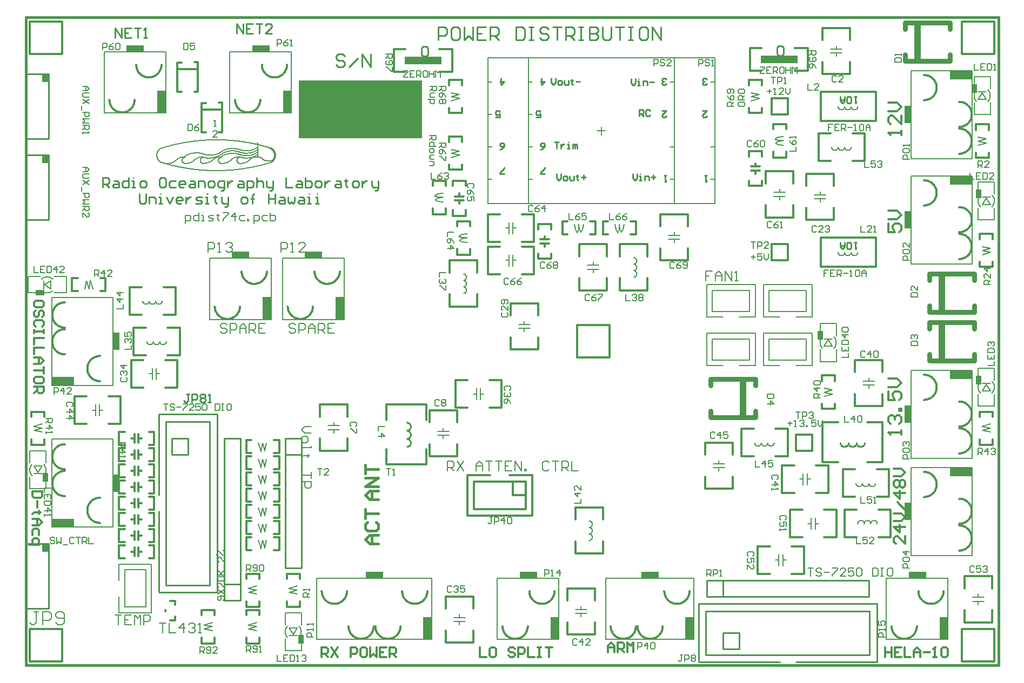
<source format=gto>
*%FSLAX24Y24*%
*%MOIN*%
G01*
%ADD11C,0.0000*%
%ADD12C,0.0050*%
%ADD13C,0.0060*%
%ADD14C,0.0073*%
%ADD15C,0.0080*%
%ADD16C,0.0100*%
%ADD17C,0.0120*%
%ADD18C,0.0160*%
%ADD19C,0.0200*%
%ADD20C,0.0200*%
%ADD21C,0.0240*%
%ADD22C,0.0250*%
%ADD23C,0.0300*%
%ADD24C,0.0320*%
%ADD25C,0.0380*%
%ADD26C,0.0400*%
%ADD27C,0.0400*%
%ADD28C,0.0440*%
%ADD29C,0.0500*%
%ADD30C,0.0500*%
%ADD31C,0.0520*%
%ADD32C,0.0540*%
%ADD33C,0.0560*%
%ADD34C,0.0580*%
%ADD35C,0.0600*%
%ADD36C,0.0600*%
%ADD37C,0.0620*%
%ADD38C,0.0640*%
%ADD39C,0.0660*%
%ADD40C,0.0670*%
%ADD41C,0.0700*%
%ADD42C,0.0700*%
%ADD43C,0.0740*%
%ADD44C,0.0750*%
%ADD45C,0.0760*%
%ADD46C,0.0790*%
%ADD47C,0.0800*%
%ADD48C,0.0800*%
%ADD49C,0.0840*%
%ADD50O,0.0850X0.0560*%
%ADD51C,0.0870*%
%ADD52O,0.0890X0.0600*%
%ADD53C,0.0950*%
%ADD54C,0.1000*%
%ADD55C,0.1000*%
%ADD56C,0.1040*%
%ADD57C,0.1200*%
%ADD58C,0.1250*%
%ADD59C,0.1250*%
%ADD60C,0.1290*%
%ADD61C,0.1400*%
%ADD62C,0.1500*%
%ADD63C,0.1500*%
%ADD64C,0.1540*%
%ADD65C,0.1600*%
%ADD66C,0.1620*%
%ADD67C,0.1800*%
%ADD68C,0.1820*%
%ADD69C,0.2000*%
%ADD70C,0.2000*%
%ADD71C,0.2040*%
%ADD72C,0.2500*%
%ADD73R,0.0200X0.0200*%
%ADD74R,0.0300X0.0300*%
%ADD75R,0.0350X0.0550*%
%ADD76R,0.0360X0.0360*%
%ADD77R,0.0394X0.1102*%
%ADD78R,0.0400X0.0400*%
%ADD79R,0.0400X0.0500*%
%ADD80R,0.0400X0.2400*%
%ADD81R,0.0500X0.0360*%
%ADD82R,0.0500X0.0500*%
%ADD83R,0.0500X0.0500*%
%ADD84R,0.0500X0.1200*%
%ADD85R,0.0540X0.0400*%
%ADD86R,0.0540X0.0540*%
%ADD87R,0.0550X0.0350*%
%ADD88R,0.0551X0.1417*%
%ADD89R,0.0591X0.1260*%
%ADD90R,0.0600X0.0600*%
%ADD91R,0.0600X0.1250*%
%ADD92R,0.0620X0.0620*%
%ADD93R,0.0631X0.1300*%
%ADD94R,0.0640X0.0640*%
%ADD95R,0.0640X0.1290*%
%ADD96R,0.0660X0.0660*%
%ADD97R,0.0700X0.0700*%
%ADD98R,0.0700X0.0700*%
%ADD99R,0.0700X0.1000*%
%ADD100R,0.0700X0.1900*%
%ADD101R,0.0740X0.0740*%
%ADD102R,0.0740X0.1040*%
%ADD103R,0.0750X0.0560*%
%ADD104R,0.0750X0.2000*%
%ADD105R,0.0790X0.0600*%
%ADD106R,0.0790X0.2040*%
%ADD107R,0.0900X0.0900*%
%ADD108R,0.0900X0.1200*%
%ADD109R,0.0984X0.1299*%
%ADD110R,0.1000X0.1000*%
%ADD111R,0.1000X0.1000*%
%ADD112R,0.1024X0.1339*%
%ADD113R,0.1040X0.1040*%
%ADD114R,0.1100X0.1100*%
%ADD115R,0.1102X0.0394*%
%ADD116R,0.1200X0.0500*%
%ADD117R,0.1200X0.1200*%
%ADD118R,0.1250X0.0150*%
%ADD119R,0.1250X0.0600*%
%ADD120R,0.1290X0.0640*%
%ADD121R,0.1290X0.1290*%
%ADD122R,0.1300X0.0650*%
%ADD123R,0.1300X0.0700*%
%ADD124R,0.1350X0.0600*%
%ADD125R,0.1350X0.0650*%
%ADD126R,0.1400X0.0650*%
%ADD127R,0.1400X0.0700*%
%ADD128R,0.1417X0.0551*%
%ADD129R,0.1500X0.0750*%
%ADD130R,0.1500X0.1500*%
%ADD131R,0.1540X0.0790*%
%ADD132R,0.1900X0.0700*%
%ADD133R,0.2000X0.0750*%
%ADD134R,0.2000X0.2000*%
%ADD135R,0.2040X0.0790*%
%ADD136R,0.2200X0.2200*%
%ADD137R,0.2250X0.0500*%
%ADD138R,0.2500X0.1250*%
%ADD139R,0.2500X0.2500*%
D12*
X85299Y89881D02*
X85323Y89904D01*
X85349Y89925D01*
X85376Y89945D01*
X85405Y89963D01*
X85434Y89978D01*
X85464Y89992D01*
X85496Y90004D01*
X85528Y90014D01*
X85560Y90021D01*
X85593Y90027D01*
X85627Y90030D01*
X85660Y90031D01*
X85983Y90012D02*
X86004Y89988D01*
X86026Y89964D01*
X86049Y89942D01*
X86073Y89921D01*
X86099Y89901D01*
X86125Y89882D01*
X86153Y89865D01*
X86181Y89849D01*
X86210Y89835D01*
X86239Y89822D01*
X86269Y89811D01*
X86300Y89801D01*
X86331Y89793D01*
X86363Y89786D01*
X86395Y89781D01*
X86427Y89777D01*
X86459Y89775D01*
X86491Y89775D01*
X86523Y89776D01*
X86556Y89779D01*
X86587Y89784D01*
X86619Y89790D01*
X86650Y89798D01*
X86681Y89807D01*
X86712Y89818D01*
X86741Y89831D01*
X86771Y89845D01*
X83539Y90204D02*
X83512Y90185D01*
X83483Y90166D01*
X83455Y90148D01*
X83426Y90130D01*
X83396Y90114D01*
X83366Y90098D01*
X83335Y90084D01*
X83304Y90070D01*
X83273Y90056D01*
X83241Y90044D01*
X83210Y90033D01*
X83177Y90022D01*
X83145Y90013D01*
X83112Y90004D01*
X83079Y89996D01*
X83046Y89989D01*
X83012Y89983D01*
X82979Y89978D01*
X82945Y89973D01*
X82911Y89970D01*
X82878Y89968D01*
X82844Y89966D01*
X82810Y89966D01*
X82776Y89966D01*
X82742Y89967D01*
X82708Y89969D01*
X82674Y89972D01*
X82641Y89976D01*
X82607Y89981D01*
X82574Y89987D01*
X82540Y89994D01*
X82507Y90001D01*
X82475Y90010D01*
X82442Y90019D01*
X82410Y90030D01*
X82378Y90041D01*
X83496Y90326D02*
X83523Y90345D01*
X83552Y90364D01*
X83580Y90382D01*
X83609Y90400D01*
X83639Y90416D01*
X83669Y90432D01*
X83700Y90446D01*
X83731Y90460D01*
X83762Y90474D01*
X83794Y90486D01*
X83825Y90497D01*
X83858Y90508D01*
X83890Y90517D01*
X83923Y90526D01*
X83956Y90534D01*
X83989Y90541D01*
X84023Y90547D01*
X84056Y90552D01*
X84090Y90557D01*
X84124Y90560D01*
X84157Y90562D01*
X84191Y90564D01*
X84225Y90564D01*
X84259Y90564D01*
X84293Y90563D01*
X84327Y90561D01*
X84361Y90558D01*
X84394Y90554D01*
X84428Y90549D01*
X84461Y90543D01*
X84495Y90536D01*
X84528Y90529D01*
X84560Y90520D01*
X84593Y90511D01*
X84625Y90500D01*
X84657Y90489D01*
Y90339D02*
X84625Y90350D01*
X84593Y90361D01*
X84560Y90370D01*
X84528Y90379D01*
X84495Y90386D01*
X84461Y90393D01*
X84428Y90399D01*
X84394Y90404D01*
X84361Y90408D01*
X84327Y90411D01*
X84293Y90413D01*
X84259Y90414D01*
X84225Y90414D01*
X84191Y90414D01*
X84157Y90412D01*
X84124Y90410D01*
X84090Y90407D01*
X84056Y90402D01*
X84023Y90397D01*
X83989Y90391D01*
X83956Y90384D01*
X83923Y90376D01*
X83890Y90367D01*
X83858Y90358D01*
X83825Y90347D01*
X83794Y90336D01*
X83762Y90324D01*
X83731Y90310D01*
X83700Y90296D01*
X83669Y90282D01*
X83639Y90266D01*
X83609Y90250D01*
X83580Y90232D01*
X83552Y90214D01*
X83523Y90195D01*
X83496Y90176D01*
Y90026D02*
X83523Y90045D01*
X83552Y90064D01*
X83580Y90082D01*
X83609Y90100D01*
X83639Y90116D01*
X83669Y90132D01*
X83700Y90146D01*
X83731Y90160D01*
X83762Y90174D01*
X83794Y90186D01*
X83825Y90197D01*
X83858Y90208D01*
X83890Y90217D01*
X83923Y90226D01*
X83956Y90234D01*
X83989Y90241D01*
X84023Y90247D01*
X84056Y90252D01*
X84090Y90257D01*
X84124Y90260D01*
X84157Y90262D01*
X84191Y90264D01*
X84225Y90264D01*
X84259Y90264D01*
X84293Y90263D01*
X84327Y90261D01*
X84361Y90258D01*
X84394Y90254D01*
X84428Y90249D01*
X84461Y90243D01*
X84495Y90236D01*
X84528Y90229D01*
X84560Y90220D01*
X84593Y90211D01*
X84625Y90200D01*
X84657Y90189D01*
X84653Y90041D02*
X84685Y90030D01*
X84717Y90019D01*
X84750Y90010D01*
X84782Y90001D01*
X84815Y89994D01*
X84849Y89987D01*
X84882Y89981D01*
X84916Y89976D01*
X84949Y89972D01*
X84983Y89969D01*
X85017Y89967D01*
X85051Y89966D01*
X85085Y89966D01*
X85119Y89966D01*
X85153Y89968D01*
X85186Y89970D01*
X85220Y89973D01*
X85254Y89978D01*
X85287Y89983D01*
X85321Y89989D01*
X85354Y89996D01*
X85387Y90004D01*
X85420Y90013D01*
X85452Y90022D01*
X85485Y90033D01*
X85516Y90044D01*
X85548Y90056D01*
X85579Y90070D01*
X85610Y90084D01*
X85641Y90098D01*
X85671Y90114D01*
X85701Y90130D01*
X85730Y90148D01*
X85758Y90166D01*
X85787Y90185D01*
X85814Y90204D01*
Y90654D02*
X85787Y90635D01*
X85758Y90616D01*
X85730Y90598D01*
X85701Y90580D01*
X85671Y90564D01*
X85641Y90548D01*
X85610Y90534D01*
X85579Y90520D01*
X85548Y90506D01*
X85516Y90494D01*
X85485Y90483D01*
X85452Y90472D01*
X85420Y90463D01*
X85387Y90454D01*
X85354Y90446D01*
X85321Y90439D01*
X85287Y90433D01*
X85254Y90428D01*
X85220Y90423D01*
X85186Y90420D01*
X85153Y90418D01*
X85119Y90416D01*
X85085Y90416D01*
X85051Y90416D01*
X85017Y90417D01*
X84983Y90419D01*
X84949Y90422D01*
X84916Y90426D01*
X84882Y90431D01*
X84849Y90437D01*
X84815Y90444D01*
X84782Y90451D01*
X84750Y90460D01*
X84717Y90469D01*
X84685Y90480D01*
X84653Y90491D01*
Y90341D02*
X84685Y90330D01*
X84717Y90319D01*
X84750Y90310D01*
X84782Y90301D01*
X84815Y90294D01*
X84849Y90287D01*
X84882Y90281D01*
X84916Y90276D01*
X84949Y90272D01*
X84983Y90269D01*
X85017Y90267D01*
X85051Y90266D01*
X85085Y90266D01*
X85119Y90266D01*
X85153Y90268D01*
X85186Y90270D01*
X85220Y90273D01*
X85254Y90278D01*
X85287Y90283D01*
X85321Y90289D01*
X85354Y90296D01*
X85387Y90304D01*
X85420Y90313D01*
X85452Y90322D01*
X85485Y90333D01*
X85516Y90344D01*
X85548Y90356D01*
X85579Y90370D01*
X85610Y90384D01*
X85641Y90398D01*
X85671Y90414D01*
X85701Y90430D01*
X85730Y90448D01*
X85758Y90466D01*
X85787Y90485D01*
X85814Y90504D01*
Y90354D02*
X85787Y90335D01*
X85758Y90316D01*
X85730Y90298D01*
X85701Y90280D01*
X85671Y90264D01*
X85641Y90248D01*
X85610Y90234D01*
X85579Y90220D01*
X85548Y90206D01*
X85516Y90194D01*
X85485Y90183D01*
X85452Y90172D01*
X85420Y90163D01*
X85387Y90154D01*
X85354Y90146D01*
X85321Y90139D01*
X85287Y90133D01*
X85254Y90128D01*
X85220Y90123D01*
X85186Y90120D01*
X85153Y90118D01*
X85119Y90116D01*
X85085Y90116D01*
X85051Y90116D01*
X85017Y90117D01*
X84983Y90119D01*
X84949Y90122D01*
X84916Y90126D01*
X84882Y90131D01*
X84849Y90137D01*
X84815Y90144D01*
X84782Y90151D01*
X84750Y90160D01*
X84717Y90169D01*
X84685Y90180D01*
X84653Y90191D01*
X86498Y90597D02*
X86531Y90585D01*
X86562Y90571D01*
X86592Y90554D01*
X86621Y90536D01*
X86649Y90516D01*
X86675Y90493D01*
X86699Y90469D01*
X86722Y90443D01*
X86743Y90416D01*
X86761Y90387D01*
X86778Y90357D01*
X86792Y90326D01*
X86805Y90294D01*
X86815Y90261D01*
X86822Y90227D01*
X86827Y90194D01*
X86830Y90159D01*
X86830Y90125D01*
X86827Y90091D01*
X86823Y90057D01*
X86816Y90023D01*
X86806Y89990D01*
X86794Y89958D01*
X86780Y89927D01*
X86764Y89896D01*
X86745Y89867D01*
X86725Y89840D01*
X86702Y89814D01*
X86678Y89790D01*
X86652Y89767D01*
X85326Y89890D02*
X85302Y89867D01*
X85278Y89845D01*
X85253Y89823D01*
X85227Y89803D01*
X85201Y89784D01*
X85173Y89765D01*
X85145Y89748D01*
X85117Y89732D01*
X85087Y89717D01*
X85057Y89704D01*
X85027Y89691D01*
X84996Y89680D01*
X84965Y89669D01*
X84933Y89660D01*
X84901Y89653D01*
X84869Y89646D01*
X84836Y89641D01*
X84804Y89637D01*
X84771Y89635D01*
X84738Y89633D01*
X84705Y89633D01*
X84700Y89630D02*
X84667Y89633D01*
X84635Y89641D01*
X84605Y89655D01*
X84578Y89674D01*
X84554Y89698D01*
X84535Y89725D01*
X84521Y89755D01*
X84513Y89787D01*
X84510Y89820D01*
X84513Y89853D01*
X84521Y89885D01*
X84535Y89915D01*
X84554Y89942D01*
X84578Y89966D01*
X84605Y89985D01*
X84635Y89999D01*
X84667Y90007D01*
X84700Y90010D01*
X82440D02*
X82407Y90007D01*
X82375Y89999D01*
X82345Y89985D01*
X82318Y89966D01*
X82294Y89942D01*
X82275Y89915D01*
X82261Y89885D01*
X82253Y89853D01*
X82250Y89820D01*
X82253Y89787D01*
X82261Y89755D01*
X82275Y89725D01*
X82294Y89698D01*
X82318Y89674D01*
X82345Y89655D01*
X82375Y89641D01*
X82407Y89633D01*
X82440Y89630D01*
X82445Y89638D02*
X82478Y89638D01*
X82511Y89640D01*
X82544Y89642D01*
X82576Y89646D01*
X82609Y89651D01*
X82641Y89658D01*
X82673Y89665D01*
X82705Y89674D01*
X82736Y89685D01*
X82767Y89696D01*
X82797Y89709D01*
X82827Y89722D01*
X82857Y89737D01*
X82885Y89753D01*
X82913Y89770D01*
X82941Y89789D01*
X82967Y89808D01*
X82993Y89828D01*
X83018Y89850D01*
X83042Y89872D01*
X83066Y89895D01*
X82432Y90014D02*
X82398Y90022D01*
X82362Y90027D01*
X82327Y90030D01*
X82291Y90031D01*
X82255Y90029D01*
X82220Y90025D01*
X82185Y90018D01*
X82151Y90009D01*
X82117Y89997D01*
X82084Y89983D01*
X82052Y89967D01*
X82022Y89949D01*
X81992Y89928D01*
X81965Y89906D01*
X81939Y89881D01*
X81936Y89890D02*
X81912Y89867D01*
X81888Y89845D01*
X81863Y89823D01*
X81837Y89803D01*
X81811Y89784D01*
X81783Y89765D01*
X81755Y89748D01*
X81727Y89732D01*
X81697Y89717D01*
X81667Y89704D01*
X81637Y89691D01*
X81606Y89680D01*
X81575Y89669D01*
X81543Y89660D01*
X81511Y89653D01*
X81479Y89646D01*
X81446Y89641D01*
X81414Y89637D01*
X81381Y89635D01*
X81348Y89633D01*
X81315Y89633D01*
X81320Y89630D02*
X81287Y89633D01*
X81255Y89641D01*
X81225Y89655D01*
X81198Y89674D01*
X81174Y89698D01*
X81155Y89725D01*
X81141Y89755D01*
X81133Y89787D01*
X81130Y89820D01*
X81133Y89853D01*
X81141Y89885D01*
X81155Y89915D01*
X81174Y89942D01*
X81198Y89966D01*
X81225Y89985D01*
X81255Y89999D01*
X81287Y90007D01*
X81320Y90010D01*
X81307Y90014D02*
X81272Y90022D01*
X81237Y90027D01*
X81202Y90030D01*
X81166Y90031D01*
X81130Y90029D01*
X81095Y90025D01*
X81060Y90018D01*
X81026Y90009D01*
X80992Y89997D01*
X80959Y89983D01*
X80927Y89967D01*
X80897Y89949D01*
X80867Y89928D01*
X80840Y89906D01*
X80814Y89881D01*
X80811Y89890D02*
X80787Y89867D01*
X80763Y89845D01*
X80738Y89823D01*
X80712Y89803D01*
X80686Y89784D01*
X80658Y89765D01*
X80630Y89748D01*
X80602Y89732D01*
X80572Y89717D01*
X80542Y89704D01*
X80512Y89691D01*
X80481Y89680D01*
X80450Y89669D01*
X80418Y89660D01*
X80386Y89653D01*
X80354Y89646D01*
X80321Y89641D01*
X80289Y89637D01*
X80256Y89635D01*
X80223Y89633D01*
X80190Y89633D01*
X83064Y89881D02*
X83090Y89906D01*
X83117Y89928D01*
X83147Y89949D01*
X83177Y89967D01*
X83209Y89983D01*
X83242Y89997D01*
X83276Y90009D01*
X83310Y90018D01*
X83345Y90025D01*
X83380Y90029D01*
X83416Y90031D01*
X83452Y90030D01*
X83487Y90027D01*
X83522Y90022D01*
X83557Y90014D01*
X83565Y90010D02*
X83532Y90007D01*
X83500Y89999D01*
X83470Y89985D01*
X83443Y89966D01*
X83419Y89942D01*
X83400Y89915D01*
X83386Y89885D01*
X83378Y89853D01*
X83375Y89820D01*
X83378Y89787D01*
X83386Y89755D01*
X83400Y89725D01*
X83419Y89698D01*
X83443Y89674D01*
X83470Y89655D01*
X83500Y89641D01*
X83532Y89633D01*
X83565Y89630D01*
X83565Y89633D02*
X83598Y89633D01*
X83631Y89635D01*
X83664Y89637D01*
X83696Y89641D01*
X83729Y89646D01*
X83761Y89653D01*
X83793Y89660D01*
X83825Y89669D01*
X83856Y89680D01*
X83887Y89691D01*
X83917Y89704D01*
X83947Y89717D01*
X83977Y89732D01*
X84005Y89748D01*
X84033Y89765D01*
X84061Y89784D01*
X84087Y89803D01*
X84113Y89823D01*
X84138Y89845D01*
X84162Y89867D01*
X84186Y89890D01*
X84189Y89881D02*
X84215Y89906D01*
X84242Y89928D01*
X84272Y89949D01*
X84302Y89967D01*
X84334Y89983D01*
X84367Y89997D01*
X84401Y90009D01*
X84435Y90018D01*
X84470Y90025D01*
X84505Y90029D01*
X84541Y90031D01*
X84577Y90030D01*
X84612Y90027D01*
X84648Y90022D01*
X84682Y90014D01*
X83584Y90379D02*
X83557Y90360D01*
X83528Y90341D01*
X83500Y90323D01*
X83471Y90305D01*
X83441Y90289D01*
X83411Y90273D01*
X83380Y90259D01*
X83349Y90245D01*
X83318Y90231D01*
X83286Y90219D01*
X83255Y90208D01*
X83222Y90197D01*
X83190Y90188D01*
X83157Y90179D01*
X83124Y90171D01*
X83091Y90164D01*
X83057Y90158D01*
X83024Y90153D01*
X82990Y90148D01*
X82956Y90145D01*
X82923Y90143D01*
X82889Y90141D01*
X82855Y90141D01*
X82821Y90141D01*
X82787Y90142D01*
X82753Y90144D01*
X82719Y90147D01*
X82686Y90151D01*
X82652Y90156D01*
X82619Y90162D01*
X82585Y90169D01*
X82552Y90176D01*
X82520Y90185D01*
X82487Y90194D01*
X82455Y90205D01*
X82423Y90216D01*
X82427Y90214D02*
X82395Y90225D01*
X82363Y90236D01*
X82330Y90245D01*
X82298Y90254D01*
X82265Y90261D01*
X82231Y90268D01*
X82198Y90274D01*
X82164Y90279D01*
X82131Y90283D01*
X82097Y90286D01*
X82063Y90288D01*
X82029Y90289D01*
X81995Y90289D01*
X81961Y90289D01*
X81927Y90287D01*
X81894Y90285D01*
X81860Y90282D01*
X81826Y90277D01*
X81793Y90272D01*
X81759Y90266D01*
X81726Y90259D01*
X81693Y90251D01*
X81660Y90242D01*
X81628Y90233D01*
X81595Y90222D01*
X81564Y90211D01*
X81532Y90199D01*
X81501Y90185D01*
X81470Y90171D01*
X81439Y90157D01*
X81409Y90141D01*
X81379Y90125D01*
X81350Y90107D01*
X81322Y90089D01*
X81293Y90070D01*
X81266Y90051D01*
X85800Y90015D02*
Y90910D01*
X85655Y90015D02*
X85980D01*
D13*
X73180Y66540D02*
X73247Y66473D01*
X73180Y66540D02*
X73047D01*
X72980Y66473D01*
Y66407D01*
X73047Y66340D01*
X73180D01*
X73247Y66273D01*
Y66207D01*
X73180Y66140D01*
X73047D01*
X72980Y66207D01*
X73380Y66140D02*
Y66540D01*
X73513Y66273D02*
X73380Y66140D01*
X73513Y66273D02*
X73646Y66140D01*
Y66540D01*
X73780Y66073D02*
X74046D01*
X74446Y66473D02*
X74380Y66540D01*
X74246D01*
X74180Y66473D01*
Y66207D01*
X74246Y66140D01*
X74380D01*
X74446Y66207D01*
X74579Y66540D02*
X74846D01*
X74713D01*
Y66140D01*
X74979D02*
Y66540D01*
X75179D01*
X75246Y66473D01*
Y66340D01*
X75179Y66273D01*
X74979D01*
X75113D02*
X75246Y66140D01*
X75379D02*
Y66540D01*
Y66140D02*
X75646D01*
X72263Y61940D02*
X71997D01*
X72130D01*
Y61273D01*
X71997Y61140D01*
X71863D01*
X71730Y61273D01*
X72530Y61140D02*
Y61940D01*
X72930D01*
X73063Y61806D01*
Y61540D01*
X72930Y61407D01*
X72530D01*
X73329Y61273D02*
X73463Y61140D01*
X73729D01*
X73863Y61273D01*
Y61806D01*
X73729Y61940D01*
X73463D01*
X73329Y61806D01*
Y61673D01*
X73463Y61540D01*
X73863D01*
X76980Y61740D02*
X77380D01*
X77180D01*
Y61140D01*
X77580Y61740D02*
X77980D01*
X77580D02*
Y61140D01*
X77980D01*
X77780Y61440D02*
X77580D01*
X78180Y61140D02*
Y61740D01*
X78380Y61540D01*
X78579Y61740D01*
Y61140D01*
X78779D02*
Y61740D01*
X79079D01*
X79179Y61640D01*
Y61440D01*
X79079Y61340D01*
X78779D01*
X79730Y61240D02*
X80130D01*
X79930D01*
Y60640D01*
X80330D02*
Y61240D01*
Y60640D02*
X80730D01*
X81230D02*
Y61240D01*
X80930Y60940D01*
X81329D01*
X81529Y61140D02*
X81629Y61240D01*
X81829D01*
X81929Y61140D01*
Y61040D01*
X81930D01*
X81929D02*
X81930D01*
X81929D02*
X81930D01*
X81929D02*
X81829Y60940D01*
X81729D01*
X81829D01*
X81929Y60840D01*
Y60740D01*
X81829Y60640D01*
X81629D01*
X81529Y60740D01*
X82129Y60640D02*
X82329D01*
X82229D01*
Y61240D01*
X82230D01*
X82229D02*
X82129Y61140D01*
X82230Y59790D02*
Y59390D01*
Y59790D02*
X82430D01*
X82497Y59723D01*
Y59590D01*
X82430Y59523D01*
X82230D01*
X82363D02*
X82497Y59390D01*
X82630Y59457D02*
X82697Y59390D01*
X82830D01*
X82896Y59457D01*
Y59723D01*
X82830Y59790D01*
X82697D01*
X82630Y59723D01*
Y59657D01*
X82697Y59590D01*
X82896D01*
X83030Y59390D02*
X83296D01*
X83030D02*
X83296Y59657D01*
Y59723D01*
X83230Y59790D01*
X83096D01*
X83030Y59723D01*
X85080Y59840D02*
Y59440D01*
Y59840D02*
X85280D01*
X85347Y59773D01*
Y59640D01*
X85280Y59573D01*
X85080D01*
X85213D02*
X85347Y59440D01*
X85480Y59507D02*
X85547Y59440D01*
X85680D01*
X85746Y59507D01*
Y59773D01*
X85680Y59840D01*
X85547D01*
X85480Y59773D01*
Y59707D01*
X85547Y59640D01*
X85746D01*
X85880Y59440D02*
X86013D01*
X85946D01*
Y59840D01*
X85947D01*
X85946D02*
X85880Y59773D01*
X85080Y64440D02*
Y64840D01*
X85280D01*
X85347Y64773D01*
Y64640D01*
X85280Y64573D01*
X85080D01*
X85213D02*
X85347Y64440D01*
X85480Y64507D02*
X85547Y64440D01*
X85680D01*
X85746Y64507D01*
Y64773D01*
X85680Y64840D01*
X85547D01*
X85480Y64773D01*
Y64707D01*
X85547Y64640D01*
X85746D01*
X85880Y64773D02*
X85946Y64840D01*
X86080D01*
X86146Y64773D01*
Y64507D01*
X86080Y64440D01*
X85946D01*
X85880Y64507D01*
Y64773D01*
X83730Y62707D02*
X83663Y62640D01*
X83730Y62707D02*
Y62840D01*
X83663Y62907D01*
X83397D01*
X83330Y62840D01*
Y62707D01*
X83397Y62640D01*
X83463D01*
X83530Y62707D01*
Y62907D01*
X83330Y63040D02*
X83730Y63306D01*
Y63040D02*
X83330Y63306D01*
X83730Y63440D02*
Y63706D01*
Y63440D02*
X83463Y63706D01*
X83397D01*
X83330Y63640D01*
Y63506D01*
X83397Y63440D01*
Y63840D02*
X83330Y63906D01*
Y64040D01*
X83397Y64106D01*
X83663D01*
X83730Y64040D01*
Y63906D01*
X83663Y63840D01*
X83397D01*
X83330Y64239D02*
X83730D01*
X83597D01*
X83330Y64506D01*
X83530Y64306D01*
X83730Y64506D01*
Y65039D02*
Y65306D01*
Y65039D02*
X83463Y65306D01*
X83397D01*
X83330Y65239D01*
Y65106D01*
X83397Y65039D01*
X83663Y65439D02*
X83330Y65772D01*
Y65439D02*
X83263D01*
Y65506D01*
X83330D01*
Y65439D01*
X83663Y65706D02*
X83730D01*
X83663D02*
Y65772D01*
X83730D01*
Y65706D01*
X91813Y73373D02*
X91880Y73440D01*
Y73573D01*
X91813Y73640D01*
X91547D01*
X91480Y73573D01*
Y73440D01*
X91547Y73373D01*
X91880Y73240D02*
Y72974D01*
X91813D01*
X91547Y73240D01*
X91480D01*
X89747Y70790D02*
X89480D01*
X89613D02*
X89747D01*
X89613D02*
Y70390D01*
X89880D02*
X90146D01*
X89880D02*
X90146Y70657D01*
Y70723D01*
X90080Y70790D01*
X89947D01*
X89880Y70723D01*
X93730Y70790D02*
X93997D01*
X93863D01*
Y70390D01*
X94130D02*
X94263D01*
X94197D01*
Y70790D01*
X94198D01*
X94197D02*
X94130Y70723D01*
X93630Y73390D02*
X93230D01*
Y73123D01*
Y72790D02*
X93630D01*
X93430Y72990D01*
Y72724D01*
X96930Y75040D02*
X96997Y74973D01*
X96930Y75040D02*
X96797D01*
X96730Y74973D01*
Y74707D01*
X96797Y74640D01*
X96930D01*
X96997Y74707D01*
X97130Y74973D02*
X97197Y75040D01*
X97330D01*
X97396Y74973D01*
Y74907D01*
X97330Y74840D01*
X97396Y74773D01*
Y74707D01*
X97330Y74640D01*
X97197D01*
X97130Y74707D01*
Y74773D01*
X97197Y74840D01*
X97130Y74907D01*
Y74973D01*
X97197Y74840D02*
X97330D01*
X101313Y75623D02*
X101380Y75690D01*
Y75823D01*
X101313Y75890D01*
X101047D01*
X100980Y75823D01*
Y75690D01*
X101047Y75623D01*
X101313Y75490D02*
X101380Y75423D01*
Y75290D01*
X101313Y75224D01*
X101247D01*
X101248D01*
X101247D02*
X101248D01*
X101247D02*
X101248D01*
X101247D02*
X101180Y75290D01*
Y75357D01*
Y75290D01*
X101113Y75224D01*
X101047D01*
X100980Y75290D01*
Y75423D01*
X101047Y75490D01*
X101313Y74957D02*
X101380Y74824D01*
X101313Y74957D02*
X101180Y75090D01*
X101047D01*
X100980Y75024D01*
Y74890D01*
X101047Y74824D01*
X101113D01*
X101180Y74890D01*
Y75090D01*
X100830Y80340D02*
X100897Y80407D01*
X100830Y80340D02*
Y80207D01*
X100897Y80140D01*
X101163D01*
X101230Y80207D01*
Y80340D01*
X101163Y80407D01*
X101230Y80540D02*
Y80806D01*
Y80540D02*
X100963Y80806D01*
X100897D01*
X100830Y80740D01*
Y80607D01*
X100897Y80540D01*
X101163Y80940D02*
X101230Y81006D01*
Y81140D01*
X101163Y81206D01*
X100897D01*
X100830Y81140D01*
Y81006D01*
X100897Y80940D01*
X100963D01*
X101030Y81006D01*
Y81206D01*
X106180Y81540D02*
X106247Y81473D01*
X106180Y81540D02*
X106047D01*
X105980Y81473D01*
Y81207D01*
X106047Y81140D01*
X106180D01*
X106247Y81207D01*
X106513Y81473D02*
X106646Y81540D01*
X106513Y81473D02*
X106380Y81340D01*
Y81207D01*
X106447Y81140D01*
X106580D01*
X106646Y81207D01*
Y81273D01*
X106580Y81340D01*
X106380D01*
X106780Y81540D02*
X107046D01*
Y81473D01*
X106780Y81207D01*
Y81140D01*
X108480D02*
Y81540D01*
Y81140D02*
X108747D01*
X108880Y81473D02*
X108947Y81540D01*
X109080D01*
X109146Y81473D01*
Y81407D01*
X109147D01*
X109146D02*
X109147D01*
X109146D02*
X109147D01*
X109146D02*
X109080Y81340D01*
X109013D01*
X109080D01*
X109146Y81273D01*
Y81207D01*
X109080Y81140D01*
X108947D01*
X108880Y81207D01*
X109280Y81473D02*
X109346Y81540D01*
X109480D01*
X109546Y81473D01*
Y81407D01*
X109480Y81340D01*
X109546Y81273D01*
Y81207D01*
X109480Y81140D01*
X109346D01*
X109280Y81207D01*
Y81273D01*
X109346Y81340D01*
X109280Y81407D01*
Y81473D01*
X109346Y81340D02*
X109480D01*
X111497Y83473D02*
X111430Y83540D01*
X111297D01*
X111230Y83473D01*
Y83207D01*
X111297Y83140D01*
X111430D01*
X111497Y83207D01*
X111763Y83473D02*
X111896Y83540D01*
X111763Y83473D02*
X111630Y83340D01*
Y83207D01*
X111697Y83140D01*
X111830D01*
X111896Y83207D01*
Y83273D01*
X111830Y83340D01*
X111630D01*
X112030Y83207D02*
X112096Y83140D01*
X112230D01*
X112296Y83207D01*
Y83473D01*
X112230Y83540D01*
X112096D01*
X112030Y83473D01*
Y83407D01*
X112096Y83340D01*
X112296D01*
X107480Y86140D02*
Y86540D01*
Y86140D02*
X107747D01*
X108013Y86473D02*
X108146Y86540D01*
X108013Y86473D02*
X107880Y86340D01*
Y86207D01*
X107947Y86140D01*
X108080D01*
X108146Y86207D01*
Y86273D01*
X108080Y86340D01*
X107880D01*
X108413Y86473D02*
X108546Y86540D01*
X108413Y86473D02*
X108280Y86340D01*
Y86207D01*
X108346Y86140D01*
X108480D01*
X108546Y86207D01*
Y86273D01*
X108480Y86340D01*
X108280D01*
X104980Y86140D02*
Y86540D01*
Y86140D02*
X105247D01*
X105513Y86473D02*
X105646Y86540D01*
X105513Y86473D02*
X105380Y86340D01*
Y86207D01*
X105447Y86140D01*
X105580D01*
X105646Y86207D01*
Y86273D01*
X105580Y86340D01*
X105380D01*
X105780Y86540D02*
X106046D01*
X105780D02*
Y86340D01*
X105913Y86407D01*
X105980D01*
X106046Y86340D01*
Y86207D01*
X105980Y86140D01*
X105846D01*
X105780Y86207D01*
X103430Y83540D02*
X103497Y83473D01*
X103430Y83540D02*
X103297D01*
X103230Y83473D01*
Y83207D01*
X103297Y83140D01*
X103430D01*
X103497Y83207D01*
X103763Y83473D02*
X103896Y83540D01*
X103763Y83473D02*
X103630Y83340D01*
Y83207D01*
X103697Y83140D01*
X103830D01*
X103896Y83207D01*
Y83273D01*
X103830Y83340D01*
X103630D01*
X104030Y83473D02*
X104096Y83540D01*
X104230D01*
X104296Y83473D01*
Y83407D01*
X104230Y83340D01*
X104296Y83273D01*
Y83207D01*
X104230Y83140D01*
X104096D01*
X104030Y83207D01*
Y83273D01*
X104096Y83340D01*
X104030Y83407D01*
Y83473D01*
X104096Y83340D02*
X104230D01*
X101247Y82473D02*
X101180Y82540D01*
X101047D01*
X100980Y82473D01*
Y82207D01*
X101047Y82140D01*
X101180D01*
X101247Y82207D01*
X101513Y82473D02*
X101646Y82540D01*
X101513Y82473D02*
X101380Y82340D01*
Y82207D01*
X101447Y82140D01*
X101580D01*
X101646Y82207D01*
Y82273D01*
X101580Y82340D01*
X101380D01*
X101913Y82473D02*
X102046Y82540D01*
X101913Y82473D02*
X101780Y82340D01*
Y82207D01*
X101846Y82140D01*
X101980D01*
X102046Y82207D01*
Y82273D01*
X101980Y82340D01*
X101780D01*
X102747Y86973D02*
X102680Y87040D01*
X102547D01*
X102480Y86973D01*
Y86707D01*
X102547Y86640D01*
X102680D01*
X102747Y86707D01*
X103013Y86973D02*
X103146Y87040D01*
X103013Y86973D02*
X102880Y86840D01*
Y86707D01*
X102947Y86640D01*
X103080D01*
X103146Y86707D01*
Y86773D01*
X103080Y86840D01*
X102880D01*
X103480Y86640D02*
Y87040D01*
X103280Y86840D01*
X103546D01*
X97880Y85390D02*
X97480D01*
Y85123D01*
X97813Y84857D02*
X97880Y84724D01*
X97813Y84857D02*
X97680Y84990D01*
X97547D01*
X97480Y84923D01*
Y84790D01*
X97547Y84724D01*
X97613D01*
X97680Y84790D01*
Y84990D01*
X97480Y84390D02*
X97880D01*
X97680Y84590D01*
Y84324D01*
X97380Y82890D02*
X96980D01*
Y82623D01*
X97313Y82490D02*
X97380Y82423D01*
Y82290D01*
X97313Y82224D01*
X97247D01*
X97248D01*
X97247D02*
X97248D01*
X97247D02*
X97248D01*
X97247D02*
X97180Y82290D01*
Y82357D01*
Y82290D01*
X97113Y82224D01*
X97047D01*
X96980Y82290D01*
Y82423D01*
X97047Y82490D01*
X97380Y82090D02*
Y81824D01*
X97313D01*
X97047Y82090D01*
X96980D01*
X99063Y88123D02*
X99130Y88190D01*
Y88323D01*
X99063Y88390D01*
X98797D01*
X98730Y88323D01*
Y88190D01*
X98797Y88123D01*
X99063Y87857D02*
X99130Y87724D01*
X99063Y87857D02*
X98930Y87990D01*
X98797D01*
X98730Y87923D01*
Y87790D01*
X98797Y87724D01*
X98863D01*
X98930Y87790D01*
Y87990D01*
X99130Y87590D02*
Y87324D01*
Y87590D02*
X98930D01*
X98997Y87457D01*
Y87390D01*
X98930Y87324D01*
X98797D01*
X98730Y87390D01*
Y87524D01*
X98797Y87590D01*
X96480Y88640D02*
Y89040D01*
Y88640D02*
X96747D01*
X97013Y88973D02*
X97146Y89040D01*
X97013Y88973D02*
X96880Y88840D01*
Y88707D01*
X96947Y88640D01*
X97080D01*
X97146Y88707D01*
Y88773D01*
X97080Y88840D01*
X96880D01*
X97280Y88973D02*
X97346Y89040D01*
X97480D01*
X97546Y88973D01*
Y88907D01*
X97547D01*
X97546D02*
X97547D01*
X97546D02*
X97547D01*
X97546D02*
X97480Y88840D01*
X97413D01*
X97480D01*
X97546Y88773D01*
Y88707D01*
X97480Y88640D01*
X97346D01*
X97280Y88707D01*
X96780Y91340D02*
X96380D01*
X96780D02*
Y91140D01*
X96713Y91073D01*
X96580D01*
X96513Y91140D01*
Y91340D01*
Y91207D02*
X96380Y91073D01*
Y90674D02*
X96780D01*
X96380D02*
Y90873D01*
X96447Y90940D01*
X96580D01*
X96647Y90873D01*
Y90674D01*
X96380Y90474D02*
Y90340D01*
X96447Y90274D01*
X96580D01*
X96647Y90340D01*
Y90474D01*
X96580Y90540D01*
X96447D01*
X96380Y90474D01*
X96447Y90140D02*
X96647D01*
X96447D02*
X96380Y90074D01*
X96447Y90007D01*
X96380Y89940D01*
X96447Y89874D01*
X96647D01*
Y89741D02*
X96380D01*
X96647D02*
Y89541D01*
X96580Y89474D01*
X96380D01*
X96980Y90890D02*
X97380D01*
Y90690D01*
X97313Y90623D01*
X97180D01*
X97113Y90690D01*
Y90890D01*
Y90757D02*
X96980Y90623D01*
X97313Y90357D02*
X97380Y90224D01*
X97313Y90357D02*
X97180Y90490D01*
X97047D01*
X96980Y90423D01*
Y90290D01*
X97047Y90224D01*
X97113D01*
X97180Y90290D01*
Y90490D01*
X97380Y90090D02*
Y89824D01*
X97313D01*
X97047Y90090D01*
X96980D01*
X96830Y94390D02*
X96430D01*
X96830D02*
Y94190D01*
X96763Y94123D01*
X96630D01*
X96563Y94190D01*
Y94390D01*
Y94257D02*
X96430Y94123D01*
X96497Y93990D02*
X96697D01*
X96497D02*
X96430Y93923D01*
Y93724D01*
X96697D01*
Y93590D02*
X96297D01*
X96697D02*
Y93390D01*
X96630Y93324D01*
X96497D01*
X96430Y93390D01*
Y93590D01*
X96980Y94390D02*
X97380D01*
Y94190D01*
X97313Y94123D01*
X97180D01*
X97113Y94190D01*
Y94390D01*
Y94257D02*
X96980Y94123D01*
X97313Y93857D02*
X97380Y93724D01*
X97313Y93857D02*
X97180Y93990D01*
X97047D01*
X96980Y93923D01*
Y93790D01*
X97047Y93724D01*
X97113D01*
X97180Y93790D01*
Y93990D01*
X97313Y93590D02*
X97380Y93524D01*
Y93390D01*
X97313Y93324D01*
X97247D01*
X97180Y93390D01*
X97113Y93324D01*
X97047D01*
X96980Y93390D01*
Y93524D01*
X97047Y93590D01*
X97113D01*
X97180Y93524D01*
X97247Y93590D01*
X97313D01*
X97180Y93524D02*
Y93390D01*
X95047Y95340D02*
X94780D01*
X95047D02*
Y95273D01*
X94780Y95007D01*
Y94940D01*
X95047D01*
X95180Y95340D02*
X95446D01*
X95180D02*
Y94940D01*
X95446D01*
X95313Y95140D02*
X95180D01*
X95580Y94940D02*
Y95340D01*
X95780D01*
X95846Y95273D01*
Y95140D01*
X95780Y95073D01*
X95580D01*
X95713D02*
X95846Y94940D01*
X96046Y95340D02*
X96180D01*
X96046D02*
X95980Y95273D01*
Y95007D01*
X96046Y94940D01*
X96180D01*
X96246Y95007D01*
Y95273D01*
X96180Y95340D01*
X96379D02*
Y94940D01*
Y95140D01*
X96646D01*
Y95340D01*
Y94940D01*
X96779D02*
Y95340D01*
X96913Y95207D01*
X97046Y95340D01*
Y94940D01*
X94080Y96390D02*
X93680D01*
X94080D02*
Y96190D01*
X94013Y96123D01*
X93880D01*
X93813Y96190D01*
Y96390D01*
Y96257D02*
X93680Y96123D01*
X93747Y95990D02*
X93680Y95923D01*
Y95790D01*
X93747Y95724D01*
X94013D01*
X94080Y95790D01*
Y95923D01*
X94013Y95990D01*
X93947D01*
X93880Y95923D01*
Y95724D01*
X94080Y95590D02*
Y95324D01*
X94013D01*
X93747Y95590D01*
X93680D01*
X86980Y96890D02*
Y97290D01*
X87180D01*
X87247Y97223D01*
Y97090D01*
X87180Y97023D01*
X86980D01*
X87513Y97223D02*
X87646Y97290D01*
X87513Y97223D02*
X87380Y97090D01*
Y96957D01*
X87447Y96890D01*
X87580D01*
X87646Y96957D01*
Y97023D01*
X87580Y97090D01*
X87380D01*
X87780Y96890D02*
X87913D01*
X87846D01*
Y97290D01*
X87847D01*
X87846D02*
X87780Y97223D01*
X81230Y97040D02*
Y96640D01*
X81430D01*
X81497Y96707D01*
Y96973D01*
X81430Y97040D01*
X81230D01*
X81630D02*
X81896D01*
X81630D02*
Y96840D01*
X81763Y96907D01*
X81830D01*
X81896Y96840D01*
Y96707D01*
X81830Y96640D01*
X81697D01*
X81630Y96707D01*
X76230Y96640D02*
Y97040D01*
X76430D01*
X76497Y96973D01*
Y96840D01*
X76430Y96773D01*
X76230D01*
X76763Y96973D02*
X76896Y97040D01*
X76763Y96973D02*
X76630Y96840D01*
Y96707D01*
X76697Y96640D01*
X76830D01*
X76896Y96707D01*
Y96773D01*
X76830Y96840D01*
X76630D01*
X77030Y96973D02*
X77096Y97040D01*
X77230D01*
X77296Y96973D01*
Y96707D01*
X77230Y96640D01*
X77096D01*
X77030Y96707D01*
Y96973D01*
X75247Y94390D02*
X74980D01*
X75247D02*
X75380Y94257D01*
X75247Y94123D01*
X74980D01*
X75180D01*
Y94390D01*
X75047Y93990D02*
X75380D01*
X75047D02*
X74980Y93923D01*
Y93790D01*
X75047Y93724D01*
X75380D01*
Y93590D02*
X74980Y93324D01*
Y93590D02*
X75380Y93324D01*
X74913Y93190D02*
Y92924D01*
X74980Y92791D02*
X75380D01*
Y92591D01*
X75313Y92524D01*
X75180D01*
X75113Y92591D01*
Y92791D01*
X74980Y92391D02*
X75380D01*
X75113Y92257D02*
X74980Y92391D01*
X75113Y92257D02*
X74980Y92124D01*
X75380D01*
Y91991D02*
X74980D01*
X75380D02*
Y91791D01*
X75313Y91724D01*
X75180D01*
X75113Y91791D01*
Y91991D01*
Y91857D02*
X74980Y91724D01*
Y91591D02*
Y91458D01*
Y91524D01*
X75380D01*
X75381D01*
X75380D02*
X75313Y91591D01*
X71980Y83290D02*
Y82890D01*
X72247D01*
X72380Y83290D02*
X72646D01*
X72380D02*
Y82890D01*
X72646D01*
X72513Y83090D02*
X72380D01*
X72780Y82890D02*
Y83290D01*
Y82890D02*
X72980D01*
X73046Y82957D01*
Y83223D01*
X72980Y83290D01*
X72780D01*
X73380D02*
Y82890D01*
X73180Y83090D02*
X73380Y83290D01*
X73446Y83090D02*
X73180D01*
X73579Y82890D02*
X73846D01*
X73579D02*
X73846Y83157D01*
Y83223D01*
X73779Y83290D01*
X73646D01*
X73579Y83223D01*
X75730Y83040D02*
Y82640D01*
Y83040D02*
X75930D01*
X75997Y82973D01*
Y82840D01*
X75930Y82773D01*
X75730D01*
X75863D02*
X75997Y82640D01*
X76330D02*
Y83040D01*
X76130Y82840D01*
X76396D01*
X76530Y82640D02*
X76796D01*
X76530D02*
X76796Y82907D01*
Y82973D01*
X76730Y83040D01*
X76596D01*
X76530Y82973D01*
X73230Y75790D02*
Y75390D01*
Y75790D02*
X73430D01*
X73497Y75723D01*
Y75590D01*
X73430Y75523D01*
X73230D01*
X73830Y75390D02*
Y75790D01*
X73630Y75590D01*
X73896D01*
X74030Y75390D02*
X74296D01*
X74030D02*
X74296Y75657D01*
Y75723D01*
X74230Y75790D01*
X74096D01*
X74030Y75723D01*
X74380Y74690D02*
X74313Y74623D01*
X74380Y74690D02*
Y74823D01*
X74313Y74890D01*
X74047D01*
X73980Y74823D01*
Y74690D01*
X74047Y74623D01*
X73980Y74290D02*
X74380D01*
X74180Y74490D01*
Y74224D01*
X73980Y73890D02*
X74380D01*
X74180Y74090D01*
Y73824D01*
X73130Y73890D02*
X72730D01*
X73130D02*
Y73690D01*
X73063Y73623D01*
X72930D01*
X72863Y73690D01*
Y73890D01*
Y73757D02*
X72730Y73623D01*
Y73290D02*
X73130D01*
X72930Y73490D01*
Y73224D01*
X72730Y73090D02*
Y72957D01*
Y73024D01*
X73130D01*
X73131D01*
X73130D02*
X73063Y73090D01*
X73030Y69590D02*
X72630D01*
Y69323D01*
X73030Y69190D02*
Y68924D01*
Y69190D02*
X72630D01*
Y68924D01*
X72830Y69057D02*
Y69190D01*
X72630Y68790D02*
X73030D01*
X72630D02*
Y68590D01*
X72697Y68524D01*
X72963D01*
X73030Y68590D01*
Y68790D01*
Y68190D02*
X72630D01*
X72830Y68390D02*
X73030Y68190D01*
X72830Y68124D02*
Y68390D01*
X72630Y67991D02*
Y67857D01*
Y67924D01*
X73030D01*
X73031D01*
X73030D02*
X72963Y67991D01*
X77230Y72390D02*
X77630D01*
Y72190D01*
X77563Y72123D01*
X77430D01*
X77363Y72190D01*
Y72390D01*
X77230Y71790D02*
X77630D01*
X77430Y71990D01*
Y71724D01*
X77230Y71590D02*
Y71457D01*
Y71524D01*
X77630D01*
X77631D01*
X77630D02*
X77563Y71590D01*
X77330Y76340D02*
X77397Y76407D01*
X77330Y76340D02*
Y76207D01*
X77397Y76140D01*
X77663D01*
X77730Y76207D01*
Y76340D01*
X77663Y76407D01*
X77397Y76540D02*
X77330Y76607D01*
Y76740D01*
X77397Y76806D01*
X77463D01*
X77464D01*
X77463D02*
X77464D01*
X77463D02*
X77464D01*
X77463D02*
X77530Y76740D01*
Y76673D01*
Y76740D01*
X77597Y76806D01*
X77663D01*
X77730Y76740D01*
Y76607D01*
X77663Y76540D01*
X77730Y77140D02*
X77330D01*
X77530Y76940D01*
Y77206D01*
X77580Y78140D02*
X77980D01*
Y78407D01*
X77647Y78540D02*
X77580Y78607D01*
Y78740D01*
X77647Y78806D01*
X77713D01*
X77714D01*
X77713D02*
X77714D01*
X77713D02*
X77714D01*
X77713D02*
X77780Y78740D01*
Y78673D01*
Y78740D01*
X77847Y78806D01*
X77913D01*
X77980Y78740D01*
Y78607D01*
X77913Y78540D01*
X77580Y78940D02*
Y79206D01*
Y78940D02*
X77780D01*
X77713Y79073D01*
Y79140D01*
X77780Y79206D01*
X77913D01*
X77980Y79140D01*
Y79006D01*
X77913Y78940D01*
X77480Y80640D02*
X77080D01*
X77480D02*
Y80907D01*
Y81240D02*
X77080D01*
X77280Y81040D01*
Y81306D01*
X77480Y81640D02*
X77080D01*
X77280Y81440D01*
Y81706D01*
X83780Y79740D02*
X83880Y79640D01*
X83780Y79740D02*
X83580D01*
X83480Y79640D01*
Y79540D01*
X83580Y79440D01*
X83780D01*
X83880Y79340D01*
Y79240D01*
X83780Y79140D01*
X83580D01*
X83480Y79240D01*
X84080Y79140D02*
Y79740D01*
X84380D01*
X84480Y79640D01*
Y79440D01*
X84380Y79340D01*
X84080D01*
X84680Y79140D02*
Y79540D01*
X84880Y79740D01*
X85079Y79540D01*
Y79140D01*
Y79440D01*
X84680D01*
X85279Y79140D02*
Y79740D01*
X85579D01*
X85679Y79640D01*
Y79440D01*
X85579Y79340D01*
X85279D01*
X85479D02*
X85679Y79140D01*
X85879Y79740D02*
X86279D01*
X85879D02*
Y79140D01*
X86279D01*
X86079Y79440D02*
X85879D01*
X82730Y84140D02*
Y84740D01*
X83030D01*
X83130Y84640D01*
Y84440D01*
X83030Y84340D01*
X82730D01*
X83330Y84140D02*
X83530D01*
X83430D01*
Y84740D01*
X83431D01*
X83430D02*
X83330Y84640D01*
X83830D02*
X83930Y84740D01*
X84130D01*
X84230Y84640D01*
Y84540D01*
X84231D01*
X84230D02*
X84231D01*
X84230D02*
X84231D01*
X84230D02*
X84130Y84440D01*
X84030D01*
X84130D01*
X84230Y84340D01*
Y84240D01*
X84130Y84140D01*
X83930D01*
X83830Y84240D01*
X88030Y79740D02*
X88130Y79640D01*
X88030Y79740D02*
X87830D01*
X87730Y79640D01*
Y79540D01*
X87830Y79440D01*
X88030D01*
X88130Y79340D01*
Y79240D01*
X88030Y79140D01*
X87830D01*
X87730Y79240D01*
X88330Y79140D02*
Y79740D01*
X88630D01*
X88730Y79640D01*
Y79440D01*
X88630Y79340D01*
X88330D01*
X88930Y79140D02*
Y79540D01*
X89130Y79740D01*
X89329Y79540D01*
Y79140D01*
Y79440D01*
X88930D01*
X89529Y79140D02*
Y79740D01*
X89829D01*
X89929Y79640D01*
Y79440D01*
X89829Y79340D01*
X89529D01*
X89729D02*
X89929Y79140D01*
X90129Y79740D02*
X90529D01*
X90129D02*
Y79140D01*
X90529D01*
X90329Y79440D02*
X90129D01*
X87230Y84140D02*
Y84740D01*
X87530D01*
X87630Y84640D01*
Y84440D01*
X87530Y84340D01*
X87230D01*
X87830Y84140D02*
X88030D01*
X87930D01*
Y84740D01*
X87931D01*
X87930D02*
X87830Y84640D01*
X88330Y84140D02*
X88730D01*
X88330D02*
X88730Y84540D01*
Y84640D01*
X88630Y84740D01*
X88430D01*
X88330Y84640D01*
X83303Y91264D02*
X83037D01*
X83303Y91531D01*
Y91598D01*
X83237Y91664D01*
X83103D01*
X83037Y91598D01*
X83103Y91924D02*
X83237D01*
X83170D01*
Y92324D01*
X83171D01*
X83170D02*
X83103Y92258D01*
X81480Y92040D02*
Y91640D01*
X81680D01*
X81747Y91707D01*
Y91973D01*
X81680Y92040D01*
X81480D01*
X82013Y91973D02*
X82146Y92040D01*
X82013Y91973D02*
X81880Y91840D01*
Y91707D01*
X81947Y91640D01*
X82080D01*
X82146Y91707D01*
Y91773D01*
X82080Y91840D01*
X81880D01*
X88580Y62840D02*
X88980D01*
X88580D02*
Y63040D01*
X88647Y63107D01*
X88780D01*
X88847Y63040D01*
Y62840D01*
Y62973D02*
X88980Y63107D01*
Y63240D02*
Y63373D01*
Y63307D01*
X88580D01*
X88581D01*
X88580D02*
X88647Y63240D01*
X86980Y59290D02*
Y58890D01*
X87247D01*
X87380Y59290D02*
X87646D01*
X87380D02*
Y58890D01*
X87646D01*
X87513Y59090D02*
X87380D01*
X87780Y58890D02*
Y59290D01*
Y58890D02*
X87980D01*
X88046Y58957D01*
Y59223D01*
X87980Y59290D01*
X87780D01*
X88180Y58890D02*
X88313D01*
X88246D01*
Y59290D01*
X88247D01*
X88246D02*
X88180Y59223D01*
X88513D02*
X88579Y59290D01*
X88713D01*
X88779Y59223D01*
Y59157D01*
X88780D01*
X88779D02*
X88780D01*
X88779D02*
X88780D01*
X88779D02*
X88713Y59090D01*
X88646D01*
X88713D01*
X88779Y59023D01*
Y58957D01*
X88713Y58890D01*
X88579D01*
X88513Y58957D01*
X88830Y60390D02*
X89230D01*
X88830D02*
Y60590D01*
X88897Y60657D01*
X89030D01*
X89097Y60590D01*
Y60390D01*
X89230Y60790D02*
Y60923D01*
Y60857D01*
X88830D01*
X88831D01*
X88830D02*
X88897Y60790D01*
X89230Y61123D02*
Y61256D01*
Y61190D01*
X88830D01*
X88831D01*
X88830D02*
X88897Y61123D01*
X97680Y63540D02*
X97747Y63473D01*
X97680Y63540D02*
X97547D01*
X97480Y63473D01*
Y63207D01*
X97547Y63140D01*
X97680D01*
X97747Y63207D01*
X97880Y63473D02*
X97947Y63540D01*
X98080D01*
X98146Y63473D01*
Y63407D01*
X98147D01*
X98146D02*
X98147D01*
X98146D02*
X98147D01*
X98146D02*
X98080Y63340D01*
X98013D01*
X98080D01*
X98146Y63273D01*
Y63207D01*
X98080Y63140D01*
X97947D01*
X97880Y63207D01*
X98280Y63540D02*
X98546D01*
X98280D02*
Y63340D01*
X98413Y63407D01*
X98480D01*
X98546Y63340D01*
Y63207D01*
X98480Y63140D01*
X98346D01*
X98280Y63207D01*
X103480Y64140D02*
Y64540D01*
X103680D01*
X103747Y64473D01*
Y64340D01*
X103680Y64273D01*
X103480D01*
X103880Y64140D02*
X104013D01*
X103947D01*
Y64540D01*
X103948D01*
X103947D02*
X103880Y64473D01*
X104413Y64540D02*
Y64140D01*
X104213Y64340D02*
X104413Y64540D01*
X104480Y64340D02*
X104213D01*
X105430Y60290D02*
X105497Y60223D01*
X105430Y60290D02*
X105297D01*
X105230Y60223D01*
Y59957D01*
X105297Y59890D01*
X105430D01*
X105497Y59957D01*
X105830Y59890D02*
Y60290D01*
X105630Y60090D01*
X105896D01*
X106030Y59890D02*
X106296D01*
X106030D02*
X106296Y60157D01*
Y60223D01*
X106230Y60290D01*
X106096D01*
X106030Y60223D01*
X109230Y60040D02*
Y59640D01*
Y60040D02*
X109430D01*
X109497Y59973D01*
Y59840D01*
X109430Y59773D01*
X109230D01*
X109830Y59640D02*
Y60040D01*
X109630Y59840D01*
X109896D01*
X110030Y59973D02*
X110096Y60040D01*
X110230D01*
X110296Y59973D01*
Y59707D01*
X110230Y59640D01*
X110096D01*
X110030Y59707D01*
Y59973D01*
X113480Y64140D02*
Y64540D01*
X113680D01*
X113747Y64473D01*
Y64340D01*
X113680Y64273D01*
X113480D01*
X113613D02*
X113747Y64140D01*
X113880D02*
Y64540D01*
X114080D01*
X114146Y64473D01*
Y64340D01*
X114080Y64273D01*
X113880D01*
X114280Y64140D02*
X114413D01*
X114346D01*
Y64540D01*
X114347D01*
X114346D02*
X114280Y64473D01*
X116313Y65373D02*
X116380Y65440D01*
Y65573D01*
X116313Y65640D01*
X116047D01*
X115980Y65573D01*
Y65440D01*
X116047Y65373D01*
X116380Y65240D02*
Y64974D01*
Y65240D02*
X116180D01*
X116247Y65107D01*
Y65040D01*
X116180Y64974D01*
X116047D01*
X115980Y65040D01*
Y65173D01*
X116047Y65240D01*
X115980Y64840D02*
Y64574D01*
Y64840D02*
X116247Y64574D01*
X116313D01*
X116380Y64640D01*
Y64774D01*
X116313Y64840D01*
X118313Y67623D02*
X118380Y67690D01*
Y67823D01*
X118313Y67890D01*
X118047D01*
X117980Y67823D01*
Y67690D01*
X118047Y67623D01*
X118380Y67490D02*
Y67224D01*
Y67490D02*
X118180D01*
X118247Y67357D01*
Y67290D01*
X118180Y67224D01*
X118047D01*
X117980Y67290D01*
Y67423D01*
X118047Y67490D01*
X117980Y67090D02*
Y66957D01*
Y67024D01*
X118380D01*
X118381D01*
X118380D02*
X118313Y67090D01*
X122730Y66540D02*
Y66140D01*
X122997D01*
X123130Y66540D02*
X123396D01*
X123130D02*
Y66340D01*
X123263Y66407D01*
X123330D01*
X123396Y66340D01*
Y66207D01*
X123330Y66140D01*
X123197D01*
X123130Y66207D01*
X123530Y66140D02*
X123796D01*
X123530D02*
X123796Y66407D01*
Y66473D01*
X123730Y66540D01*
X123596D01*
X123530Y66473D01*
X122980Y68640D02*
Y69040D01*
Y68640D02*
X123247D01*
X123380Y69040D02*
X123646D01*
X123380D02*
Y68840D01*
X123513Y68907D01*
X123580D01*
X123646Y68840D01*
Y68707D01*
X123580Y68640D01*
X123447D01*
X123380Y68707D01*
X123780Y68640D02*
X123913D01*
X123846D01*
Y69040D01*
X123847D01*
X123846D02*
X123780Y68973D01*
X117880Y70190D02*
X117813Y70123D01*
X117880Y70190D02*
Y70323D01*
X117813Y70390D01*
X117547D01*
X117480Y70323D01*
Y70190D01*
X117547Y70123D01*
X117480Y69790D02*
X117880D01*
X117680Y69990D01*
Y69724D01*
X117480Y69590D02*
Y69457D01*
Y69524D01*
X117880D01*
X117881D01*
X117880D02*
X117813Y69590D01*
X118480Y73590D02*
X118747D01*
X118613Y73457D02*
Y73723D01*
X118880Y73390D02*
X119013D01*
X118947D01*
Y73790D01*
X118948D01*
X118947D02*
X118880Y73723D01*
X119213D02*
X119280Y73790D01*
X119413D01*
X119480Y73723D01*
Y73657D01*
X119481D01*
X119480D02*
X119481D01*
X119480D02*
X119481D01*
X119480D02*
X119413Y73590D01*
X119346D01*
X119413D01*
X119480Y73523D01*
Y73457D01*
X119413Y73390D01*
X119280D01*
X119213Y73457D01*
X119613D02*
Y73390D01*
Y73457D02*
X119680D01*
Y73390D01*
X119613D01*
X119946Y73790D02*
X120213D01*
X119946D02*
Y73590D01*
X120079Y73657D01*
X120146D01*
X120213Y73590D01*
Y73457D01*
X120146Y73390D01*
X120013D01*
X119946Y73457D01*
X120346Y73523D02*
Y73790D01*
Y73523D02*
X120479Y73390D01*
X120613Y73523D01*
Y73790D01*
X119247Y74290D02*
X118980D01*
X119113D02*
X119247D01*
X119113D02*
Y73890D01*
X119380D02*
Y74290D01*
X119580D01*
X119646Y74223D01*
Y74090D01*
X119580Y74023D01*
X119380D01*
X119780Y74223D02*
X119846Y74290D01*
X119980D01*
X120046Y74223D01*
Y74157D01*
X120047D01*
X120046D02*
X120047D01*
X120046D02*
X120047D01*
X120046D02*
X119980Y74090D01*
X119913D01*
X119980D01*
X120046Y74023D01*
Y73957D01*
X119980Y73890D01*
X119846D01*
X119780Y73957D01*
X116480Y71290D02*
Y70890D01*
X116747D01*
X117080D02*
Y71290D01*
X116880Y71090D01*
X117146D01*
X117280Y71290D02*
X117546D01*
X117280D02*
Y71090D01*
X117413Y71157D01*
X117480D01*
X117546Y71090D01*
Y70957D01*
X117480Y70890D01*
X117346D01*
X117280Y70957D01*
X113997Y72973D02*
X113930Y73040D01*
X113797D01*
X113730Y72973D01*
Y72707D01*
X113797Y72640D01*
X113930D01*
X113997Y72707D01*
X114330Y72640D02*
Y73040D01*
X114130Y72840D01*
X114396D01*
X114530Y73040D02*
X114796D01*
X114530D02*
Y72840D01*
X114663Y72907D01*
X114730D01*
X114796Y72840D01*
Y72707D01*
X114730Y72640D01*
X114596D01*
X114530Y72707D01*
X117230Y75390D02*
X117630D01*
X117230D02*
Y75190D01*
X117297Y75123D01*
X117563D01*
X117630Y75190D01*
Y75390D01*
Y74790D02*
X117230D01*
X117430Y74990D02*
X117630Y74790D01*
X117430Y74724D02*
Y74990D01*
X113840Y82980D02*
X113440D01*
Y82680D01*
X113640D01*
X113440D01*
Y82380D01*
X114040D02*
Y82780D01*
X114240Y82980D01*
X114440Y82780D01*
Y82380D01*
Y82680D01*
X114040D01*
X114640Y82380D02*
Y82980D01*
X115039Y82380D01*
Y82980D01*
X115239Y82380D02*
X115439D01*
X115339D01*
Y82980D01*
X115340D01*
X115339D02*
X115239Y82880D01*
X121830Y77640D02*
X122230D01*
Y77907D01*
X121830Y78040D02*
Y78306D01*
Y78040D02*
X122230D01*
Y78306D01*
X122030Y78173D02*
Y78040D01*
X122230Y78440D02*
X121830D01*
X122230D02*
Y78640D01*
X122163Y78706D01*
X121897D01*
X121830Y78640D01*
Y78440D01*
Y79040D02*
X122230D01*
X122030Y78840D02*
X121830Y79040D01*
X122030Y79106D02*
Y78840D01*
X121897Y79239D02*
X121830Y79306D01*
Y79439D01*
X121897Y79506D01*
X122163D01*
X122230Y79439D01*
Y79306D01*
X122163Y79239D01*
X121897D01*
X120480Y75140D02*
X120080D01*
Y75340D01*
X120147Y75407D01*
X120280D01*
X120347Y75340D01*
Y75140D01*
Y75273D02*
X120480Y75407D01*
Y75740D02*
X120080D01*
X120280Y75540D01*
Y75806D01*
X120147Y75940D02*
X120080Y76006D01*
Y76140D01*
X120147Y76206D01*
X120413D01*
X120480Y76140D01*
Y76006D01*
X120413Y75940D01*
X120147D01*
X123180Y78040D02*
X123247Y77973D01*
X123180Y78040D02*
X123047D01*
X122980Y77973D01*
Y77707D01*
X123047Y77640D01*
X123180D01*
X123247Y77707D01*
X123580Y77640D02*
Y78040D01*
X123380Y77840D01*
X123646D01*
X123780Y77973D02*
X123846Y78040D01*
X123980D01*
X124046Y77973D01*
Y77707D01*
X123980Y77640D01*
X123846D01*
X123780Y77707D01*
Y77973D01*
X121980Y74040D02*
Y73640D01*
X122247D01*
X122580D02*
Y74040D01*
X122380Y73840D01*
X122646D01*
X122780Y73973D02*
X122846Y74040D01*
X122980D01*
X123046Y73973D01*
Y73707D01*
X122980Y73640D01*
X122846D01*
X122780Y73707D01*
Y73973D01*
X125580Y71390D02*
X125980D01*
X125580D02*
Y71590D01*
X125647Y71657D01*
X125780D01*
X125847Y71590D01*
Y71390D01*
X125647Y71790D02*
X125580Y71857D01*
Y71990D01*
X125647Y72056D01*
X125913D01*
X125980Y71990D01*
Y71857D01*
X125913Y71790D01*
X125647D01*
Y72190D02*
X125580Y72256D01*
Y72390D01*
X125647Y72456D01*
X125713D01*
X125714D01*
X125713D02*
X125714D01*
X125713D02*
X125714D01*
X125713D02*
X125780Y72390D01*
Y72323D01*
Y72390D01*
X125847Y72456D01*
X125913D01*
X125980Y72390D01*
Y72256D01*
X125913Y72190D01*
X130230Y72040D02*
Y71640D01*
Y72040D02*
X130430D01*
X130497Y71973D01*
Y71840D01*
X130430Y71773D01*
X130230D01*
X130363D02*
X130497Y71640D01*
X130830D02*
Y72040D01*
X130630Y71840D01*
X130896D01*
X131030Y71973D02*
X131096Y72040D01*
X131230D01*
X131296Y71973D01*
Y71907D01*
X131297D01*
X131296D02*
X131297D01*
X131296D02*
X131297D01*
X131296D02*
X131230Y71840D01*
X131163D01*
X131230D01*
X131296Y71773D01*
Y71707D01*
X131230Y71640D01*
X131096D01*
X131030Y71707D01*
X130830Y77140D02*
X131230D01*
Y77407D01*
X130830Y77540D02*
Y77806D01*
Y77540D02*
X131230D01*
Y77806D01*
X131030Y77673D02*
Y77540D01*
X131230Y77940D02*
X130830D01*
X131230D02*
Y78140D01*
X131163Y78206D01*
X130897D01*
X130830Y78140D01*
Y77940D01*
X130897Y78340D02*
X130830Y78406D01*
Y78540D01*
X130897Y78606D01*
X130963D01*
X130964D01*
X130963D02*
X130964D01*
X130963D02*
X130964D01*
X130963D02*
X131030Y78540D01*
Y78473D01*
Y78540D01*
X131097Y78606D01*
X131163D01*
X131230Y78540D01*
Y78406D01*
X131163Y78340D01*
X126480Y78390D02*
X126080D01*
X126480D02*
Y78590D01*
X126413Y78657D01*
X126147D01*
X126080Y78590D01*
Y78390D01*
X126147Y78790D02*
X126080Y78857D01*
Y78990D01*
X126147Y79056D01*
X126213D01*
X126214D01*
X126213D02*
X126214D01*
X126213D02*
X126214D01*
X126213D02*
X126280Y78990D01*
Y78923D01*
Y78990D01*
X126347Y79056D01*
X126413D01*
X126480Y78990D01*
Y78857D01*
X126413Y78790D01*
X126480Y81390D02*
X126080D01*
X126480D02*
Y81590D01*
X126413Y81657D01*
X126147D01*
X126080Y81590D01*
Y81390D01*
X126480Y81790D02*
Y82056D01*
Y81790D02*
X126213Y82056D01*
X126147D01*
X126080Y81990D01*
Y81857D01*
X126147Y81790D01*
X130580Y82140D02*
X130980D01*
X130580D02*
Y82340D01*
X130647Y82407D01*
X130780D01*
X130847Y82340D01*
Y82140D01*
Y82273D02*
X130980Y82407D01*
Y82540D02*
Y82806D01*
Y82540D02*
X130713Y82806D01*
X130647D01*
X130580Y82740D01*
Y82607D01*
X130647Y82540D01*
X130580Y83140D02*
X130980D01*
X130780Y82940D02*
X130580Y83140D01*
X130780Y83206D02*
Y82940D01*
X129730Y88640D02*
Y89040D01*
Y88640D02*
X129997D01*
X130130Y89040D02*
X130396D01*
X130130D02*
Y88640D01*
X130396D01*
X130263Y88840D02*
X130130D01*
X130530Y88640D02*
Y89040D01*
Y88640D02*
X130730D01*
X130796Y88707D01*
Y88973D01*
X130730Y89040D01*
X130530D01*
X130930Y88640D02*
X131196D01*
X130930D02*
X131196Y88907D01*
Y88973D01*
X131130Y89040D01*
X130996D01*
X130930Y88973D01*
X125980Y83640D02*
X125580D01*
Y83840D01*
X125647Y83907D01*
X125780D01*
X125847Y83840D01*
Y83640D01*
X125647Y84040D02*
X125580Y84107D01*
Y84240D01*
X125647Y84306D01*
X125913D01*
X125980Y84240D01*
Y84107D01*
X125913Y84040D01*
X125647D01*
X125980Y84440D02*
Y84706D01*
Y84440D02*
X125713Y84706D01*
X125647D01*
X125580Y84640D01*
Y84506D01*
X125647Y84440D01*
X125580Y89890D02*
X125980D01*
X125580D02*
Y90090D01*
X125647Y90157D01*
X125780D01*
X125847Y90090D01*
Y89890D01*
X125647Y90290D02*
X125580Y90357D01*
Y90490D01*
X125647Y90556D01*
X125913D01*
X125980Y90490D01*
Y90357D01*
X125913Y90290D01*
X125647D01*
X125980Y90690D02*
Y90823D01*
Y90756D01*
X125580D01*
X125581D01*
X125580D02*
X125647Y90690D01*
X129980Y95390D02*
Y95790D01*
Y95390D02*
X130247D01*
X130380Y95790D02*
X130646D01*
X130380D02*
Y95390D01*
X130646D01*
X130513Y95590D02*
X130380D01*
X130780Y95390D02*
Y95790D01*
Y95390D02*
X130980D01*
X131046Y95457D01*
Y95723D01*
X130980Y95790D01*
X130780D01*
X131180Y95390D02*
X131313D01*
X131246D01*
Y95790D01*
X131247D01*
X131246D02*
X131180Y95723D01*
X130230Y89790D02*
Y89390D01*
Y89790D02*
X130430D01*
X130497Y89723D01*
Y89590D01*
X130430Y89523D01*
X130230D01*
X130363D02*
X130497Y89390D01*
X130630D02*
X130896D01*
X130630D02*
X130896Y89657D01*
Y89723D01*
X130830Y89790D01*
X130697D01*
X130630Y89723D01*
X125480Y95890D02*
X125080D01*
X125480D02*
Y96090D01*
X125413Y96157D01*
X125147D01*
X125080Y96090D01*
Y95890D01*
X125480Y96290D02*
Y96423D01*
Y96357D01*
X125080D01*
X125081D01*
X125080D02*
X125147Y96290D01*
X121497Y94973D02*
X121430Y95040D01*
X121297D01*
X121230Y94973D01*
Y94707D01*
X121297Y94640D01*
X121430D01*
X121497Y94707D01*
X121630Y94640D02*
X121896D01*
X121630D02*
X121896Y94907D01*
Y94973D01*
X121830Y95040D01*
X121697D01*
X121630Y94973D01*
X121247Y92040D02*
X120980D01*
Y91840D01*
X121113D01*
X120980D01*
Y91640D01*
X121380Y92040D02*
X121646D01*
X121380D02*
Y91640D01*
X121646D01*
X121513Y91840D02*
X121380D01*
X121780Y91640D02*
Y92040D01*
X121980D01*
X122046Y91973D01*
Y91840D01*
X121980Y91773D01*
X121780D01*
X121913D02*
X122046Y91640D01*
X122180Y91840D02*
X122446D01*
X122579Y91640D02*
X122713D01*
X122646D01*
Y92040D01*
X122647D01*
X122646D02*
X122579Y91973D01*
X122913D02*
X122979Y92040D01*
X123113D01*
X123179Y91973D01*
Y91707D01*
X123113Y91640D01*
X122979D01*
X122913Y91707D01*
Y91973D01*
X123313Y91907D02*
Y91640D01*
Y91907D02*
X123446Y92040D01*
X123579Y91907D01*
Y91640D01*
Y91840D01*
X123313D01*
X119730Y94140D02*
Y94540D01*
Y94140D02*
X119997D01*
X120130D02*
X120396D01*
X120130D02*
X120396Y94407D01*
Y94473D01*
X120330Y94540D01*
X120197D01*
X120130Y94473D01*
X123230Y89790D02*
Y89390D01*
X123497D01*
X123630Y89790D02*
X123896D01*
X123630D02*
Y89590D01*
X123763Y89657D01*
X123830D01*
X123896Y89590D01*
Y89457D01*
X123830Y89390D01*
X123697D01*
X123630Y89457D01*
X124030Y89723D02*
X124096Y89790D01*
X124230D01*
X124296Y89723D01*
Y89657D01*
X124297D01*
X124296D02*
X124297D01*
X124296D02*
X124297D01*
X124296D02*
X124230Y89590D01*
X124163D01*
X124230D01*
X124296Y89523D01*
Y89457D01*
X124230Y89390D01*
X124096D01*
X124030Y89457D01*
X118980Y90390D02*
X118580D01*
X118980D02*
Y90657D01*
X118647Y90923D02*
X118580Y91056D01*
X118647Y90923D02*
X118780Y90790D01*
X118913D01*
X118980Y90857D01*
Y90990D01*
X118913Y91056D01*
X118847D01*
X118780Y90990D01*
Y90790D01*
X118980Y91190D02*
Y91323D01*
Y91256D01*
X118580D01*
X118581D01*
X118580D02*
X118647Y91190D01*
X117487Y94100D02*
X117220D01*
X117354Y93967D02*
Y94233D01*
X117620Y93900D02*
X117753D01*
X117687D01*
Y94300D01*
X117688D01*
X117687D02*
X117620Y94233D01*
X117953Y93900D02*
X118220D01*
X117953D02*
X118220Y94167D01*
Y94233D01*
X118153Y94300D01*
X118020D01*
X117953Y94233D01*
X118353Y94300D02*
Y94033D01*
X118486Y93900D01*
X118620Y94033D01*
Y94300D01*
X117720Y94960D02*
X117453D01*
X117587D02*
X117720D01*
X117587D02*
Y94560D01*
X117853D02*
Y94960D01*
X118053D01*
X118120Y94893D01*
Y94760D01*
X118053Y94693D01*
X117853D01*
X118253Y94560D02*
X118387D01*
X118320D01*
Y94960D01*
X118321D01*
X118320D02*
X118253Y94893D01*
X115487Y93172D02*
X115420Y93238D01*
Y93372D01*
X115487Y93438D01*
X115753D01*
X115820Y93372D01*
Y93238D01*
X115753Y93172D01*
X115487D01*
X115420Y93572D02*
X115820D01*
X115420D02*
Y93772D01*
X115487Y93838D01*
X115620D01*
X115687Y93772D01*
Y93572D01*
Y93705D02*
X115820Y93838D01*
X115487Y93972D02*
X115420Y94038D01*
Y94172D01*
X115487Y94238D01*
X115753D01*
X115820Y94172D01*
Y94038D01*
X115753Y93972D01*
X115487D01*
X115160Y93172D02*
X114760D01*
Y93372D01*
X114827Y93438D01*
X114960D01*
X115027Y93372D01*
Y93172D01*
Y93305D02*
X115160Y93438D01*
X114827Y93705D02*
X114760Y93838D01*
X114827Y93705D02*
X114960Y93572D01*
X115093D01*
X115160Y93638D01*
Y93772D01*
X115093Y93838D01*
X115027D01*
X114960Y93772D01*
Y93572D01*
X115093Y93972D02*
X115160Y94038D01*
Y94172D01*
X115093Y94238D01*
X114827D01*
X114760Y94172D01*
Y94038D01*
X114827Y93972D01*
X114894D01*
X114960Y94038D01*
Y94238D01*
X116780Y95590D02*
X117047D01*
Y95523D01*
X116780Y95257D01*
Y95190D01*
X117047D01*
X117180Y95590D02*
X117446D01*
X117180D02*
Y95190D01*
X117446D01*
X117313Y95390D02*
X117180D01*
X117580Y95190D02*
Y95590D01*
X117780D01*
X117846Y95523D01*
Y95390D01*
X117780Y95323D01*
X117580D01*
X117713D02*
X117846Y95190D01*
X118046Y95590D02*
X118180D01*
X118046D02*
X117980Y95523D01*
Y95257D01*
X118046Y95190D01*
X118180D01*
X118246Y95257D01*
Y95523D01*
X118180Y95590D01*
X118379D02*
Y95190D01*
Y95390D01*
X118646D01*
Y95590D01*
Y95190D01*
X118779D02*
Y95590D01*
X118913Y95457D01*
X119046Y95590D01*
Y95190D01*
X119830Y96590D02*
X120230D01*
Y96390D01*
X120163Y96323D01*
X120030D01*
X119963Y96390D01*
Y96590D01*
Y96457D02*
X119830Y96323D01*
X119897Y96190D02*
X119830Y96123D01*
Y95990D01*
X119897Y95924D01*
X120163D01*
X120230Y95990D01*
Y96123D01*
X120163Y96190D01*
X120097D01*
X120030Y96123D01*
Y95924D01*
X120163Y95657D02*
X120230Y95524D01*
X120163Y95657D02*
X120030Y95790D01*
X119897D01*
X119830Y95724D01*
Y95590D01*
X119897Y95524D01*
X119963D01*
X120030Y95590D01*
Y95790D01*
X116180Y91040D02*
X116247Y90973D01*
X116180Y91040D02*
X116047D01*
X115980Y90973D01*
Y90707D01*
X116047Y90640D01*
X116180D01*
X116247Y90707D01*
X116513Y90973D02*
X116646Y91040D01*
X116513Y90973D02*
X116380Y90840D01*
Y90707D01*
X116447Y90640D01*
X116580D01*
X116646Y90707D01*
Y90773D01*
X116580Y90840D01*
X116380D01*
X116780Y90973D02*
X116846Y91040D01*
X116980D01*
X117046Y90973D01*
Y90707D01*
X116980Y90640D01*
X116846D01*
X116780Y90707D01*
Y90973D01*
X117430Y86040D02*
X117497Y85973D01*
X117430Y86040D02*
X117297D01*
X117230Y85973D01*
Y85707D01*
X117297Y85640D01*
X117430D01*
X117497Y85707D01*
X117763Y85973D02*
X117896Y86040D01*
X117763Y85973D02*
X117630Y85840D01*
Y85707D01*
X117697Y85640D01*
X117830D01*
X117896Y85707D01*
Y85773D01*
X117830Y85840D01*
X117630D01*
X118030Y85640D02*
X118163D01*
X118096D01*
Y86040D01*
X118097D01*
X118096D02*
X118030Y85973D01*
X120180Y85790D02*
X120247Y85723D01*
X120180Y85790D02*
X120047D01*
X119980Y85723D01*
Y85457D01*
X120047Y85390D01*
X120180D01*
X120247Y85457D01*
X120380Y85390D02*
X120646D01*
X120380D02*
X120646Y85657D01*
Y85723D01*
X120580Y85790D01*
X120447D01*
X120380Y85723D01*
X120780D02*
X120846Y85790D01*
X120980D01*
X121046Y85723D01*
Y85657D01*
X121047D01*
X121046D02*
X121047D01*
X121046D02*
X121047D01*
X121046D02*
X120980Y85590D01*
X120913D01*
X120980D01*
X121046Y85523D01*
Y85457D01*
X120980Y85390D01*
X120846D01*
X120780Y85457D01*
X120730Y83040D02*
X120997D01*
X120730D02*
Y82840D01*
X120863D01*
X120730D01*
Y82640D01*
X121130Y83040D02*
X121396D01*
X121130D02*
Y82640D01*
X121396D01*
X121263Y82840D02*
X121130D01*
X121530Y82640D02*
Y83040D01*
X121730D01*
X121796Y82973D01*
Y82840D01*
X121730Y82773D01*
X121530D01*
X121663D02*
X121796Y82640D01*
X121930Y82840D02*
X122196D01*
X122329Y82640D02*
X122463D01*
X122396D01*
Y83040D01*
X122397D01*
X122396D02*
X122329Y82973D01*
X122663D02*
X122729Y83040D01*
X122863D01*
X122929Y82973D01*
Y82707D01*
X122863Y82640D01*
X122729D01*
X122663Y82707D01*
Y82973D01*
X123063Y82907D02*
Y82640D01*
Y82907D02*
X123196Y83040D01*
X123329Y82907D01*
Y82640D01*
Y82840D01*
X123063D01*
X122980Y85390D02*
Y85790D01*
Y85390D02*
X123247D01*
X123380D02*
X123646D01*
X123380D02*
X123646Y85657D01*
Y85723D01*
X123580Y85790D01*
X123447D01*
X123380Y85723D01*
X123780Y85390D02*
X123913D01*
X123846D01*
Y85790D01*
X123847D01*
X123846D02*
X123780Y85723D01*
X116497Y83840D02*
X116230D01*
X116363Y83707D02*
Y83973D01*
X116630Y84040D02*
X116896D01*
X116630D02*
Y83840D01*
X116763Y83907D01*
X116830D01*
X116896Y83840D01*
Y83707D01*
X116830Y83640D01*
X116697D01*
X116630Y83707D01*
X117030Y83773D02*
Y84040D01*
Y83773D02*
X117163Y83640D01*
X117296Y83773D01*
Y84040D01*
X116497Y84790D02*
X116230D01*
X116363D02*
X116497D01*
X116363D02*
Y84390D01*
X116630D02*
Y84790D01*
X116830D01*
X116896Y84723D01*
Y84590D01*
X116830Y84523D01*
X116630D01*
X117030Y84390D02*
X117296D01*
X117030D02*
X117296Y84657D01*
Y84723D01*
X117230Y84790D01*
X117096D01*
X117030Y84723D01*
X110230Y95640D02*
Y96040D01*
X110430D01*
X110497Y95973D01*
Y95840D01*
X110430Y95773D01*
X110230D01*
X110830Y96040D02*
X110896Y95973D01*
X110830Y96040D02*
X110697D01*
X110630Y95973D01*
Y95907D01*
X110697Y95840D01*
X110830D01*
X110896Y95773D01*
Y95707D01*
X110830Y95640D01*
X110697D01*
X110630Y95707D01*
X111030Y95640D02*
X111296D01*
X111030D02*
X111296Y95907D01*
Y95973D01*
X111230Y96040D01*
X111096D01*
X111030Y95973D01*
X112980Y96040D02*
Y95640D01*
Y96040D02*
X113180D01*
X113247Y95973D01*
Y95840D01*
X113180Y95773D01*
X112980D01*
X113580Y96040D02*
X113646Y95973D01*
X113580Y96040D02*
X113447D01*
X113380Y95973D01*
Y95907D01*
X113447Y95840D01*
X113580D01*
X113646Y95773D01*
Y95707D01*
X113580Y95640D01*
X113447D01*
X113380Y95707D01*
X113780Y95640D02*
X113913D01*
X113846D01*
Y96040D01*
X113847D01*
X113846D02*
X113780Y95973D01*
X105730Y68640D02*
X105330D01*
X105730D02*
Y68907D01*
Y69240D02*
X105330D01*
X105530Y69040D01*
Y69306D01*
X105730Y69440D02*
Y69706D01*
Y69440D02*
X105463Y69706D01*
X105397D01*
X105330Y69640D01*
Y69506D01*
X105397Y69440D01*
X97480Y70640D02*
Y71240D01*
X97780D01*
X97880Y71140D01*
Y70940D01*
X97780Y70840D01*
X97480D01*
X97680D02*
X97880Y70640D01*
X98480D02*
X98080Y71240D01*
X98480D02*
X98080Y70640D01*
X99279D02*
Y71040D01*
X99479Y71240D01*
X99679Y71040D01*
Y70640D01*
Y70940D01*
X99279D01*
X99879Y71240D02*
X100279D01*
X100079D01*
Y70640D01*
X100479Y71240D02*
X100879D01*
X100679D01*
Y70640D01*
X101079Y71240D02*
X101479D01*
X101079D02*
Y70640D01*
X101479D01*
X101279Y70940D02*
X101079D01*
X101679Y70640D02*
Y71240D01*
X102079Y70640D01*
Y71240D01*
X102278Y70740D02*
Y70640D01*
Y70740D02*
X102378D01*
Y70640D01*
X102278D01*
X103678Y71240D02*
X103778Y71140D01*
X103678Y71240D02*
X103478D01*
X103378Y71140D01*
Y70740D01*
X103478Y70640D01*
X103678D01*
X103778Y70740D01*
X103978Y71240D02*
X104378D01*
X104178D01*
Y70640D01*
X104578D02*
Y71240D01*
X104878D01*
X104978Y71140D01*
Y70940D01*
X104878Y70840D01*
X104578D01*
X104778D02*
X104978Y70640D01*
X105178D02*
Y71240D01*
Y70640D02*
X105577D01*
X100247Y67790D02*
X100113D01*
X100180D01*
Y67457D01*
X100113Y67390D01*
X100047D01*
X99980Y67457D01*
X100380Y67390D02*
Y67790D01*
X100580D01*
X100646Y67723D01*
Y67590D01*
X100580Y67523D01*
X100380D01*
X100980Y67390D02*
Y67790D01*
X100780Y67590D01*
X101046D01*
X101180Y67723D02*
X101246Y67790D01*
X101380D01*
X101446Y67723D01*
Y67457D01*
X101380Y67390D01*
X101246D01*
X101180Y67457D01*
Y67723D01*
X111863Y59290D02*
X111997D01*
X111930D02*
X111863D01*
X111930D02*
Y58957D01*
X111863Y58890D01*
X111797D01*
X111730Y58957D01*
X112130Y58890D02*
Y59290D01*
X112330D01*
X112396Y59223D01*
Y59090D01*
X112330Y59023D01*
X112130D01*
X112530Y59223D02*
X112596Y59290D01*
X112730D01*
X112796Y59223D01*
Y59157D01*
X112730Y59090D01*
X112796Y59023D01*
Y58957D01*
X112730Y58890D01*
X112596D01*
X112530Y58957D01*
Y59023D01*
X112596Y59090D01*
X112530Y59157D01*
Y59223D01*
X112596Y59090D02*
X112730D01*
X124080Y60390D02*
X124480D01*
X124080D02*
Y60590D01*
X124147Y60657D01*
X124280D01*
X124347Y60590D01*
Y60390D01*
X124480Y60790D02*
Y60923D01*
Y60857D01*
X124080D01*
X124081D01*
X124080D02*
X124147Y60790D01*
X124080Y61123D02*
Y61390D01*
Y61123D02*
X124280D01*
X124213Y61256D01*
Y61323D01*
X124280Y61390D01*
X124413D01*
X124480Y61323D01*
Y61190D01*
X124413Y61123D01*
X129930Y64790D02*
X129997Y64723D01*
X129930Y64790D02*
X129797D01*
X129730Y64723D01*
Y64457D01*
X129797Y64390D01*
X129930D01*
X129997Y64457D01*
X130130Y64790D02*
X130396D01*
X130130D02*
Y64590D01*
X130263Y64657D01*
X130330D01*
X130396Y64590D01*
Y64457D01*
X130330Y64390D01*
X130197D01*
X130130Y64457D01*
X130530Y64723D02*
X130596Y64790D01*
X130730D01*
X130796Y64723D01*
Y64657D01*
X130797D01*
X130796D02*
X130797D01*
X130796D02*
X130797D01*
X130796D02*
X130730Y64590D01*
X130663D01*
X130730D01*
X130796Y64523D01*
Y64457D01*
X130730Y64390D01*
X130596D01*
X130530Y64457D01*
X125980Y64640D02*
X125580D01*
Y64840D01*
X125647Y64907D01*
X125780D01*
X125847Y64840D01*
Y64640D01*
X125647Y65040D02*
X125580Y65107D01*
Y65240D01*
X125647Y65306D01*
X125913D01*
X125980Y65240D01*
Y65107D01*
X125913Y65040D01*
X125647D01*
X125580Y65640D02*
X125980D01*
X125780Y65440D02*
X125580Y65640D01*
X125780Y65706D02*
Y65440D01*
X89080Y73390D02*
X88680D01*
X88480Y73190D01*
X88680Y72990D01*
X89080D01*
X88480Y72690D02*
Y72490D01*
X88580Y72390D01*
X88780D01*
X88880Y72490D01*
Y72690D01*
X88780Y72790D01*
X88580D01*
X88480Y72690D01*
Y72190D02*
Y71990D01*
Y72090D01*
X89080D01*
Y72190D01*
X88980Y71591D02*
X88880D01*
Y71691D01*
Y71491D01*
Y71591D01*
X88580D01*
X88480Y71491D01*
X89080Y70591D02*
Y70191D01*
Y70391D01*
X88480D01*
Y69991D02*
X89080D01*
Y69691D01*
X88980Y69591D01*
X88780D01*
X88680Y69691D01*
Y69991D01*
X75247Y89390D02*
X74980D01*
X75247D02*
X75380Y89257D01*
X75247Y89123D01*
X74980D01*
X75180D01*
Y89390D01*
X75047Y88990D02*
X75380D01*
X75047D02*
X74980Y88923D01*
Y88790D01*
X75047Y88724D01*
X75380D01*
Y88590D02*
X74980Y88324D01*
Y88590D02*
X75380Y88324D01*
X74913Y88190D02*
Y87924D01*
X74980Y87791D02*
X75380D01*
Y87591D01*
X75313Y87524D01*
X75180D01*
X75113Y87591D01*
Y87791D01*
X74980Y87391D02*
X75380D01*
X75113Y87257D02*
X74980Y87391D01*
X75113Y87257D02*
X74980Y87124D01*
X75380D01*
Y86991D02*
X74980D01*
X75380D02*
Y86791D01*
X75313Y86724D01*
X75180D01*
X75113Y86791D01*
Y86991D01*
Y86857D02*
X74980Y86724D01*
Y86591D02*
Y86324D01*
Y86591D02*
X75247Y86324D01*
X75313D01*
X75380Y86391D01*
Y86524D01*
X75313Y86591D01*
D15*
X81330Y86423D02*
Y85923D01*
Y86423D02*
X81580D01*
X81663Y86340D01*
Y86173D01*
X81580Y86090D01*
X81330D01*
X82163D02*
Y86590D01*
Y86090D02*
X81913D01*
X81830Y86173D01*
Y86340D01*
X81913Y86423D01*
X82163D01*
X82330Y86090D02*
X82496D01*
X82413D01*
Y86423D01*
X82330D01*
X82413Y86590D02*
X82414D01*
X82746Y86090D02*
X82996D01*
X83079Y86173D01*
X82996Y86257D01*
X82830D01*
X82746Y86340D01*
X82830Y86423D01*
X83079D01*
X83329D02*
Y86507D01*
Y86423D02*
X83246D01*
X83413D01*
X83329D01*
Y86173D01*
X83413Y86090D01*
X83663Y86590D02*
X83996D01*
Y86507D01*
X83663Y86173D01*
Y86090D01*
X84412D02*
Y86590D01*
X84162Y86340D01*
X84496D01*
X84746Y86423D02*
X84995D01*
X84746D02*
X84662Y86340D01*
Y86173D01*
X84746Y86090D01*
X84995D01*
X85162D02*
Y86173D01*
X85245D01*
Y86090D01*
X85162D01*
X85579Y85923D02*
Y86423D01*
X85829D01*
X85912Y86340D01*
Y86173D01*
X85829Y86090D01*
X85579D01*
X86162Y86423D02*
X86412D01*
X86162D02*
X86078Y86340D01*
Y86173D01*
X86162Y86090D01*
X86412D01*
X86578D02*
Y86590D01*
Y86090D02*
X86828D01*
X86912Y86173D01*
Y86257D01*
Y86340D01*
X86828Y86423D01*
X86578D01*
X79230Y64890D02*
Y61890D01*
X78880Y62240D02*
Y64540D01*
X77580D02*
Y62240D01*
X77230Y63890D02*
Y64890D01*
Y62890D02*
Y61890D01*
Y64890D02*
X79230D01*
Y61890D02*
X77230D01*
X77580Y64540D02*
X78880D01*
Y62240D02*
X77580D01*
X82460Y61130D02*
X82980Y61290D01*
Y61040D02*
X82460Y61130D01*
X82480Y60890D02*
X82980Y61040D01*
Y60790D02*
X82480Y60890D01*
X85210Y61130D02*
X85730Y61290D01*
Y61040D02*
X85210Y61130D01*
X85230Y60890D02*
X85730Y61040D01*
Y60790D02*
X85230Y60890D01*
X85210Y63380D02*
X85730Y63540D01*
Y63290D02*
X85210Y63380D01*
X85230Y63140D02*
X85730Y63290D01*
Y63040D02*
X85230Y63140D01*
X86230Y65890D02*
X86330Y66390D01*
X86080D02*
X86230Y65890D01*
X85990Y65870D02*
X86080Y66390D01*
X85830D02*
X85990Y65870D01*
Y66870D02*
X85830Y67390D01*
X86080D02*
X85990Y66870D01*
X86230Y66890D02*
X86080Y67390D01*
X86330D02*
X86230Y66890D01*
X85990Y67870D02*
X85830Y68390D01*
X86080D02*
X85990Y67870D01*
X86230Y67890D02*
X86080Y68390D01*
X86330D02*
X86230Y67890D01*
X85990Y68870D02*
X85830Y69390D01*
X86080D02*
X85990Y68870D01*
X86230Y68890D02*
X86080Y69390D01*
X86330D02*
X86230Y68890D01*
X85990Y69870D02*
X85830Y70390D01*
X86080D02*
X85990Y69870D01*
X86230Y69890D02*
X86080Y70390D01*
X86330D02*
X86230Y69890D01*
X85990Y70870D02*
X85830Y71390D01*
X86080D02*
X85990Y70870D01*
X86230Y70890D02*
X86080Y71390D01*
X86330D02*
X86230Y70890D01*
X85990Y71870D02*
X85830Y72390D01*
X86080D02*
X85990Y71870D01*
X86230Y71890D02*
X86080Y72390D01*
X86330D02*
X86230Y71890D01*
X90480Y72990D02*
Y73190D01*
Y73440D02*
Y73640D01*
X90130Y73190D02*
X90830D01*
Y73440D02*
X90130D01*
X97230Y73290D02*
Y73090D01*
Y72840D02*
Y72640D01*
X96880Y73090D02*
X97580D01*
Y72840D02*
X96880D01*
X99280Y75040D02*
Y75740D01*
X99530D02*
Y75040D01*
X99280Y75390D02*
X99080D01*
X99530D02*
X99730D01*
X102230Y79240D02*
Y79440D01*
Y79690D02*
Y79890D01*
X101880Y79440D02*
X102580D01*
Y79690D02*
X101880D01*
X106480Y83340D02*
Y83540D01*
Y83090D02*
Y82890D01*
X106130Y83340D02*
X106830D01*
Y83090D02*
X106130D01*
X108980Y83010D02*
X109015Y83013D01*
X109048Y83022D01*
X109080Y83037D01*
X109109Y83057D01*
X109133Y83081D01*
X109153Y83110D01*
X109168Y83142D01*
X109177Y83175D01*
X109180Y83210D01*
X109177Y83245D01*
X109168Y83278D01*
X109153Y83310D01*
X109133Y83339D01*
X109109Y83363D01*
X109080Y83383D01*
X109048Y83398D01*
X109015Y83407D01*
X108980Y83410D01*
Y83010D02*
X109015Y83007D01*
X109048Y82998D01*
X109080Y82983D01*
X109109Y82963D01*
X109133Y82939D01*
X109153Y82910D01*
X109168Y82878D01*
X109177Y82845D01*
X109180Y82810D01*
X109177Y82775D01*
X109168Y82742D01*
X109153Y82710D01*
X109133Y82681D01*
X109109Y82657D01*
X109080Y82637D01*
X109048Y82622D01*
X109015Y82613D01*
X108980Y82610D01*
Y83410D02*
X109015Y83413D01*
X109048Y83422D01*
X109080Y83437D01*
X109109Y83457D01*
X109133Y83481D01*
X109153Y83510D01*
X109168Y83542D01*
X109177Y83575D01*
X109180Y83610D01*
X109177Y83645D01*
X109168Y83678D01*
X109153Y83710D01*
X109133Y83739D01*
X109109Y83763D01*
X109080Y83783D01*
X109048Y83798D01*
X109015Y83807D01*
X108980Y83810D01*
X111480Y84740D02*
Y84940D01*
Y85190D02*
Y85390D01*
X111130Y84940D02*
X111830D01*
Y85190D02*
X111130D01*
X107880Y85540D02*
X107830Y85890D01*
X107880Y85540D02*
X107990Y85370D01*
X108080Y85540D01*
X108130D02*
X108230Y85390D01*
X108130Y85540D02*
X108080Y85890D01*
X108330Y85540D02*
X108230Y85390D01*
X108330Y85540D02*
X108380Y85890D01*
X108080D02*
Y85540D01*
X105380D02*
X105330Y85890D01*
X105380Y85540D02*
X105490Y85370D01*
X105580Y85540D01*
X105630D02*
X105730Y85390D01*
X105630Y85540D02*
X105580Y85890D01*
X105830Y85540D02*
X105730Y85390D01*
X105830Y85540D02*
X105880Y85890D01*
X105580D02*
Y85540D01*
X101280Y83990D02*
Y83290D01*
X101530D02*
Y83990D01*
X101280Y83640D02*
X101080D01*
X101530D02*
X101730D01*
X101280Y85290D02*
Y85990D01*
X101530D02*
Y85290D01*
X101280Y85640D02*
X101080D01*
X101530D02*
X101730D01*
X98730Y85290D02*
X98380Y85240D01*
X98210Y85130D01*
X98380Y85040D01*
Y84990D02*
X98230Y84890D01*
X98380Y84990D02*
X98730Y85040D01*
X98380Y84790D02*
X98230Y84890D01*
X98380Y84790D02*
X98730Y84740D01*
Y85040D02*
X98380D01*
X98480Y82410D02*
X98515Y82407D01*
X98548Y82398D01*
X98580Y82383D01*
X98609Y82363D01*
X98633Y82339D01*
X98653Y82310D01*
X98668Y82278D01*
X98677Y82245D01*
X98680Y82210D01*
X98677Y82175D01*
X98668Y82142D01*
X98653Y82110D01*
X98633Y82081D01*
X98609Y82057D01*
X98580Y82037D01*
X98548Y82022D01*
X98515Y82013D01*
X98480Y82010D01*
X98515Y82007D01*
X98548Y81998D01*
X98580Y81983D01*
X98609Y81963D01*
X98633Y81939D01*
X98653Y81910D01*
X98668Y81878D01*
X98677Y81845D01*
X98680Y81810D01*
X98677Y81775D01*
X98668Y81742D01*
X98653Y81710D01*
X98633Y81681D01*
X98609Y81657D01*
X98580Y81637D01*
X98548Y81622D01*
X98515Y81613D01*
X98480Y81610D01*
Y82410D02*
X98515Y82413D01*
X98548Y82422D01*
X98580Y82437D01*
X98609Y82457D01*
X98633Y82481D01*
X98653Y82510D01*
X98668Y82542D01*
X98677Y82575D01*
X98680Y82610D01*
X98677Y82645D01*
X98668Y82678D01*
X98653Y82710D01*
X98633Y82739D01*
X98609Y82763D01*
X98580Y82783D01*
X98548Y82798D01*
X98515Y82807D01*
X98480Y82810D01*
X97230Y87790D02*
X96880Y87740D01*
X96710Y87630D01*
X96880Y87540D01*
Y87490D02*
X96730Y87390D01*
X96880Y87490D02*
X97230Y87540D01*
X96880Y87290D02*
X96730Y87390D01*
X96880Y87290D02*
X97230Y87240D01*
Y87540D02*
X96880D01*
X97730Y89990D02*
X98250Y90150D01*
X97730Y90240D01*
X98230Y90390D01*
X97730Y90490D01*
Y93490D02*
X98250Y93650D01*
X97730Y93740D01*
X98230Y93890D01*
X97730Y93990D01*
X87870Y92750D02*
Y96530D01*
X84071D02*
Y92750D01*
X87870D01*
Y96530D02*
X84071D01*
X80120D02*
Y92750D01*
X76321D02*
Y96530D01*
Y92750D02*
X80120D01*
Y96530D02*
X76321D01*
X73154Y82494D02*
X73130Y82516D01*
X73104Y82537D01*
X73078Y82556D01*
X73050Y82573D01*
X73021Y82588D01*
X72991Y82602D01*
X72961Y82613D01*
X72929Y82623D01*
X72898Y82630D01*
X72865Y82636D01*
X72833Y82639D01*
X72800Y82640D01*
X72767Y82639D01*
X72735Y82636D01*
X72702Y82630D01*
X72671Y82623D01*
X72639Y82613D01*
X72609Y82602D01*
X72579Y82588D01*
X72550Y82573D01*
X72522Y82556D01*
X72496Y82537D01*
X72470Y82516D01*
X72446Y82494D01*
Y81786D02*
X72470Y81764D01*
X72496Y81743D01*
X72522Y81724D01*
X72550Y81707D01*
X72579Y81692D01*
X72609Y81678D01*
X72639Y81667D01*
X72671Y81657D01*
X72702Y81650D01*
X72735Y81644D01*
X72767Y81641D01*
X72800Y81640D01*
X72833Y81641D01*
X72865Y81644D01*
X72898Y81650D01*
X72929Y81657D01*
X72961Y81667D01*
X72991Y81678D01*
X73021Y81692D01*
X73050Y81707D01*
X73078Y81724D01*
X73104Y81743D01*
X73130Y81764D01*
X73154Y81786D01*
X73030Y82390D02*
X72630Y82140D01*
X73030Y81890D01*
Y82390D01*
X72580D02*
Y81890D01*
X71630Y81640D02*
Y82640D01*
X73980D02*
Y81640D01*
X72380D02*
X71630D01*
Y82640D02*
X72380D01*
X73230D02*
X73980D01*
Y81640D02*
X73230D01*
X75470Y82410D02*
X75630Y81890D01*
X75380D02*
X75470Y82410D01*
X75230Y82390D02*
X75380Y81890D01*
X75130D02*
X75230Y82390D01*
X73090Y81357D02*
Y75923D01*
X76870D02*
Y81357D01*
Y75923D02*
X73090D01*
Y81357D02*
X76870D01*
X75780Y74740D02*
Y74040D01*
X76030D02*
Y74740D01*
X75780Y74390D02*
X75580D01*
X76030D02*
X76230D01*
X72480Y73540D02*
X71960Y73380D01*
X72480Y73290D01*
X71980Y73140D01*
X72480Y73040D01*
X71876Y71064D02*
X71854Y71040D01*
X71833Y71014D01*
X71814Y70988D01*
X71797Y70960D01*
X71782Y70931D01*
X71768Y70901D01*
X71757Y70871D01*
X71747Y70839D01*
X71740Y70808D01*
X71734Y70775D01*
X71731Y70743D01*
X71730Y70710D01*
X71731Y70677D01*
X71734Y70645D01*
X71740Y70612D01*
X71747Y70581D01*
X71757Y70549D01*
X71768Y70519D01*
X71782Y70489D01*
X71797Y70460D01*
X71814Y70432D01*
X71833Y70406D01*
X71854Y70380D01*
X71876Y70356D01*
X72584D02*
X72606Y70380D01*
X72627Y70406D01*
X72646Y70432D01*
X72663Y70460D01*
X72678Y70489D01*
X72692Y70519D01*
X72703Y70549D01*
X72713Y70581D01*
X72720Y70612D01*
X72726Y70645D01*
X72729Y70677D01*
X72730Y70710D01*
X72729Y70743D01*
X72726Y70775D01*
X72720Y70808D01*
X72713Y70839D01*
X72703Y70871D01*
X72692Y70901D01*
X72678Y70931D01*
X72663Y70960D01*
X72646Y70988D01*
X72627Y71014D01*
X72606Y71040D01*
X72584Y71064D01*
X71980Y70940D02*
X72230Y70540D01*
X72480Y70940D01*
X72730Y70290D02*
Y69540D01*
X71730D02*
Y70290D01*
Y71140D02*
Y71890D01*
X72730D02*
Y71140D01*
X72480Y70940D02*
X71980D01*
Y70490D02*
X72480D01*
X72730Y69540D02*
X71730D01*
Y71890D02*
X72730D01*
X73090Y72607D02*
Y67173D01*
X76870D02*
Y72607D01*
Y67173D02*
X73090D01*
Y72607D02*
X76870D01*
X79280Y76290D02*
Y76990D01*
X79530D02*
Y76290D01*
X79280Y76640D02*
X79080D01*
X79530D02*
X79730D01*
X79750Y78640D02*
X79747Y78605D01*
X79738Y78572D01*
X79723Y78540D01*
X79703Y78511D01*
X79679Y78487D01*
X79650Y78467D01*
X79618Y78452D01*
X79585Y78443D01*
X79550Y78440D01*
X79515Y78443D01*
X79482Y78452D01*
X79450Y78467D01*
X79421Y78487D01*
X79397Y78511D01*
X79377Y78540D01*
X79362Y78572D01*
X79353Y78605D01*
X79350Y78640D01*
X79347Y78605D01*
X79338Y78572D01*
X79323Y78540D01*
X79303Y78511D01*
X79279Y78487D01*
X79250Y78467D01*
X79218Y78452D01*
X79185Y78443D01*
X79150Y78440D01*
X79115Y78443D01*
X79082Y78452D01*
X79050Y78467D01*
X79021Y78487D01*
X78997Y78511D01*
X78977Y78540D01*
X78962Y78572D01*
X78953Y78605D01*
X78950Y78640D01*
X79750D02*
X79753Y78605D01*
X79762Y78572D01*
X79777Y78540D01*
X79797Y78511D01*
X79821Y78487D01*
X79850Y78467D01*
X79882Y78452D01*
X79915Y78443D01*
X79950Y78440D01*
X79985Y78443D01*
X80018Y78452D01*
X80050Y78467D01*
X80079Y78487D01*
X80103Y78511D01*
X80123Y78540D01*
X80138Y78572D01*
X80147Y78605D01*
X80150Y78640D01*
X79500Y81140D02*
X79497Y81105D01*
X79488Y81072D01*
X79473Y81040D01*
X79453Y81011D01*
X79429Y80987D01*
X79400Y80967D01*
X79368Y80952D01*
X79335Y80943D01*
X79300Y80940D01*
X79265Y80943D01*
X79232Y80952D01*
X79200Y80967D01*
X79171Y80987D01*
X79147Y81011D01*
X79127Y81040D01*
X79112Y81072D01*
X79103Y81105D01*
X79100Y81140D01*
X79097Y81105D01*
X79088Y81072D01*
X79073Y81040D01*
X79053Y81011D01*
X79029Y80987D01*
X79000Y80967D01*
X78968Y80952D01*
X78935Y80943D01*
X78900Y80940D01*
X78865Y80943D01*
X78832Y80952D01*
X78800Y80967D01*
X78771Y80987D01*
X78747Y81011D01*
X78727Y81040D01*
X78712Y81072D01*
X78703Y81105D01*
X78700Y81140D01*
X79500D02*
X79503Y81105D01*
X79512Y81072D01*
X79527Y81040D01*
X79547Y81011D01*
X79571Y80987D01*
X79600Y80967D01*
X79632Y80952D01*
X79665Y80943D01*
X79700Y80940D01*
X79735Y80943D01*
X79768Y80952D01*
X79800Y80967D01*
X79829Y80987D01*
X79853Y81011D01*
X79873Y81040D01*
X79888Y81072D01*
X79897Y81105D01*
X79900Y81140D01*
X82821Y80000D02*
Y83780D01*
X86620D02*
Y80000D01*
Y83780D02*
X82821D01*
Y80000D02*
X86620D01*
X87321D02*
Y83780D01*
X91120D02*
Y80000D01*
Y83780D02*
X87321D01*
Y80000D02*
X91120D01*
X86654Y89714D02*
X86622Y89704D01*
X86591Y89694D01*
X86559Y89685D01*
X86527Y89675D01*
X86496Y89666D01*
X86464Y89656D01*
X86432Y89647D01*
X86400Y89638D01*
X86368Y89629D01*
X86337Y89620D01*
X86305Y89611D01*
X86273Y89602D01*
X86241Y89593D01*
X86209Y89584D01*
X86177Y89576D01*
X86145Y89567D01*
X86113Y89559D01*
X86081Y89551D01*
X86049Y89542D01*
X86017Y89534D01*
X85984Y89526D01*
X85952Y89518D01*
X85920Y89511D01*
X85888Y89503D01*
X85856Y89495D01*
X85823Y89488D01*
X85791Y89480D01*
X85759Y89473D01*
X85727Y89465D01*
X85694Y89458D01*
X85662Y89451D01*
X85630Y89444D01*
X85597Y89437D01*
X85565Y89431D01*
X85532Y89424D01*
X85500Y89417D01*
X85467Y89411D01*
X85435Y89404D01*
X85402Y89398D01*
X85370Y89392D01*
X85337Y89386D01*
X85305Y89380D01*
X85272Y89374D01*
X85240Y89368D01*
X85207Y89362D01*
X85174Y89356D01*
X85142Y89351D01*
X85109Y89345D01*
X85076Y89340D01*
X85044Y89335D01*
X85011Y89329D01*
X84978Y89324D01*
X84946Y89319D01*
X84913Y89314D01*
X84880Y89310D01*
X84847Y89305D01*
X84814Y89300D01*
X84782Y89296D01*
X84749Y89291D01*
X84716Y89287D01*
X84683Y89283D01*
X84650Y89278D01*
X84617Y89274D01*
X84585Y89270D01*
X84552Y89267D01*
X84519Y89263D01*
X84486Y89259D01*
X84453Y89255D01*
X84420Y89252D01*
X84387Y89249D01*
X84354Y89245D01*
X84321Y89242D01*
X84288Y89239D01*
X84255Y89236D01*
X84222Y89233D01*
X84189Y89230D01*
X84156Y89228D01*
X84123Y89225D01*
X84090Y89222D01*
X84057Y89220D01*
X84024Y89218D01*
X83991Y89215D01*
X83958Y89213D01*
X83925Y89211D01*
X83892Y89209D01*
X83859Y89207D01*
X83826Y89206D01*
X83793Y89204D01*
X83760Y89202D01*
X83727Y89201D01*
X83693Y89199D01*
X83660Y89198D01*
X83627Y89197D01*
X83594Y89196D01*
X83561Y89195D01*
X83528Y89194D01*
X83495Y89193D01*
X83462Y89192D01*
X83429Y89192D01*
X83396Y89191D01*
X83362Y89191D01*
X83329Y89190D01*
X83296Y89190D01*
X83263Y89190D01*
X83230Y89190D01*
X83197Y89190D01*
X83164Y89190D01*
X83131Y89190D01*
X83098Y89191D01*
X83064Y89191D01*
X83031Y89192D01*
X82998Y89192D01*
X82965Y89193D01*
X82932Y89194D01*
X82899Y89195D01*
X82866Y89196D01*
X82833Y89197D01*
X82800Y89198D01*
X82767Y89199D01*
X82733Y89201D01*
X82700Y89202D01*
X82667Y89204D01*
X82634Y89206D01*
X82601Y89207D01*
X82568Y89209D01*
X82535Y89211D01*
X82502Y89213D01*
X82469Y89215D01*
X82436Y89218D01*
X82403Y89220D01*
X82370Y89222D01*
X82337Y89225D01*
X82304Y89228D01*
X82271Y89230D01*
X82238Y89233D01*
X82205Y89236D01*
X82172Y89239D01*
X82139Y89242D01*
X82106Y89245D01*
X82073Y89249D01*
X82040Y89252D01*
X82007Y89255D01*
X81974Y89259D01*
X81941Y89263D01*
X81908Y89267D01*
X81875Y89270D01*
X81843Y89274D01*
X81810Y89278D01*
X81777Y89283D01*
X81744Y89287D01*
X81711Y89291D01*
X81678Y89296D01*
X81646Y89300D01*
X81613Y89305D01*
X81580Y89310D01*
X81547Y89314D01*
X81514Y89319D01*
X81482Y89324D01*
X81449Y89329D01*
X81416Y89335D01*
X81384Y89340D01*
X81351Y89345D01*
X81318Y89351D01*
X81286Y89356D01*
X81253Y89362D01*
X81220Y89368D01*
X81188Y89374D01*
X81155Y89380D01*
X81123Y89386D01*
X81090Y89392D01*
X81058Y89398D01*
X81025Y89404D01*
X80993Y89411D01*
X80960Y89417D01*
X80928Y89424D01*
X80895Y89431D01*
X80863Y89437D01*
X80830Y89444D01*
X80798Y89451D01*
X80766Y89458D01*
X80733Y89465D01*
X80701Y89473D01*
X80669Y89480D01*
X80637Y89488D01*
X80604Y89495D01*
X80572Y89503D01*
X80540Y89511D01*
X80508Y89518D01*
X80476Y89526D01*
X80443Y89534D01*
X80411Y89542D01*
X80379Y89551D01*
X80347Y89559D01*
X80315Y89567D01*
X80283Y89576D01*
X80251Y89584D01*
X80219Y89593D01*
X80187Y89602D01*
X80155Y89611D01*
X80123Y89620D01*
X80092Y89629D01*
X80060Y89638D01*
X80028Y89647D01*
X79996Y89656D01*
X79964Y89666D01*
X79933Y89675D01*
X79901Y89685D01*
X79869Y89694D01*
X79838Y89704D01*
X79806Y89714D01*
X79783Y89730D02*
X79758Y89750D01*
X79733Y89770D01*
X79710Y89793D01*
X79689Y89816D01*
X79669Y89841D01*
X79651Y89868D01*
X79634Y89895D01*
X79619Y89923D01*
X79606Y89953D01*
X79595Y89983D01*
X79586Y90013D01*
X79579Y90045D01*
X79574Y90076D01*
X79571Y90108D01*
X79570Y90140D01*
X79571Y90172D01*
X79574Y90204D01*
X79579Y90235D01*
X79586Y90267D01*
X79595Y90297D01*
X79606Y90327D01*
X79619Y90357D01*
X79634Y90385D01*
X79651Y90412D01*
X79669Y90439D01*
X79689Y90464D01*
X79710Y90487D01*
X79733Y90510D01*
X79758Y90530D01*
X79783Y90550D01*
X86677D02*
X86702Y90530D01*
X86727Y90510D01*
X86750Y90487D01*
X86771Y90464D01*
X86791Y90439D01*
X86809Y90412D01*
X86826Y90385D01*
X86841Y90357D01*
X86854Y90327D01*
X86865Y90297D01*
X86874Y90267D01*
X86881Y90235D01*
X86886Y90204D01*
X86889Y90172D01*
X86890Y90140D01*
X86889Y90108D01*
X86886Y90076D01*
X86881Y90045D01*
X86874Y90013D01*
X86865Y89983D01*
X86854Y89953D01*
X86841Y89923D01*
X86826Y89895D01*
X86809Y89868D01*
X86791Y89841D01*
X86771Y89816D01*
X86750Y89793D01*
X86727Y89770D01*
X86702Y89750D01*
X86677Y89730D01*
X86654Y90566D02*
X86622Y90576D01*
X86591Y90586D01*
X86559Y90595D01*
X86527Y90605D01*
X86496Y90614D01*
X86464Y90624D01*
X86432Y90633D01*
X86400Y90642D01*
X86368Y90651D01*
X86337Y90660D01*
X86305Y90669D01*
X86273Y90678D01*
X86241Y90687D01*
X86209Y90696D01*
X86177Y90704D01*
X86145Y90713D01*
X86113Y90721D01*
X86081Y90729D01*
X86049Y90738D01*
X86017Y90746D01*
X85984Y90754D01*
X85952Y90762D01*
X85920Y90769D01*
X85888Y90777D01*
X85856Y90785D01*
X85823Y90792D01*
X85791Y90800D01*
X85759Y90807D01*
X85727Y90815D01*
X85694Y90822D01*
X85662Y90829D01*
X85630Y90836D01*
X85597Y90843D01*
X85565Y90849D01*
X85532Y90856D01*
X85500Y90863D01*
X85467Y90869D01*
X85435Y90876D01*
X85402Y90882D01*
X85370Y90888D01*
X85337Y90894D01*
X85305Y90900D01*
X85272Y90906D01*
X85240Y90912D01*
X85207Y90918D01*
X85174Y90924D01*
X85142Y90929D01*
X85109Y90935D01*
X85076Y90940D01*
X85044Y90945D01*
X85011Y90951D01*
X84978Y90956D01*
X84946Y90961D01*
X84913Y90966D01*
X84880Y90970D01*
X84847Y90975D01*
X84814Y90980D01*
X84782Y90984D01*
X84749Y90989D01*
X84716Y90993D01*
X84683Y90997D01*
X84650Y91002D01*
X84617Y91006D01*
X84585Y91010D01*
X84552Y91013D01*
X84519Y91017D01*
X84486Y91021D01*
X84453Y91025D01*
X84420Y91028D01*
X84387Y91031D01*
X84354Y91035D01*
X84321Y91038D01*
X84288Y91041D01*
X84255Y91044D01*
X84222Y91047D01*
X84189Y91050D01*
X84156Y91052D01*
X84123Y91055D01*
X84090Y91058D01*
X84057Y91060D01*
X84024Y91062D01*
X83991Y91065D01*
X83958Y91067D01*
X83925Y91069D01*
X83892Y91071D01*
X83859Y91073D01*
X83826Y91074D01*
X83793Y91076D01*
X83760Y91078D01*
X83727Y91079D01*
X83693Y91081D01*
X83660Y91082D01*
X83627Y91083D01*
X83594Y91084D01*
X83561Y91085D01*
X83528Y91086D01*
X83495Y91087D01*
X83462Y91088D01*
X83429Y91088D01*
X83396Y91089D01*
X83362Y91089D01*
X83329Y91090D01*
X83296Y91090D01*
X83263Y91090D01*
X83230Y91090D01*
X83197Y91090D01*
X83164Y91090D01*
X83131Y91090D01*
X83098Y91089D01*
X83064Y91089D01*
X83031Y91088D01*
X82998Y91088D01*
X82965Y91087D01*
X82932Y91086D01*
X82899Y91085D01*
X82866Y91084D01*
X82833Y91083D01*
X82800Y91082D01*
X82767Y91081D01*
X82733Y91079D01*
X82700Y91078D01*
X82667Y91076D01*
X82634Y91074D01*
X82601Y91073D01*
X82568Y91071D01*
X82535Y91069D01*
X82502Y91067D01*
X82469Y91065D01*
X82436Y91062D01*
X82403Y91060D01*
X82370Y91058D01*
X82337Y91055D01*
X82304Y91052D01*
X82271Y91050D01*
X82238Y91047D01*
X82205Y91044D01*
X82172Y91041D01*
X82139Y91038D01*
X82106Y91035D01*
X82073Y91031D01*
X82040Y91028D01*
X82007Y91025D01*
X81974Y91021D01*
X81941Y91017D01*
X81908Y91013D01*
X81875Y91010D01*
X81843Y91006D01*
X81810Y91002D01*
X81777Y90997D01*
X81744Y90993D01*
X81711Y90989D01*
X81678Y90984D01*
X81646Y90980D01*
X81613Y90975D01*
X81580Y90970D01*
X81547Y90966D01*
X81514Y90961D01*
X81482Y90956D01*
X81449Y90951D01*
X81416Y90945D01*
X81384Y90940D01*
X81351Y90935D01*
X81318Y90929D01*
X81286Y90924D01*
X81253Y90918D01*
X81220Y90912D01*
X81188Y90906D01*
X81155Y90900D01*
X81123Y90894D01*
X81090Y90888D01*
X81058Y90882D01*
X81025Y90876D01*
X80993Y90869D01*
X80960Y90863D01*
X80928Y90856D01*
X80895Y90849D01*
X80863Y90843D01*
X80830Y90836D01*
X80798Y90829D01*
X80766Y90822D01*
X80733Y90815D01*
X80701Y90807D01*
X80669Y90800D01*
X80637Y90792D01*
X80604Y90785D01*
X80572Y90777D01*
X80540Y90769D01*
X80508Y90762D01*
X80476Y90754D01*
X80443Y90746D01*
X80411Y90738D01*
X80379Y90729D01*
X80347Y90721D01*
X80315Y90713D01*
X80283Y90704D01*
X80251Y90696D01*
X80219Y90687D01*
X80187Y90678D01*
X80155Y90669D01*
X80123Y90660D01*
X80092Y90651D01*
X80060Y90642D01*
X80028Y90633D01*
X79996Y90624D01*
X79964Y90614D01*
X79933Y90605D01*
X79901Y90595D01*
X79869Y90586D01*
X79838Y90576D01*
X79806Y90566D01*
X79980Y74790D02*
X80247D01*
X80113D01*
Y74390D01*
X80580Y74790D02*
X80646Y74723D01*
X80580Y74790D02*
X80447D01*
X80380Y74723D01*
Y74657D01*
X80447Y74590D01*
X80580D01*
X80646Y74523D01*
Y74457D01*
X80580Y74390D01*
X80447D01*
X80380Y74457D01*
X80780Y74590D02*
X81046D01*
X81180Y74790D02*
X81446D01*
Y74723D01*
X81180Y74457D01*
Y74390D01*
X81579D02*
X81846D01*
X81579D02*
X81846Y74657D01*
Y74723D01*
X81779Y74790D01*
X81646D01*
X81579Y74723D01*
X81979Y74790D02*
X82246D01*
X81979D02*
Y74590D01*
X82113Y74657D01*
X82179D01*
X82246Y74590D01*
Y74457D01*
X82179Y74390D01*
X82046D01*
X81979Y74457D01*
X82379Y74723D02*
X82446Y74790D01*
X82579D01*
X82646Y74723D01*
Y74457D01*
X82579Y74390D01*
X82446D01*
X82379Y74457D01*
Y74723D01*
X83179Y74790D02*
Y74390D01*
X83379D01*
X83446Y74457D01*
Y74723D01*
X83379Y74790D01*
X83179D01*
X83579D02*
X83712D01*
X83645D01*
Y74390D01*
X83579D01*
X83712D01*
X83979Y74790D02*
X84112D01*
X83979D02*
X83912Y74723D01*
Y74457D01*
X83979Y74390D01*
X84112D01*
X84179Y74457D01*
Y74723D01*
X84112Y74790D01*
X87710Y63380D02*
X88230Y63540D01*
Y63290D02*
X87710Y63380D01*
X87730Y63140D02*
X88230Y63290D01*
Y63040D02*
X87730Y63140D01*
X87626Y61064D02*
X87604Y61040D01*
X87583Y61014D01*
X87564Y60988D01*
X87547Y60960D01*
X87532Y60931D01*
X87518Y60901D01*
X87507Y60871D01*
X87497Y60839D01*
X87490Y60808D01*
X87484Y60775D01*
X87481Y60743D01*
X87480Y60710D01*
X87481Y60677D01*
X87484Y60645D01*
X87490Y60612D01*
X87497Y60581D01*
X87507Y60549D01*
X87518Y60519D01*
X87532Y60489D01*
X87547Y60460D01*
X87564Y60432D01*
X87583Y60406D01*
X87604Y60380D01*
X87626Y60356D01*
X88334D02*
X88356Y60380D01*
X88377Y60406D01*
X88396Y60432D01*
X88413Y60460D01*
X88428Y60489D01*
X88442Y60519D01*
X88453Y60549D01*
X88463Y60581D01*
X88470Y60612D01*
X88476Y60645D01*
X88479Y60677D01*
X88480Y60710D01*
X88479Y60743D01*
X88476Y60775D01*
X88470Y60808D01*
X88463Y60839D01*
X88453Y60871D01*
X88442Y60901D01*
X88428Y60931D01*
X88413Y60960D01*
X88396Y60988D01*
X88377Y61014D01*
X88356Y61040D01*
X88334Y61064D01*
X87730Y60940D02*
X87980Y60540D01*
X88230Y60940D01*
X88480Y60290D02*
Y59540D01*
X87480D02*
Y60290D01*
Y61140D02*
Y61890D01*
X88480D02*
Y61140D01*
X88230Y60940D02*
X87730D01*
Y60490D02*
X88230D01*
X88480Y59540D02*
X87480D01*
Y61890D02*
X88480D01*
X96523Y60250D02*
Y64030D01*
X89437D02*
Y60250D01*
X96523D01*
Y64030D02*
X89437D01*
X98230Y61790D02*
Y61590D01*
Y61340D02*
Y61140D01*
X97880Y61590D02*
X98580D01*
Y61340D02*
X97880D01*
X104370Y60250D02*
Y64030D01*
X100571D02*
Y60250D01*
X104370D01*
Y64030D02*
X100571D01*
X105730Y62290D02*
Y62090D01*
Y61840D02*
Y61640D01*
X105380Y62090D02*
X106080D01*
Y61840D02*
X105380D01*
X107263Y60250D02*
Y64030D01*
X112697D02*
Y60250D01*
Y64030D02*
X107263D01*
Y60250D02*
X112697D01*
X118180Y64790D02*
Y65490D01*
X117930D02*
Y64790D01*
X118180Y65140D02*
X118380D01*
X117930D02*
X117730D01*
X120180Y67040D02*
Y67740D01*
X119930D02*
Y67040D01*
X120180Y67390D02*
X120380D01*
X119930D02*
X119730D01*
X123210D02*
X123213Y67425D01*
X123222Y67458D01*
X123237Y67490D01*
X123257Y67519D01*
X123281Y67543D01*
X123310Y67563D01*
X123342Y67578D01*
X123375Y67587D01*
X123410Y67590D01*
X123445Y67587D01*
X123478Y67578D01*
X123510Y67563D01*
X123539Y67543D01*
X123563Y67519D01*
X123583Y67490D01*
X123598Y67458D01*
X123607Y67425D01*
X123610Y67390D01*
X123613Y67425D01*
X123622Y67458D01*
X123637Y67490D01*
X123657Y67519D01*
X123681Y67543D01*
X123710Y67563D01*
X123742Y67578D01*
X123775Y67587D01*
X123810Y67590D01*
X123845Y67587D01*
X123878Y67578D01*
X123910Y67563D01*
X123939Y67543D01*
X123963Y67519D01*
X123983Y67490D01*
X123998Y67458D01*
X124007Y67425D01*
X124010Y67390D01*
X123210D02*
X123207Y67425D01*
X123198Y67458D01*
X123183Y67490D01*
X123163Y67519D01*
X123139Y67543D01*
X123110Y67563D01*
X123078Y67578D01*
X123045Y67587D01*
X123010Y67590D01*
X122975Y67587D01*
X122942Y67578D01*
X122910Y67563D01*
X122881Y67543D01*
X122857Y67519D01*
X122837Y67490D01*
X122822Y67458D01*
X122813Y67425D01*
X122810Y67390D01*
X123100Y69890D02*
X123103Y69855D01*
X123112Y69822D01*
X123127Y69790D01*
X123147Y69761D01*
X123171Y69737D01*
X123200Y69717D01*
X123232Y69702D01*
X123265Y69693D01*
X123300Y69690D01*
X123335Y69693D01*
X123368Y69702D01*
X123400Y69717D01*
X123429Y69737D01*
X123453Y69761D01*
X123473Y69790D01*
X123488Y69822D01*
X123497Y69855D01*
X123500Y69890D01*
X123100D02*
X123097Y69855D01*
X123088Y69822D01*
X123073Y69790D01*
X123053Y69761D01*
X123029Y69737D01*
X123000Y69717D01*
X122968Y69702D01*
X122935Y69693D01*
X122900Y69690D01*
X122865Y69693D01*
X122832Y69702D01*
X122800Y69717D01*
X122771Y69737D01*
X122747Y69761D01*
X122727Y69790D01*
X122712Y69822D01*
X122703Y69855D01*
X122700Y69890D01*
X123500D02*
X123503Y69855D01*
X123512Y69822D01*
X123527Y69790D01*
X123547Y69761D01*
X123571Y69737D01*
X123600Y69717D01*
X123632Y69702D01*
X123665Y69693D01*
X123700Y69690D01*
X123735Y69693D01*
X123768Y69702D01*
X123800Y69717D01*
X123829Y69737D01*
X123853Y69761D01*
X123873Y69790D01*
X123888Y69822D01*
X123897Y69855D01*
X123900Y69890D01*
X119680Y69790D02*
Y70490D01*
X119430D02*
Y69790D01*
X119680Y70140D02*
X119880D01*
X119430D02*
X119230D01*
X117250Y72390D02*
X117247Y72355D01*
X117238Y72322D01*
X117223Y72290D01*
X117203Y72261D01*
X117179Y72237D01*
X117150Y72217D01*
X117118Y72202D01*
X117085Y72193D01*
X117050Y72190D01*
X117015Y72193D01*
X116982Y72202D01*
X116950Y72217D01*
X116921Y72237D01*
X116897Y72261D01*
X116877Y72290D01*
X116862Y72322D01*
X116853Y72355D01*
X116850Y72390D01*
X116847Y72355D01*
X116838Y72322D01*
X116823Y72290D01*
X116803Y72261D01*
X116779Y72237D01*
X116750Y72217D01*
X116718Y72202D01*
X116685Y72193D01*
X116650Y72190D01*
X116615Y72193D01*
X116582Y72202D01*
X116550Y72217D01*
X116521Y72237D01*
X116497Y72261D01*
X116477Y72290D01*
X116462Y72322D01*
X116453Y72355D01*
X116450Y72390D01*
X117250D02*
X117253Y72355D01*
X117262Y72322D01*
X117277Y72290D01*
X117297Y72261D01*
X117321Y72237D01*
X117350Y72217D01*
X117382Y72202D01*
X117415Y72193D01*
X117450Y72190D01*
X117485Y72193D01*
X117518Y72202D01*
X117550Y72217D01*
X117579Y72237D01*
X117603Y72261D01*
X117623Y72290D01*
X117638Y72322D01*
X117647Y72355D01*
X117650Y72390D01*
X114230Y71290D02*
Y71090D01*
Y70840D02*
Y70640D01*
X113880Y71090D02*
X114580D01*
Y70840D02*
X113880D01*
X116130Y77490D02*
Y78790D01*
X113830D02*
Y77490D01*
X116480Y77140D02*
Y79140D01*
X113480D02*
Y77140D01*
X115480D02*
X116480D01*
X114480D02*
X113480D01*
X113830Y77490D02*
X116130D01*
Y78790D02*
X113830D01*
X113480Y79140D02*
X116480D01*
X116130Y80490D02*
Y81790D01*
X113830D02*
Y80490D01*
X116480Y80140D02*
Y82140D01*
X113480D02*
Y80140D01*
X115480D02*
X116480D01*
X114480D02*
X113480D01*
X113830Y80490D02*
X116130D01*
Y81790D02*
X113830D01*
X113480Y82140D02*
X116480D01*
X119630Y81790D02*
Y80490D01*
X117330D02*
Y81790D01*
X119980Y82140D02*
Y80140D01*
X116980D02*
Y82140D01*
X118980Y80140D02*
X119980D01*
X117980D02*
X116980D01*
X117330Y80490D02*
X119630D01*
Y81790D02*
X117330D01*
X116980Y82140D02*
X119980D01*
X119630Y78790D02*
Y77490D01*
X117330D02*
Y78790D01*
X119980Y79140D02*
Y77140D01*
X116980D02*
Y79140D01*
X118980Y77140D02*
X119980D01*
X117980D02*
X116980D01*
X117330Y77490D02*
X119630D01*
Y78790D02*
X117330D01*
X116980Y79140D02*
X119980D01*
X121334Y78924D02*
X121356Y78900D01*
X121377Y78874D01*
X121396Y78848D01*
X121413Y78820D01*
X121428Y78791D01*
X121442Y78761D01*
X121453Y78731D01*
X121463Y78699D01*
X121470Y78668D01*
X121476Y78635D01*
X121479Y78603D01*
X121480Y78570D01*
X121479Y78537D01*
X121476Y78505D01*
X121470Y78472D01*
X121463Y78441D01*
X121453Y78409D01*
X121442Y78379D01*
X121428Y78349D01*
X121413Y78320D01*
X121396Y78292D01*
X121377Y78266D01*
X121356Y78240D01*
X121334Y78216D01*
X120626D02*
X120604Y78240D01*
X120583Y78266D01*
X120564Y78292D01*
X120547Y78320D01*
X120532Y78349D01*
X120518Y78379D01*
X120507Y78409D01*
X120497Y78441D01*
X120490Y78472D01*
X120484Y78505D01*
X120481Y78537D01*
X120480Y78570D01*
X120481Y78603D01*
X120484Y78635D01*
X120490Y78668D01*
X120497Y78699D01*
X120507Y78731D01*
X120518Y78761D01*
X120532Y78791D01*
X120547Y78820D01*
X120564Y78848D01*
X120583Y78874D01*
X120604Y78900D01*
X120626Y78924D01*
X120980Y78740D02*
X121230Y78340D01*
X120980Y78740D02*
X120730Y78340D01*
X120480Y78990D02*
Y79740D01*
X121480D02*
Y78990D01*
Y78140D02*
Y77390D01*
X120480D02*
Y78140D01*
X120730Y78340D02*
X121230D01*
Y78790D02*
X120730D01*
X120480Y79740D02*
X121480D01*
Y77390D02*
X120480D01*
X121250Y75400D02*
X120730Y75240D01*
Y75490D02*
X121250Y75400D01*
X121230Y75640D02*
X120730Y75490D01*
Y75740D02*
X121230Y75640D01*
X123480Y75740D02*
Y75940D01*
Y76190D02*
Y76390D01*
X123130Y75940D02*
X123830D01*
Y76190D02*
X123130D01*
X129870Y76857D02*
Y71423D01*
X126090D02*
Y76857D01*
X129870D01*
Y71423D02*
X126090D01*
X130460Y73380D02*
X130980Y73540D01*
Y73290D02*
X130460Y73380D01*
X130480Y73140D02*
X130980Y73290D01*
Y73040D02*
X130480Y73140D01*
X131084Y75466D02*
X131106Y75490D01*
X131127Y75516D01*
X131146Y75542D01*
X131163Y75570D01*
X131178Y75599D01*
X131192Y75629D01*
X131203Y75659D01*
X131213Y75691D01*
X131220Y75722D01*
X131226Y75755D01*
X131229Y75787D01*
X131230Y75820D01*
X131229Y75853D01*
X131226Y75885D01*
X131220Y75918D01*
X131213Y75949D01*
X131203Y75981D01*
X131192Y76011D01*
X131178Y76041D01*
X131163Y76070D01*
X131146Y76098D01*
X131127Y76124D01*
X131106Y76150D01*
X131084Y76174D01*
X130376D02*
X130354Y76150D01*
X130333Y76124D01*
X130314Y76098D01*
X130297Y76070D01*
X130282Y76041D01*
X130268Y76011D01*
X130257Y75981D01*
X130247Y75949D01*
X130240Y75918D01*
X130234Y75885D01*
X130231Y75853D01*
X130230Y75820D01*
X130231Y75787D01*
X130234Y75755D01*
X130240Y75722D01*
X130247Y75691D01*
X130257Y75659D01*
X130268Y75629D01*
X130282Y75599D01*
X130297Y75570D01*
X130314Y75542D01*
X130333Y75516D01*
X130354Y75490D01*
X130376Y75466D01*
X130980Y75590D02*
X130730Y75990D01*
X130480Y75590D01*
X130230Y76240D02*
Y76990D01*
X131230D02*
Y76240D01*
Y75390D02*
Y74640D01*
X130230D02*
Y75390D01*
X130480Y75590D02*
X130980D01*
Y76040D02*
X130480D01*
X130230Y76990D02*
X131230D01*
Y74640D02*
X130230D01*
X130480Y83990D02*
X131000Y84150D01*
X130480Y84240D01*
X130980Y84390D01*
X130480Y84490D01*
X131084Y86966D02*
X131106Y86990D01*
X131127Y87016D01*
X131146Y87042D01*
X131163Y87070D01*
X131178Y87099D01*
X131192Y87129D01*
X131203Y87159D01*
X131213Y87191D01*
X131220Y87222D01*
X131226Y87255D01*
X131229Y87287D01*
X131230Y87320D01*
X131229Y87353D01*
X131226Y87385D01*
X131220Y87418D01*
X131213Y87449D01*
X131203Y87481D01*
X131192Y87511D01*
X131178Y87541D01*
X131163Y87570D01*
X131146Y87598D01*
X131127Y87624D01*
X131106Y87650D01*
X131084Y87674D01*
X130376D02*
X130354Y87650D01*
X130333Y87624D01*
X130314Y87598D01*
X130297Y87570D01*
X130282Y87541D01*
X130268Y87511D01*
X130257Y87481D01*
X130247Y87449D01*
X130240Y87418D01*
X130234Y87385D01*
X130231Y87353D01*
X130230Y87320D01*
X130231Y87287D01*
X130234Y87255D01*
X130240Y87222D01*
X130247Y87191D01*
X130257Y87159D01*
X130268Y87129D01*
X130282Y87099D01*
X130297Y87070D01*
X130314Y87042D01*
X130333Y87016D01*
X130354Y86990D01*
X130376Y86966D01*
X130980Y87090D02*
X130730Y87490D01*
X130480Y87090D01*
X130230Y87740D02*
Y88490D01*
X131230D02*
Y87740D01*
Y86890D02*
Y86140D01*
X130230D02*
Y86890D01*
X130480Y87090D02*
X130980D01*
Y87540D02*
X130480D01*
X130230Y88490D02*
X131230D01*
Y86140D02*
X130230D01*
X129870Y83423D02*
Y88857D01*
X126090D02*
Y83423D01*
Y88857D02*
X129870D01*
Y83423D02*
X126090D01*
X129870Y89923D02*
Y95357D01*
X126090D02*
Y89923D01*
Y95357D02*
X129870D01*
Y89923D02*
X126090D01*
X130834Y93466D02*
X130856Y93490D01*
X130877Y93516D01*
X130896Y93542D01*
X130913Y93570D01*
X130928Y93599D01*
X130942Y93629D01*
X130953Y93659D01*
X130963Y93691D01*
X130970Y93722D01*
X130976Y93755D01*
X130979Y93787D01*
X130980Y93820D01*
X130979Y93853D01*
X130976Y93885D01*
X130970Y93918D01*
X130963Y93949D01*
X130953Y93981D01*
X130942Y94011D01*
X130928Y94041D01*
X130913Y94070D01*
X130896Y94098D01*
X130877Y94124D01*
X130856Y94150D01*
X130834Y94174D01*
X130126D02*
X130104Y94150D01*
X130083Y94124D01*
X130064Y94098D01*
X130047Y94070D01*
X130032Y94041D01*
X130018Y94011D01*
X130007Y93981D01*
X129997Y93949D01*
X129990Y93918D01*
X129984Y93885D01*
X129981Y93853D01*
X129980Y93820D01*
X129981Y93787D01*
X129984Y93755D01*
X129990Y93722D01*
X129997Y93691D01*
X130007Y93659D01*
X130018Y93629D01*
X130032Y93599D01*
X130047Y93570D01*
X130064Y93542D01*
X130083Y93516D01*
X130104Y93490D01*
X130126Y93466D01*
X130730Y93590D02*
X130480Y93990D01*
X130230Y93590D01*
X129980Y94240D02*
Y94990D01*
X130980D02*
Y94240D01*
Y93390D02*
Y92640D01*
X129980D02*
Y93390D01*
X130230Y93590D02*
X130730D01*
Y94040D02*
X130230D01*
X129980Y94990D02*
X130980D01*
Y92640D02*
X129980D01*
X130750Y90900D02*
X130230Y90740D01*
Y90990D02*
X130750Y90900D01*
X130730Y91140D02*
X130230Y90990D01*
Y91240D02*
X130730Y91140D01*
X121480Y96240D02*
Y96440D01*
Y96690D02*
Y96890D01*
X121130Y96440D02*
X121830D01*
Y96690D02*
X121130D01*
X122400Y93140D02*
X122403Y93105D01*
X122412Y93072D01*
X122427Y93040D01*
X122447Y93011D01*
X122471Y92987D01*
X122500Y92967D01*
X122532Y92952D01*
X122565Y92943D01*
X122600Y92940D01*
X122635Y92943D01*
X122668Y92952D01*
X122700Y92967D01*
X122729Y92987D01*
X122753Y93011D01*
X122773Y93040D01*
X122788Y93072D01*
X122797Y93105D01*
X122800Y93140D01*
X122000D02*
X121997Y93105D01*
X121988Y93072D01*
X121973Y93040D01*
X121953Y93011D01*
X121929Y92987D01*
X121900Y92967D01*
X121868Y92952D01*
X121835Y92943D01*
X121800Y92940D01*
X121765Y92943D01*
X121732Y92952D01*
X121700Y92967D01*
X121671Y92987D01*
X121647Y93011D01*
X121627Y93040D01*
X121612Y93072D01*
X121603Y93105D01*
X121600Y93140D01*
X122000D02*
X122003Y93105D01*
X122012Y93072D01*
X122027Y93040D01*
X122047Y93011D01*
X122071Y92987D01*
X122100Y92967D01*
X122132Y92952D01*
X122165Y92943D01*
X122200Y92940D01*
X122235Y92943D01*
X122268Y92952D01*
X122300Y92967D01*
X122329Y92987D01*
X122353Y93011D01*
X122373Y93040D01*
X122388Y93072D01*
X122397Y93105D01*
X122400Y93140D01*
X122000Y90640D02*
X121997Y90605D01*
X121988Y90572D01*
X121973Y90540D01*
X121953Y90511D01*
X121929Y90487D01*
X121900Y90467D01*
X121868Y90452D01*
X121835Y90443D01*
X121800Y90440D01*
X121765Y90443D01*
X121732Y90452D01*
X121700Y90467D01*
X121671Y90487D01*
X121647Y90511D01*
X121627Y90540D01*
X121612Y90572D01*
X121603Y90605D01*
X121600Y90640D01*
X121597Y90605D01*
X121588Y90572D01*
X121573Y90540D01*
X121553Y90511D01*
X121529Y90487D01*
X121500Y90467D01*
X121468Y90452D01*
X121435Y90443D01*
X121400Y90440D01*
X121365Y90443D01*
X121332Y90452D01*
X121300Y90467D01*
X121271Y90487D01*
X121247Y90511D01*
X121227Y90540D01*
X121212Y90572D01*
X121203Y90605D01*
X121200Y90640D01*
X122000D02*
X122003Y90605D01*
X122012Y90572D01*
X122027Y90540D01*
X122047Y90511D01*
X122071Y90487D01*
X122100Y90467D01*
X122132Y90452D01*
X122165Y90443D01*
X122200Y90440D01*
X122235Y90443D01*
X122268Y90452D01*
X122300Y90467D01*
X122329Y90487D01*
X122353Y90511D01*
X122373Y90540D01*
X122388Y90572D01*
X122397Y90605D01*
X122400Y90640D01*
X118230Y90740D02*
X117880Y90790D01*
X117730Y90890D01*
X117880Y90990D02*
X118230Y91040D01*
X117880Y90990D02*
X117730Y90890D01*
X117880Y91040D02*
X117710Y91130D01*
X117880Y91240D01*
X118230Y91290D01*
Y91040D02*
X117880D01*
X116750Y93650D02*
X116230Y93490D01*
Y93740D02*
X116750Y93650D01*
X116730Y93890D02*
X116230Y93740D01*
Y93990D02*
X116730Y93890D01*
X117980Y88040D02*
Y87840D01*
Y87590D02*
Y87390D01*
X117630Y87840D02*
X118330D01*
Y87590D02*
X117630D01*
X120480Y87440D02*
Y87240D01*
Y87690D02*
Y87890D01*
X120130Y87440D02*
X120830D01*
Y87690D02*
X120130D01*
X122400Y84140D02*
X122403Y84105D01*
X122412Y84072D01*
X122427Y84040D01*
X122447Y84011D01*
X122471Y83987D01*
X122500Y83967D01*
X122532Y83952D01*
X122565Y83943D01*
X122600Y83940D01*
X122635Y83943D01*
X122668Y83952D01*
X122700Y83967D01*
X122729Y83987D01*
X122753Y84011D01*
X122773Y84040D01*
X122788Y84072D01*
X122797Y84105D01*
X122800Y84140D01*
X122000D02*
X121997Y84105D01*
X121988Y84072D01*
X121973Y84040D01*
X121953Y84011D01*
X121929Y83987D01*
X121900Y83967D01*
X121868Y83952D01*
X121835Y83943D01*
X121800Y83940D01*
X121765Y83943D01*
X121732Y83952D01*
X121700Y83967D01*
X121671Y83987D01*
X121647Y84011D01*
X121627Y84040D01*
X121612Y84072D01*
X121603Y84105D01*
X121600Y84140D01*
X122000D02*
X122003Y84105D01*
X122012Y84072D01*
X122027Y84040D01*
X122047Y84011D01*
X122071Y83987D01*
X122100Y83967D01*
X122132Y83952D01*
X122165Y83943D01*
X122200Y83940D01*
X122235Y83943D01*
X122268Y83952D01*
X122300Y83967D01*
X122329Y83987D01*
X122353Y84011D01*
X122373Y84040D01*
X122388Y84072D01*
X122397Y84105D01*
X122400Y84140D01*
X102480Y87140D02*
Y96140D01*
X111480D02*
Y87140D01*
X106980Y91390D02*
Y91890D01*
X102480Y96140D02*
X111480D01*
Y87140D02*
X102480D01*
X106730Y91640D02*
X107230D01*
X111230Y90640D02*
X111480D01*
Y88640D02*
X111230D01*
Y94640D02*
X111480D01*
X102730Y88640D02*
X102480D01*
Y90640D02*
X102730D01*
Y92640D02*
X102480D01*
Y94640D02*
X102730D01*
X99980Y96140D02*
Y87140D01*
X113980D02*
Y96140D01*
X106980Y91890D02*
Y91390D01*
X99980Y96140D02*
X113980D01*
Y87140D02*
X99980D01*
X106730Y91640D02*
X107230D01*
X113730Y90640D02*
X113980D01*
Y88640D02*
X113730D01*
Y94640D02*
X113980D01*
X100230Y88640D02*
X99980D01*
Y90640D02*
X100230D01*
Y92640D02*
X99980D01*
Y94640D02*
X100230D01*
X106230Y67160D02*
X106265Y67157D01*
X106298Y67148D01*
X106330Y67133D01*
X106359Y67113D01*
X106383Y67089D01*
X106403Y67060D01*
X106418Y67028D01*
X106427Y66995D01*
X106430Y66960D01*
X106427Y66925D01*
X106418Y66892D01*
X106403Y66860D01*
X106383Y66831D01*
X106359Y66807D01*
X106330Y66787D01*
X106298Y66772D01*
X106265Y66763D01*
X106230Y66760D01*
X106265Y66757D01*
X106298Y66748D01*
X106330Y66733D01*
X106359Y66713D01*
X106383Y66689D01*
X106403Y66660D01*
X106418Y66628D01*
X106427Y66595D01*
X106430Y66560D01*
X106427Y66525D01*
X106418Y66492D01*
X106403Y66460D01*
X106383Y66431D01*
X106359Y66407D01*
X106330Y66387D01*
X106298Y66372D01*
X106265Y66363D01*
X106230Y66360D01*
Y67160D02*
X106265Y67163D01*
X106298Y67172D01*
X106330Y67187D01*
X106359Y67207D01*
X106383Y67231D01*
X106403Y67260D01*
X106418Y67292D01*
X106427Y67325D01*
X106430Y67360D01*
X106427Y67395D01*
X106418Y67428D01*
X106403Y67460D01*
X106383Y67489D01*
X106359Y67513D01*
X106330Y67533D01*
X106298Y67548D01*
X106265Y67557D01*
X106230Y67560D01*
X119730Y64640D02*
X120063D01*
X119897D01*
Y64140D01*
X120480Y64640D02*
X120563Y64557D01*
X120480Y64640D02*
X120313D01*
X120230Y64557D01*
Y64473D01*
X120313Y64390D01*
X120480D01*
X120563Y64307D01*
Y64223D01*
X120480Y64140D01*
X120313D01*
X120230Y64223D01*
X120730Y64390D02*
X121063D01*
X121230Y64640D02*
X121563D01*
Y64557D01*
X121230Y64223D01*
Y64140D01*
X121729D02*
X122063D01*
X121729D02*
X122063Y64473D01*
Y64557D01*
X121979Y64640D01*
X121813D01*
X121729Y64557D01*
X122229Y64640D02*
X122562D01*
X122229D02*
Y64390D01*
X122396Y64473D01*
X122479D01*
X122562Y64390D01*
Y64223D01*
X122479Y64140D01*
X122312D01*
X122229Y64223D01*
X122729Y64557D02*
X122812Y64640D01*
X122979D01*
X123062Y64557D01*
Y64223D01*
X122979Y64140D01*
X122812D01*
X122729Y64223D01*
Y64557D01*
X123729Y64640D02*
Y64140D01*
X123979D01*
X124062Y64223D01*
Y64557D01*
X123979Y64640D01*
X123729D01*
X124229D02*
X124395D01*
X124312D01*
Y64140D01*
X124229D01*
X124395D01*
X124728Y64640D02*
X124895D01*
X124728D02*
X124645Y64557D01*
Y64223D01*
X124728Y64140D01*
X124895D01*
X124978Y64223D01*
Y64557D01*
X124895Y64640D01*
X128370Y64030D02*
Y60250D01*
X124571D02*
Y64030D01*
Y60250D02*
X128370D01*
Y64030D02*
X124571D01*
X130230Y63040D02*
Y62840D01*
Y62590D02*
Y62390D01*
X129880Y62840D02*
X130580D01*
Y62590D02*
X129880D01*
X126090Y65423D02*
Y70857D01*
X129870D02*
Y65423D01*
X126090D01*
Y70857D02*
X129870D01*
D16*
X71480Y91140D02*
Y95140D01*
Y90140D02*
Y86140D01*
Y66140D02*
Y62140D01*
X96930Y97240D02*
Y98040D01*
X97330D01*
X97463Y97906D01*
Y97640D01*
X97330Y97507D01*
X96930D01*
X97863Y98040D02*
X98130D01*
X97863D02*
X97730Y97906D01*
Y97373D01*
X97863Y97240D01*
X98130D01*
X98263Y97373D01*
Y97906D01*
X98130Y98040D01*
X98529D02*
Y97240D01*
X98796Y97507D01*
X99063Y97240D01*
Y98040D01*
X99329D02*
X99862D01*
X99329D02*
Y97240D01*
X99862D01*
X99596Y97640D02*
X99329D01*
X100129Y98040D02*
Y97240D01*
Y98040D02*
X100529D01*
X100662Y97906D01*
Y97640D01*
X100529Y97507D01*
X100129D01*
X100396D02*
X100662Y97240D01*
X101728D02*
Y98040D01*
Y97240D02*
X102128D01*
X102262Y97373D01*
Y97906D01*
X102128Y98040D01*
X101728D01*
X102528D02*
X102795D01*
X102661D01*
Y97240D01*
X102528D01*
X102795D01*
X103595Y98040D02*
X103728Y97906D01*
X103595Y98040D02*
X103328D01*
X103195Y97906D01*
Y97773D01*
X103328Y97640D01*
X103595D01*
X103728Y97507D01*
Y97373D01*
X103595Y97240D01*
X103328D01*
X103195Y97373D01*
X103994Y98040D02*
X104528D01*
X104261D01*
Y97240D01*
X104794D02*
Y98040D01*
X105194D01*
X105327Y97906D01*
Y97640D01*
X105194Y97507D01*
X104794D01*
X105061D02*
X105327Y97240D01*
X105594Y98040D02*
X105860D01*
X105727D01*
Y97240D01*
X105594D01*
X105860D01*
X106260D02*
Y98040D01*
Y97240D02*
X106660D01*
X106793Y97373D01*
Y97507D01*
X106660Y97640D01*
X106260D01*
X106261D01*
X106260D02*
X106261D01*
X106260D02*
X106261D01*
X106260D02*
X106660D01*
X106793Y97773D01*
Y97906D01*
X106660Y98040D01*
X106260D01*
X107060D02*
Y97373D01*
X107193Y97240D01*
X107460D01*
X107593Y97373D01*
Y98040D01*
X107860D02*
X108393D01*
X108126D01*
Y97240D01*
X108660Y98040D02*
X108926D01*
X108793D01*
Y97240D01*
X108660D01*
X108926D01*
X109459Y98040D02*
X109726D01*
X109459D02*
X109326Y97906D01*
Y97373D01*
X109459Y97240D01*
X109726D01*
X109859Y97373D01*
Y97906D01*
X109726Y98040D01*
X110126D02*
Y97240D01*
X110659D02*
X110126Y98040D01*
X110659D02*
Y97240D01*
X78480Y87740D02*
Y87240D01*
X78580Y87140D01*
X78780D01*
X78880Y87240D01*
Y87740D01*
X79080Y87540D02*
Y87140D01*
Y87540D02*
X79380D01*
X79480Y87440D01*
Y87140D01*
X79680D02*
X79880D01*
X79780D01*
Y87540D01*
X79680D01*
X79780Y87740D02*
X79781D01*
X80179Y87540D02*
X80379Y87140D01*
X80579Y87540D01*
X80879Y87140D02*
X81079D01*
X80879D02*
X80779Y87240D01*
Y87440D01*
X80879Y87540D01*
X81079D01*
X81179Y87440D01*
Y87340D01*
X80779D01*
X81379Y87140D02*
Y87540D01*
Y87340D02*
Y87140D01*
Y87340D02*
X81479Y87440D01*
X81579Y87540D01*
X81679D01*
X81979Y87140D02*
X82279D01*
X82379Y87240D01*
X82279Y87340D01*
X82079D01*
X81979Y87440D01*
X82079Y87540D01*
X82379D01*
X82579Y87140D02*
X82779D01*
X82679D01*
Y87540D01*
X82579D01*
X82679Y87740D02*
X82680D01*
X83178Y87640D02*
Y87540D01*
X83079D01*
X83278D01*
X83178D01*
Y87240D01*
X83278Y87140D01*
X83578Y87240D02*
Y87540D01*
Y87240D02*
X83678Y87140D01*
X83978D01*
Y87040D01*
X83878Y86940D01*
X83778D01*
X83978Y87140D02*
Y87540D01*
X84878Y87140D02*
X85078D01*
X85178Y87240D01*
Y87440D01*
X85078Y87540D01*
X84878D01*
X84778Y87440D01*
Y87240D01*
X84878Y87140D01*
X85478D02*
Y87640D01*
Y87440D01*
X85378D01*
X85578D01*
X85478D01*
Y87640D01*
X85578Y87740D01*
X86477D02*
Y87140D01*
Y87440D01*
X86877D01*
Y87740D01*
Y87140D01*
X87177Y87540D02*
X87377D01*
X87477Y87440D01*
Y87140D01*
X87177D01*
X87077Y87240D01*
X87177Y87340D01*
X87477D01*
X87677Y87240D02*
Y87540D01*
Y87240D02*
X87777Y87140D01*
X87877Y87240D01*
X87977Y87140D01*
X88077Y87240D01*
Y87540D01*
X88377D02*
X88577D01*
X88677Y87440D01*
Y87140D01*
X88377D01*
X88277Y87240D01*
X88377Y87340D01*
X88677D01*
X88877Y87140D02*
X89077D01*
X88977D01*
Y87540D01*
X88877D01*
X88977Y87740D02*
X88978D01*
X89376Y87140D02*
X89576D01*
X89476D01*
Y87540D01*
X89376D01*
X89476Y87740D02*
X89477D01*
X76230Y88140D02*
Y88740D01*
X76530D01*
X76630Y88640D01*
Y88440D01*
X76530Y88340D01*
X76230D01*
X76430D02*
X76630Y88140D01*
X76930Y88540D02*
X77130D01*
X77230Y88440D01*
Y88140D01*
X76930D01*
X76830Y88240D01*
X76930Y88340D01*
X77230D01*
X77829Y88140D02*
Y88740D01*
Y88140D02*
X77530D01*
X77430Y88240D01*
Y88440D01*
X77530Y88540D01*
X77829D01*
X78029Y88140D02*
X78229D01*
X78129D01*
Y88540D01*
X78029D01*
X78129Y88740D02*
X78130D01*
X78629Y88140D02*
X78829D01*
X78929Y88240D01*
Y88440D01*
X78829Y88540D01*
X78629D01*
X78529Y88440D01*
Y88240D01*
X78629Y88140D01*
X79829Y88740D02*
X80029D01*
X79829D02*
X79729Y88640D01*
Y88240D01*
X79829Y88140D01*
X80029D01*
X80129Y88240D01*
Y88640D01*
X80029Y88740D01*
X80429Y88540D02*
X80729D01*
X80429D02*
X80329Y88440D01*
Y88240D01*
X80429Y88140D01*
X80729D01*
X81028D02*
X81228D01*
X81028D02*
X80928Y88240D01*
Y88440D01*
X81028Y88540D01*
X81228D01*
X81328Y88440D01*
Y88340D01*
X80928D01*
X81628Y88540D02*
X81828D01*
X81928Y88440D01*
Y88140D01*
X81628D01*
X81528Y88240D01*
X81628Y88340D01*
X81928D01*
X82128Y88140D02*
Y88540D01*
X82428D01*
X82528Y88440D01*
Y88140D01*
X82828D02*
X83028D01*
X83128Y88240D01*
Y88440D01*
X83028Y88540D01*
X82828D01*
X82728Y88440D01*
Y88240D01*
X82828Y88140D01*
X83528Y87940D02*
X83628D01*
X83728Y88040D01*
Y88540D01*
X83428D01*
X83328Y88440D01*
Y88240D01*
X83428Y88140D01*
X83728D01*
X83928D02*
Y88540D01*
Y88340D02*
Y88140D01*
Y88340D02*
X84027Y88440D01*
X84127Y88540D01*
X84227D01*
X84627D02*
X84827D01*
X84927Y88440D01*
Y88140D01*
X84627D01*
X84527Y88240D01*
X84627Y88340D01*
X84927D01*
X85127Y88540D02*
Y87940D01*
Y88540D02*
X85427D01*
X85527Y88440D01*
Y88240D01*
X85427Y88140D01*
X85127D01*
X85727D02*
Y88740D01*
Y88440D02*
Y88140D01*
Y88440D02*
X85827Y88540D01*
X86027D01*
X86127Y88440D01*
Y88140D01*
X86327Y88240D02*
Y88540D01*
Y88240D02*
X86427Y88140D01*
X86727D01*
Y88040D01*
X86627Y87940D01*
X86527D01*
X86727Y88140D02*
Y88540D01*
X87526Y88740D02*
Y88140D01*
X87926D01*
X88226Y88540D02*
X88426D01*
X88526Y88440D01*
Y88140D01*
X88226D01*
X88126Y88240D01*
X88226Y88340D01*
X88526D01*
X88726Y88140D02*
Y88740D01*
Y88140D02*
X89026D01*
X89126Y88240D01*
Y88340D01*
Y88440D01*
X89026Y88540D01*
X88726D01*
X89426Y88140D02*
X89626D01*
X89726Y88240D01*
Y88440D01*
X89626Y88540D01*
X89426D01*
X89326Y88440D01*
Y88240D01*
X89426Y88140D01*
X89926D02*
Y88540D01*
Y88340D02*
Y88140D01*
Y88340D02*
X90026Y88440D01*
X90125Y88540D01*
X90225D01*
X90625D02*
X90825D01*
X90925Y88440D01*
Y88140D01*
X90625D01*
X90525Y88240D01*
X90625Y88340D01*
X90925D01*
X91225Y88540D02*
Y88640D01*
Y88540D02*
X91125D01*
X91325D01*
X91225D01*
Y88240D01*
X91325Y88140D01*
X91725D02*
X91925D01*
X92025Y88240D01*
Y88440D01*
X91925Y88540D01*
X91725D01*
X91625Y88440D01*
Y88240D01*
X91725Y88140D01*
X92225D02*
Y88540D01*
Y88340D02*
Y88140D01*
Y88340D02*
X92325Y88440D01*
X92425Y88540D01*
X92525D01*
X92825D02*
Y88240D01*
X92925Y88140D01*
X93225D01*
Y88040D01*
X93125Y87940D01*
X93025D01*
X93225Y88140D02*
Y88540D01*
X91163Y96256D02*
X91030Y96390D01*
X90763D01*
X90630Y96256D01*
Y96123D01*
X90763Y95990D01*
X91030D01*
X91163Y95857D01*
Y95723D01*
X91030Y95590D01*
X90763D01*
X90630Y95723D01*
X91430Y95590D02*
X91963Y96123D01*
X92229Y96390D02*
Y95590D01*
X92763D02*
X92229Y96390D01*
X92763D02*
Y95590D01*
X72880Y66140D02*
Y62140D01*
Y66140D02*
X71480D01*
Y62140D02*
X72880D01*
X84730Y62640D02*
Y72640D01*
X83730D02*
Y62640D01*
Y72640D02*
X84730D01*
Y62640D02*
X83730D01*
Y63640D02*
X84730D01*
X94980Y73140D02*
X95013Y73142D01*
X95045Y73149D01*
X95076Y73159D01*
X95105Y73173D01*
X95132Y73192D01*
X95157Y73213D01*
X95178Y73238D01*
X95197Y73265D01*
X95211Y73294D01*
X95221Y73325D01*
X95228Y73357D01*
X95230Y73390D01*
X95228Y73423D01*
X95221Y73455D01*
X95211Y73486D01*
X95197Y73515D01*
X95178Y73542D01*
X95157Y73567D01*
X95132Y73588D01*
X95105Y73607D01*
X95076Y73621D01*
X95045Y73631D01*
X95013Y73638D01*
X94980Y73640D01*
Y73140D02*
X95013Y73138D01*
X95045Y73131D01*
X95076Y73121D01*
X95105Y73107D01*
X95132Y73088D01*
X95157Y73067D01*
X95178Y73042D01*
X95197Y73015D01*
X95211Y72986D01*
X95221Y72955D01*
X95228Y72923D01*
X95230Y72890D01*
X95228Y72857D01*
X95221Y72825D01*
X95211Y72794D01*
X95197Y72765D01*
X95178Y72738D01*
X95157Y72713D01*
X95132Y72692D01*
X95105Y72673D01*
X95076Y72659D01*
X95045Y72649D01*
X95013Y72642D01*
X94980Y72640D01*
X95013Y72638D01*
X95045Y72631D01*
X95076Y72621D01*
X95105Y72607D01*
X95132Y72588D01*
X95157Y72567D01*
X95178Y72542D01*
X95197Y72515D01*
X95211Y72486D01*
X95221Y72455D01*
X95228Y72423D01*
X95230Y72390D01*
X95228Y72357D01*
X95221Y72325D01*
X95211Y72294D01*
X95197Y72265D01*
X95178Y72238D01*
X95157Y72213D01*
X95132Y72192D01*
X95105Y72173D01*
X95076Y72159D01*
X95045Y72149D01*
X95013Y72142D01*
X94980Y72140D01*
X95880Y96740D02*
X95980Y96840D01*
X96180D01*
X96280Y96740D01*
Y96340D01*
X96180Y96240D01*
X95980D01*
X95880Y96340D01*
Y96740D01*
X84480Y97640D02*
Y98240D01*
X84880Y97640D01*
Y98240D01*
X85080D02*
X85480D01*
X85080D02*
Y97640D01*
X85480D01*
X85280Y97940D02*
X85080D01*
X85680Y98240D02*
X86079D01*
X85880D01*
Y97640D01*
X86279D02*
X86679D01*
X86279D02*
X86679Y98040D01*
Y98140D01*
X86579Y98240D01*
X86379D01*
X86279Y98140D01*
X76980Y97990D02*
Y97390D01*
X77380D02*
X76980Y97990D01*
X77380D02*
Y97390D01*
X77580Y97990D02*
X77980D01*
X77580D02*
Y97390D01*
X77980D01*
X77780Y97690D02*
X77580D01*
X78180Y97990D02*
X78579D01*
X78380D01*
Y97390D01*
X78779D02*
X78979D01*
X78879D01*
Y97990D01*
X78880D01*
X78879D02*
X78779Y97890D01*
X72880Y95140D02*
Y91140D01*
Y95140D02*
X71480D01*
Y91140D02*
X72880D01*
X81480Y72640D02*
Y71640D01*
X79680Y69140D02*
Y74140D01*
Y68140D02*
Y63140D01*
X83280D02*
Y74140D01*
X82830Y73690D02*
Y63590D01*
X80130D02*
Y73690D01*
X80480Y72640D02*
Y71640D01*
X81480D01*
Y63140D02*
X81730D01*
Y74140D02*
X81480D01*
X79680D02*
X83280D01*
Y63140D02*
X79680D01*
X81130Y63590D02*
X81480D01*
Y73690D02*
X81230D01*
X80130Y63590D02*
X82830D01*
Y73690D02*
X80130D01*
X80480Y72640D02*
X81480D01*
X81563Y75390D02*
X81397D01*
X81480D01*
Y74973D01*
X81397Y74890D01*
X81313D01*
X81230Y74973D01*
X81730Y74890D02*
Y75390D01*
X81980D01*
X82063Y75307D01*
Y75140D01*
X81980Y75057D01*
X81730D01*
X82230Y75307D02*
X82313Y75390D01*
X82480D01*
X82563Y75307D01*
Y75223D01*
X82480Y75140D01*
X82563Y75057D01*
Y74973D01*
X82480Y74890D01*
X82313D01*
X82230Y74973D01*
Y75057D01*
X82313Y75140D01*
X82230Y75223D01*
Y75307D01*
X82313Y75140D02*
X82480D01*
X82730Y74890D02*
X82896D01*
X82813D01*
Y75390D01*
X82814D01*
X82813D02*
X82730Y75307D01*
X123480Y63890D02*
Y62890D01*
X113480D02*
Y63890D01*
X114480D02*
Y62890D01*
X113480D02*
X123480D01*
Y63890D02*
X113480D01*
X121730Y72390D02*
X121732Y72357D01*
X121739Y72325D01*
X121749Y72294D01*
X121763Y72265D01*
X121782Y72238D01*
X121803Y72213D01*
X121828Y72192D01*
X121855Y72173D01*
X121884Y72159D01*
X121915Y72149D01*
X121947Y72142D01*
X121980Y72140D01*
X122013Y72142D01*
X122045Y72149D01*
X122076Y72159D01*
X122105Y72173D01*
X122132Y72192D01*
X122157Y72213D01*
X122178Y72238D01*
X122197Y72265D01*
X122211Y72294D01*
X122221Y72325D01*
X122228Y72357D01*
X122230Y72390D01*
X122232Y72357D01*
X122239Y72325D01*
X122249Y72294D01*
X122263Y72265D01*
X122282Y72238D01*
X122303Y72213D01*
X122328Y72192D01*
X122355Y72173D01*
X122384Y72159D01*
X122415Y72149D01*
X122447Y72142D01*
X122480Y72140D01*
X122513Y72142D01*
X122545Y72149D01*
X122576Y72159D01*
X122605Y72173D01*
X122632Y72192D01*
X122657Y72213D01*
X122678Y72238D01*
X122697Y72265D01*
X122711Y72294D01*
X122721Y72325D01*
X122728Y72357D01*
X122730Y72390D01*
X122732Y72357D01*
X122739Y72325D01*
X122749Y72294D01*
X122763Y72265D01*
X122782Y72238D01*
X122803Y72213D01*
X122828Y72192D01*
X122855Y72173D01*
X122884Y72159D01*
X122915Y72149D01*
X122947Y72142D01*
X122980Y72140D01*
X123013Y72142D01*
X123045Y72149D01*
X123076Y72159D01*
X123105Y72173D01*
X123132Y72192D01*
X123157Y72213D01*
X123178Y72238D01*
X123197Y72265D01*
X123211Y72294D01*
X123221Y72325D01*
X123228Y72357D01*
X123230Y72390D01*
X122730Y93740D02*
X122597D01*
X122663D01*
Y93340D01*
X122664D01*
X122663D02*
X122730Y93407D01*
X122397D02*
X122330Y93340D01*
X122197D01*
X122130Y93407D01*
Y93673D01*
X122197Y93740D01*
X122330D01*
X122397Y93673D01*
Y93407D01*
X121997Y93473D02*
Y93740D01*
Y93473D02*
X121864Y93340D01*
X121730Y93473D01*
Y93740D01*
Y93540D01*
X121997D01*
X117930Y96890D02*
X117830Y96790D01*
X117930Y96890D02*
X118130D01*
X118230Y96790D01*
Y96390D01*
X118130Y96290D01*
X117930D01*
X117830Y96390D01*
Y96790D01*
X122597Y84740D02*
X122730D01*
X122663D02*
X122597D01*
X122663D02*
Y84340D01*
X122664D01*
X122663D02*
X122730Y84407D01*
X122397D02*
X122330Y84340D01*
X122197D01*
X122130Y84407D01*
Y84673D01*
X122197Y84740D01*
X122330D01*
X122397Y84673D01*
Y84407D01*
X121997Y84473D02*
Y84740D01*
Y84473D02*
X121864Y84340D01*
X121730Y84473D01*
Y84740D01*
Y84540D01*
X121997D01*
X103480Y88990D02*
X103213D01*
Y89057D01*
X103480Y89323D01*
Y89390D01*
X103213Y90490D02*
X103347Y90557D01*
X103480Y90690D01*
Y90823D01*
X103413Y90890D01*
X103280D01*
X103213Y90823D01*
Y90757D01*
X103280Y90690D01*
X103480D01*
X103230Y92490D02*
X102963D01*
X103230D02*
Y92690D01*
X103097Y92623D01*
X103030D01*
X102963Y92690D01*
Y92823D01*
X103030Y92890D01*
X103163D01*
X103230Y92823D01*
X103280Y94490D02*
Y94890D01*
X103480Y94690D02*
X103280Y94490D01*
X103213Y94690D02*
X103480D01*
X110847Y88890D02*
X110980D01*
X110913D02*
X110847D01*
X110913D02*
Y88490D01*
X110914D01*
X110913D02*
X110980Y88557D01*
X110913Y94490D02*
X110980Y94557D01*
X110913Y94490D02*
X110780D01*
X110713Y94557D01*
Y94623D01*
X110714D01*
X110713D02*
X110714D01*
X110713D02*
X110714D01*
X110713D02*
X110780Y94690D01*
X110847D01*
X110780D01*
X110713Y94757D01*
Y94823D01*
X110780Y94890D01*
X110913D01*
X110980Y94823D01*
Y92890D02*
X110713D01*
X110980D02*
X110713Y92623D01*
Y92557D01*
X110780Y92490D01*
X110913D01*
X110980Y92557D01*
X103880Y94623D02*
Y94890D01*
Y94623D02*
X104013Y94490D01*
X104147Y94623D01*
Y94890D01*
X104347Y94490D02*
X104480D01*
X104546Y94557D01*
Y94690D01*
X104480Y94757D01*
X104347D01*
X104280Y94690D01*
Y94557D01*
X104347Y94490D01*
X104680Y94557D02*
Y94757D01*
Y94557D02*
X104746Y94490D01*
X104946D01*
Y94757D01*
X105146D02*
Y94823D01*
Y94757D02*
X105080D01*
X105213D01*
X105146D01*
Y94557D01*
X105213Y94490D01*
X105413Y94690D02*
X105679D01*
X108830Y94573D02*
Y94840D01*
Y94573D02*
X108963Y94440D01*
X109097Y94573D01*
Y94840D01*
X109230Y94440D02*
X109363D01*
X109297D01*
Y94707D01*
X109230D01*
X109297Y94840D02*
X109298D01*
X109563Y94707D02*
Y94440D01*
Y94707D02*
X109763D01*
X109830Y94640D01*
Y94440D01*
X109963Y94640D02*
X110230D01*
X109330Y92940D02*
Y92540D01*
Y92940D02*
X109530D01*
X109597Y92873D01*
Y92740D01*
X109530Y92673D01*
X109330D01*
X109463D02*
X109597Y92540D01*
X109996Y92873D02*
X109930Y92940D01*
X109797D01*
X109730Y92873D01*
Y92607D01*
X109797Y92540D01*
X109930D01*
X109996Y92607D01*
X104347Y90940D02*
X104080D01*
X104213D02*
X104347D01*
X104213D02*
Y90540D01*
X104480D02*
Y90807D01*
Y90673D02*
Y90540D01*
Y90673D02*
X104547Y90740D01*
X104613Y90807D01*
X104680D01*
X104880Y90540D02*
X105013D01*
X104946D01*
Y90807D01*
X104880D01*
X104946Y90940D02*
X104947D01*
X105213Y90807D02*
Y90540D01*
Y90807D02*
X105280D01*
X105346Y90740D01*
Y90540D01*
Y90740D01*
X105413Y90807D01*
X105480Y90740D01*
Y90540D01*
X104230Y88990D02*
Y88723D01*
X104363Y88590D01*
X104497Y88723D01*
Y88990D01*
X104697Y88590D02*
X104830D01*
X104896Y88657D01*
Y88790D01*
X104830Y88857D01*
X104697D01*
X104630Y88790D01*
Y88657D01*
X104697Y88590D01*
X105030Y88657D02*
Y88857D01*
Y88657D02*
X105096Y88590D01*
X105296D01*
Y88857D01*
X105496D02*
Y88923D01*
Y88857D02*
X105430D01*
X105563D01*
X105496D01*
Y88657D01*
X105563Y88590D01*
X105763Y88790D02*
X106029D01*
X105896Y88657D02*
Y88923D01*
X108930Y88990D02*
Y88723D01*
X109063Y88590D01*
X109197Y88723D01*
Y88990D01*
X109330Y88590D02*
X109463D01*
X109397D01*
Y88857D01*
X109330D01*
X109397Y88990D02*
X109398D01*
X109663Y88857D02*
Y88590D01*
Y88857D02*
X109863D01*
X109930Y88790D01*
Y88590D01*
X110063Y88790D02*
X110330D01*
X110196Y88657D02*
Y88923D01*
X100980Y88990D02*
X100713D01*
Y89057D01*
X100980Y89323D01*
Y89390D01*
X100713Y90490D02*
X100847Y90557D01*
X100980Y90690D01*
Y90823D01*
X100913Y90890D01*
X100780D01*
X100713Y90823D01*
Y90757D01*
X100780Y90690D01*
X100980D01*
X100730Y92490D02*
X100463D01*
X100730D02*
Y92690D01*
X100597Y92623D01*
X100530D01*
X100463Y92690D01*
Y92823D01*
X100530Y92890D01*
X100663D01*
X100730Y92823D01*
X100780Y94490D02*
Y94890D01*
X100980Y94690D02*
X100780Y94490D01*
X100713Y94690D02*
X100980D01*
X113347Y88890D02*
X113480D01*
X113413D02*
X113347D01*
X113413D02*
Y88490D01*
X113414D01*
X113413D02*
X113480Y88557D01*
X113413Y94490D02*
X113480Y94557D01*
X113413Y94490D02*
X113280D01*
X113213Y94557D01*
Y94623D01*
X113214D01*
X113213D02*
X113214D01*
X113213D02*
X113214D01*
X113213D02*
X113280Y94690D01*
X113347D01*
X113280D01*
X113213Y94757D01*
Y94823D01*
X113280Y94890D01*
X113413D01*
X113480Y94823D01*
Y92890D02*
X113213D01*
X113480D02*
X113213Y92623D01*
Y92557D01*
X113280Y92490D01*
X113413D01*
X113480Y92557D01*
X114480Y60640D02*
Y59640D01*
X113430Y59290D02*
Y61990D01*
X123530D02*
Y59290D01*
X113430Y60390D02*
Y60640D01*
X123530D02*
Y60290D01*
X123980Y58840D02*
Y62440D01*
X112980D02*
Y58840D01*
Y60640D02*
Y60890D01*
X123980D02*
Y60640D01*
X115480D02*
Y59640D01*
X114480D01*
X113430Y59290D02*
X123530D01*
Y61990D02*
X113430D01*
X112980Y62440D02*
X123980D01*
Y58840D02*
X118980D01*
X117980D02*
X112980D01*
X114480Y60640D02*
X115480D01*
X87480Y64640D02*
Y72640D01*
X88480D02*
Y64640D01*
X87480D01*
Y72640D02*
X88480D01*
Y71640D02*
X87480D01*
X72880Y86140D02*
Y90140D01*
X71480D01*
Y86140D02*
X72880D01*
D17*
X73730Y60890D02*
Y58890D01*
X71730D02*
Y60890D01*
X73730D01*
Y58890D02*
X71730D01*
X80087Y61990D02*
Y62040D01*
X80712Y61640D02*
Y61406D01*
Y62390D02*
Y62626D01*
Y61406D02*
X80380D01*
Y62626D02*
X80712D01*
X83130Y62040D02*
Y61740D01*
X82330D02*
Y62040D01*
X83130Y60340D02*
Y59990D01*
X82330D02*
Y60340D01*
Y62040D02*
X83130D01*
Y59990D02*
X82330D01*
X85880Y61740D02*
Y62040D01*
X85080D02*
Y61740D01*
X85880Y60340D02*
Y59990D01*
X85080D02*
Y60340D01*
Y62040D02*
X85880D01*
Y59990D02*
X85080D01*
X85880Y63990D02*
Y64290D01*
X85080D02*
Y63990D01*
X85880Y62590D02*
Y62240D01*
X85080D02*
Y62590D01*
Y64290D02*
X85880D01*
Y62240D02*
X85080D01*
X87130Y65740D02*
Y66540D01*
X85080D02*
Y65740D01*
X86780D02*
X87130D01*
Y66540D02*
X86780D01*
X85380Y65740D02*
X85080D01*
Y66540D02*
X85380D01*
X85080Y66740D02*
Y67540D01*
X87130D02*
Y66740D01*
X85380Y67540D02*
X85080D01*
Y66740D02*
X85380D01*
X86780Y67540D02*
X87130D01*
Y66740D02*
X86780D01*
X85080Y67740D02*
Y68540D01*
X87130D02*
Y67740D01*
X85380Y68540D02*
X85080D01*
Y67740D02*
X85380D01*
X86780Y68540D02*
X87130D01*
Y67740D02*
X86780D01*
X85080Y68740D02*
Y69540D01*
X87130D02*
Y68740D01*
X85380Y69540D02*
X85080D01*
Y68740D02*
X85380D01*
X86780Y69540D02*
X87130D01*
Y68740D02*
X86780D01*
X85080Y69740D02*
Y70540D01*
X87130D02*
Y69740D01*
X85380Y70540D02*
X85080D01*
Y69740D02*
X85380D01*
X86780Y70540D02*
X87130D01*
Y69740D02*
X86780D01*
X85080Y70740D02*
Y71540D01*
X87130D02*
Y70740D01*
X85380Y71540D02*
X85080D01*
Y70740D02*
X85380D01*
X86780Y71540D02*
X87130D01*
Y70740D02*
X86780D01*
X85080Y71740D02*
Y72540D01*
X87130D02*
Y71740D01*
X85380Y72540D02*
X85080D01*
Y71740D02*
X85380D01*
X86780Y72540D02*
X87130D01*
Y71740D02*
X86780D01*
X89630Y73990D02*
Y74740D01*
X91330D02*
Y73990D01*
Y72640D02*
Y71890D01*
X89630D02*
Y72640D01*
Y74740D02*
X91330D01*
Y71890D02*
X89630D01*
X96180Y71990D02*
Y71040D01*
X93730D02*
Y71990D01*
Y73790D02*
Y74740D01*
X96180D02*
Y73790D01*
Y71040D02*
X93730D01*
Y74740D02*
X96180D01*
X98080Y72290D02*
Y71540D01*
X96380D02*
Y72290D01*
Y73640D02*
Y74390D01*
X98080D02*
Y73640D01*
Y71540D02*
X96380D01*
Y74390D02*
X98080D01*
X100830Y74540D02*
Y76240D01*
X97980D02*
Y74540D01*
X100080Y76240D02*
X100830D01*
Y74540D02*
X100080D01*
X98730D02*
X97980D01*
Y76240D02*
X98730D01*
X101380Y80240D02*
Y80990D01*
X103080D02*
Y80240D01*
Y78890D02*
Y78140D01*
X101380D02*
Y78890D01*
Y80990D02*
X103080D01*
Y78140D02*
X101380D01*
X107480Y77640D02*
Y79640D01*
X105480D02*
Y77640D01*
Y79640D02*
X107480D01*
Y77640D02*
X105480D01*
X107330Y81790D02*
Y82540D01*
X105630D02*
Y81790D01*
Y83890D02*
Y84640D01*
X107330D02*
Y83890D01*
Y81790D02*
X105630D01*
Y84640D02*
X107330D01*
X109830Y82540D02*
Y81790D01*
X108130D02*
Y82540D01*
Y83890D02*
Y84640D01*
X109830D02*
Y83890D01*
Y81790D02*
X108130D01*
Y84640D02*
X109830D01*
X110630Y85740D02*
Y86490D01*
X112330D02*
Y85740D01*
Y84390D02*
Y83640D01*
X110630D02*
Y84390D01*
Y86490D02*
X112330D01*
Y83640D02*
X110630D01*
X107080Y85240D02*
Y86040D01*
X109130D02*
Y85240D01*
X107380Y86040D02*
X107080D01*
Y85240D02*
X107380D01*
X108780Y86040D02*
X109130D01*
Y85240D02*
X108780D01*
X104580D02*
Y86040D01*
X106630D02*
Y85240D01*
X104880Y86040D02*
X104580D01*
Y85240D02*
X104880D01*
X106280Y86040D02*
X106630D01*
Y85240D02*
X106280D01*
X103080Y84040D02*
Y83740D01*
X103880Y85540D02*
Y85890D01*
X103080D02*
Y85540D01*
X103880Y84040D02*
Y83740D01*
X103480Y84500D02*
Y84700D01*
Y84940D02*
Y85120D01*
X103080Y83740D02*
X103880D01*
Y85890D02*
X103080D01*
X103220Y84700D02*
X103480D01*
X103220D02*
X103760D01*
X103480Y84940D02*
X103220D01*
X103760D01*
X102830Y84490D02*
Y82790D01*
X99980D02*
Y84490D01*
X102080D02*
X102830D01*
Y82790D02*
X102080D01*
X100730D02*
X99980D01*
Y84490D02*
X100730D01*
X102830Y84790D02*
Y86490D01*
X99980D02*
Y84790D01*
X102080Y86490D02*
X102830D01*
Y84790D02*
X102080D01*
X100730D02*
X99980D01*
Y86490D02*
X100730D01*
X98880Y86040D02*
Y85740D01*
X98080D02*
Y86040D01*
X98880Y84340D02*
Y83990D01*
X98080D02*
Y84340D01*
Y86040D02*
X98880D01*
Y83990D02*
X98080D01*
X99330Y81540D02*
Y80790D01*
X97630D02*
Y81540D01*
Y82890D02*
Y83640D01*
X99330D02*
Y82890D01*
Y80790D02*
X97630D01*
Y83640D02*
X99330D01*
X98630Y88240D02*
Y88540D01*
X97830Y86740D02*
Y86390D01*
X98630D02*
Y86740D01*
X97830Y88240D02*
Y88540D01*
X98230Y87780D02*
Y87580D01*
Y87340D02*
Y87160D01*
X97830Y88540D02*
X98630D01*
Y86390D02*
X97830D01*
X98230Y87580D02*
X98490D01*
X97950D01*
X98230Y87340D02*
X98490D01*
X97950D01*
X97380Y88240D02*
Y88540D01*
X96580D02*
Y88240D01*
X97380Y86840D02*
Y86490D01*
X96580D02*
Y86840D01*
Y88540D02*
X97380D01*
Y86490D02*
X96580D01*
X97580Y89240D02*
Y89540D01*
X98380D02*
Y89240D01*
X97580Y90940D02*
Y91290D01*
X98380D02*
Y90940D01*
Y89240D02*
X97580D01*
Y91290D02*
X98380D01*
X97580Y92740D02*
Y93040D01*
X98380D02*
Y92740D01*
X97580Y94440D02*
Y94790D01*
X98380D02*
Y94440D01*
Y92740D02*
X97580D01*
Y94790D02*
X98380D01*
X97780Y95290D02*
X96980Y95290D01*
X97780Y95290D02*
Y96690D01*
X94210Y96690D02*
Y95290D01*
X96980Y96690D02*
X97780D01*
X94910Y95290D02*
X94210D01*
Y96690D02*
X94910D01*
X87604Y95709D02*
X87603Y95676D01*
X87600Y95642D01*
X87596Y95609D01*
X87590Y95576D01*
X87583Y95543D01*
X87575Y95511D01*
X87565Y95478D01*
X87553Y95447D01*
X87541Y95416D01*
X87527Y95385D01*
X87512Y95355D01*
X87495Y95326D01*
X87478Y95298D01*
X87459Y95270D01*
X87439Y95243D01*
X87417Y95217D01*
X87395Y95192D01*
X87372Y95168D01*
X87347Y95145D01*
X87322Y95123D01*
X87295Y95102D01*
X87268Y95083D01*
X87240Y95064D01*
X87211Y95047D01*
X87182Y95031D01*
X87152Y95016D01*
X87121Y95003D01*
X87090Y94991D01*
X87058Y94980D01*
X87026Y94971D01*
X86993Y94963D01*
X86960Y94957D01*
X86927Y94952D01*
X86893Y94948D01*
X86860Y94946D01*
X86826Y94945D01*
X86793Y94946D01*
X86759Y94948D01*
X86726Y94952D01*
X86693Y94957D01*
X86660Y94963D01*
X86627Y94971D01*
X86595Y94980D01*
X86563Y94991D01*
X86532Y95003D01*
X86501Y95016D01*
X86471Y95031D01*
X86442Y95047D01*
X86413Y95064D01*
X86385Y95083D01*
X86358Y95102D01*
X86331Y95123D01*
X86306Y95145D01*
X86281Y95168D01*
X86258Y95192D01*
X86236Y95217D01*
X86214Y95243D01*
X86194Y95270D01*
X86175Y95298D01*
X86158Y95326D01*
X86141Y95355D01*
X86126Y95385D01*
X86112Y95416D01*
X86099Y95447D01*
X86088Y95478D01*
X86078Y95511D01*
X86070Y95543D01*
X86063Y95576D01*
X86057Y95609D01*
X86053Y95642D01*
X86050Y95676D01*
X86049Y95709D01*
X85950Y93544D02*
X85949Y93510D01*
X85946Y93477D01*
X85942Y93443D01*
X85937Y93410D01*
X85929Y93378D01*
X85921Y93345D01*
X85911Y93313D01*
X85900Y93281D01*
X85887Y93250D01*
X85873Y93220D01*
X85858Y93190D01*
X85842Y93161D01*
X85824Y93132D01*
X85805Y93105D01*
X85785Y93078D01*
X85764Y93052D01*
X85741Y93027D01*
X85718Y93003D01*
X85694Y92980D01*
X85668Y92958D01*
X85642Y92937D01*
X85615Y92917D01*
X85587Y92899D01*
X85558Y92882D01*
X85528Y92866D01*
X85498Y92851D01*
X85467Y92838D01*
X85436Y92826D01*
X85404Y92815D01*
X85372Y92806D01*
X85339Y92798D01*
X85306Y92791D01*
X85273Y92786D01*
X85240Y92783D01*
X85206Y92780D01*
X85173Y92780D01*
X85139Y92780D01*
X85106Y92783D01*
X85073Y92786D01*
X85039Y92791D01*
X85006Y92798D01*
X84974Y92806D01*
X84942Y92815D01*
X84910Y92826D01*
X84878Y92838D01*
X84848Y92851D01*
X84818Y92866D01*
X84788Y92882D01*
X84759Y92899D01*
X84731Y92917D01*
X84704Y92937D01*
X84678Y92958D01*
X84652Y92980D01*
X84628Y93003D01*
X84604Y93027D01*
X84582Y93052D01*
X84561Y93078D01*
X84541Y93105D01*
X84522Y93132D01*
X84504Y93161D01*
X84488Y93190D01*
X84472Y93220D01*
X84458Y93250D01*
X84446Y93281D01*
X84435Y93313D01*
X84425Y93345D01*
X84416Y93378D01*
X84409Y93410D01*
X84404Y93443D01*
X84399Y93477D01*
X84397Y93510D01*
X84395Y93544D01*
X80830Y94040D02*
Y95840D01*
X82080Y95890D02*
Y94040D01*
Y95890D02*
X81880D01*
Y94040D02*
X82080D01*
X81080Y95840D02*
X80830D01*
Y94040D02*
X81080D01*
X79854Y95709D02*
X79853Y95676D01*
X79850Y95642D01*
X79846Y95609D01*
X79840Y95576D01*
X79833Y95543D01*
X79825Y95511D01*
X79815Y95478D01*
X79804Y95447D01*
X79791Y95416D01*
X79777Y95385D01*
X79762Y95355D01*
X79745Y95326D01*
X79728Y95298D01*
X79709Y95270D01*
X79689Y95243D01*
X79667Y95217D01*
X79645Y95192D01*
X79621Y95168D01*
X79597Y95145D01*
X79572Y95123D01*
X79545Y95102D01*
X79518Y95083D01*
X79490Y95064D01*
X79461Y95047D01*
X79432Y95031D01*
X79402Y95016D01*
X79371Y95003D01*
X79340Y94991D01*
X79308Y94980D01*
X79276Y94971D01*
X79243Y94963D01*
X79210Y94957D01*
X79177Y94952D01*
X79143Y94948D01*
X79110Y94946D01*
X79076Y94945D01*
X79043Y94946D01*
X79009Y94948D01*
X78976Y94952D01*
X78943Y94957D01*
X78910Y94963D01*
X78877Y94971D01*
X78845Y94980D01*
X78813Y94991D01*
X78782Y95003D01*
X78751Y95016D01*
X78721Y95031D01*
X78692Y95047D01*
X78663Y95064D01*
X78635Y95083D01*
X78608Y95102D01*
X78581Y95123D01*
X78556Y95145D01*
X78531Y95168D01*
X78508Y95192D01*
X78486Y95217D01*
X78464Y95243D01*
X78444Y95270D01*
X78425Y95298D01*
X78408Y95326D01*
X78391Y95355D01*
X78376Y95385D01*
X78362Y95416D01*
X78349Y95447D01*
X78338Y95478D01*
X78328Y95511D01*
X78320Y95543D01*
X78313Y95576D01*
X78307Y95609D01*
X78303Y95642D01*
X78300Y95676D01*
X78299Y95709D01*
X78200Y93544D02*
X78199Y93510D01*
X78196Y93477D01*
X78192Y93443D01*
X78187Y93410D01*
X78179Y93378D01*
X78171Y93345D01*
X78161Y93313D01*
X78150Y93281D01*
X78137Y93250D01*
X78123Y93220D01*
X78108Y93190D01*
X78092Y93161D01*
X78074Y93132D01*
X78055Y93105D01*
X78035Y93078D01*
X78014Y93052D01*
X77991Y93027D01*
X77968Y93003D01*
X77944Y92980D01*
X77918Y92958D01*
X77892Y92937D01*
X77865Y92917D01*
X77837Y92899D01*
X77808Y92882D01*
X77778Y92866D01*
X77748Y92851D01*
X77717Y92838D01*
X77686Y92826D01*
X77654Y92815D01*
X77622Y92806D01*
X77589Y92798D01*
X77556Y92791D01*
X77523Y92786D01*
X77490Y92783D01*
X77456Y92780D01*
X77423Y92780D01*
X77389Y92780D01*
X77356Y92783D01*
X77323Y92786D01*
X77289Y92791D01*
X77256Y92798D01*
X77224Y92806D01*
X77192Y92815D01*
X77160Y92826D01*
X77128Y92838D01*
X77098Y92851D01*
X77068Y92866D01*
X77038Y92882D01*
X77009Y92899D01*
X76981Y92917D01*
X76954Y92937D01*
X76928Y92958D01*
X76902Y92980D01*
X76878Y93003D01*
X76854Y93027D01*
X76832Y93052D01*
X76811Y93078D01*
X76791Y93105D01*
X76772Y93132D01*
X76754Y93161D01*
X76738Y93190D01*
X76722Y93220D01*
X76708Y93250D01*
X76696Y93281D01*
X76685Y93313D01*
X76675Y93345D01*
X76666Y93378D01*
X76659Y93410D01*
X76654Y93443D01*
X76649Y93477D01*
X76647Y93510D01*
X76645Y93544D01*
X76380Y82540D02*
Y81740D01*
X74330D02*
Y82540D01*
X76080Y81740D02*
X76380D01*
Y82540D02*
X76080D01*
X74680Y81740D02*
X74330D01*
Y82540D02*
X74680D01*
X76049Y77744D02*
X76016Y77743D01*
X75982Y77740D01*
X75949Y77736D01*
X75916Y77730D01*
X75883Y77723D01*
X75851Y77715D01*
X75818Y77705D01*
X75787Y77694D01*
X75756Y77681D01*
X75725Y77667D01*
X75695Y77652D01*
X75666Y77636D01*
X75638Y77618D01*
X75610Y77599D01*
X75583Y77579D01*
X75557Y77558D01*
X75532Y77535D01*
X75508Y77512D01*
X75485Y77487D01*
X75463Y77462D01*
X75442Y77436D01*
X75423Y77408D01*
X75404Y77380D01*
X75387Y77352D01*
X75371Y77322D01*
X75356Y77292D01*
X75343Y77261D01*
X75331Y77230D01*
X75320Y77198D01*
X75311Y77166D01*
X75303Y77133D01*
X75297Y77100D01*
X75292Y77067D01*
X75288Y77034D01*
X75286Y77000D01*
X75285Y76967D01*
X75286Y76933D01*
X75288Y76900D01*
X75292Y76866D01*
X75297Y76833D01*
X75303Y76800D01*
X75311Y76768D01*
X75320Y76735D01*
X75331Y76704D01*
X75343Y76672D01*
X75356Y76642D01*
X75371Y76611D01*
X75387Y76582D01*
X75404Y76553D01*
X75423Y76525D01*
X75442Y76498D01*
X75463Y76472D01*
X75485Y76446D01*
X75508Y76422D01*
X75532Y76398D01*
X75557Y76376D01*
X75583Y76355D01*
X75610Y76335D01*
X75638Y76316D01*
X75666Y76298D01*
X75695Y76281D01*
X75725Y76266D01*
X75756Y76252D01*
X75787Y76240D01*
X75818Y76229D01*
X75851Y76219D01*
X75883Y76210D01*
X75916Y76203D01*
X75949Y76198D01*
X75982Y76193D01*
X76016Y76191D01*
X76049Y76189D01*
X73884Y77843D02*
X73850Y77844D01*
X73817Y77847D01*
X73784Y77851D01*
X73750Y77857D01*
X73718Y77864D01*
X73685Y77872D01*
X73653Y77882D01*
X73621Y77893D01*
X73590Y77906D01*
X73560Y77920D01*
X73530Y77935D01*
X73501Y77951D01*
X73472Y77969D01*
X73445Y77988D01*
X73418Y78008D01*
X73392Y78030D01*
X73367Y78052D01*
X73343Y78075D01*
X73320Y78100D01*
X73298Y78125D01*
X73277Y78151D01*
X73257Y78179D01*
X73239Y78207D01*
X73222Y78235D01*
X73206Y78265D01*
X73191Y78295D01*
X73178Y78326D01*
X73166Y78357D01*
X73155Y78389D01*
X73146Y78421D01*
X73138Y78454D01*
X73131Y78487D01*
X73126Y78520D01*
X73123Y78553D01*
X73120Y78587D01*
X73120Y78620D01*
X73120Y78654D01*
X73123Y78687D01*
X73126Y78721D01*
X73131Y78754D01*
X73138Y78787D01*
X73146Y78819D01*
X73155Y78852D01*
X73166Y78883D01*
X73178Y78915D01*
X73191Y78946D01*
X73206Y78976D01*
X73222Y79005D01*
X73239Y79034D01*
X73257Y79062D01*
X73277Y79089D01*
X73298Y79116D01*
X73320Y79141D01*
X73343Y79165D01*
X73367Y79189D01*
X73392Y79211D01*
X73418Y79232D01*
X73445Y79253D01*
X73472Y79271D01*
X73501Y79289D01*
X73530Y79306D01*
X73560Y79321D01*
X73590Y79335D01*
X73621Y79347D01*
X73653Y79359D01*
X73685Y79368D01*
X73718Y79377D01*
X73750Y79384D01*
X73784Y79390D01*
X73817Y79394D01*
X73850Y79397D01*
X73884Y79398D01*
Y79496D02*
X73850Y79498D01*
X73817Y79500D01*
X73784Y79505D01*
X73750Y79510D01*
X73718Y79517D01*
X73685Y79526D01*
X73653Y79536D01*
X73621Y79547D01*
X73590Y79559D01*
X73560Y79573D01*
X73530Y79589D01*
X73501Y79605D01*
X73472Y79623D01*
X73445Y79642D01*
X73418Y79662D01*
X73392Y79683D01*
X73367Y79705D01*
X73343Y79729D01*
X73320Y79753D01*
X73298Y79779D01*
X73277Y79805D01*
X73257Y79832D01*
X73239Y79860D01*
X73222Y79889D01*
X73206Y79918D01*
X73191Y79949D01*
X73178Y79979D01*
X73166Y80011D01*
X73155Y80043D01*
X73146Y80075D01*
X73138Y80107D01*
X73131Y80140D01*
X73126Y80173D01*
X73123Y80207D01*
X73120Y80240D01*
X73120Y80274D01*
X73120Y80307D01*
X73123Y80341D01*
X73126Y80374D01*
X73131Y80407D01*
X73138Y80440D01*
X73146Y80473D01*
X73155Y80505D01*
X73166Y80537D01*
X73178Y80568D01*
X73191Y80599D01*
X73206Y80629D01*
X73222Y80659D01*
X73239Y80688D01*
X73257Y80716D01*
X73277Y80743D01*
X73298Y80769D01*
X73320Y80794D01*
X73343Y80819D01*
X73367Y80842D01*
X73392Y80865D01*
X73418Y80886D01*
X73445Y80906D01*
X73472Y80925D01*
X73501Y80943D01*
X73530Y80959D01*
X73560Y80974D01*
X73590Y80988D01*
X73621Y81001D01*
X73653Y81012D01*
X73685Y81022D01*
X73718Y81030D01*
X73750Y81037D01*
X73784Y81043D01*
X73817Y81047D01*
X73850Y81050D01*
X73884Y81051D01*
X72580Y81040D02*
Y80840D01*
Y81040D02*
X72480Y81140D01*
X72080D01*
X71980Y81040D01*
Y80840D01*
X72080Y80740D01*
X72480D01*
X72580Y80840D01*
Y80240D02*
X72480Y80140D01*
X72580Y80240D02*
Y80440D01*
X72480Y80540D01*
X72380D01*
X72280Y80440D01*
Y80240D01*
X72180Y80140D01*
X72080D01*
X71980Y80240D01*
Y80440D01*
X72080Y80540D01*
X72580Y79640D02*
X72480Y79541D01*
X72580Y79640D02*
Y79840D01*
X72480Y79940D01*
X72080D01*
X71980Y79840D01*
Y79640D01*
X72080Y79541D01*
X72580Y79341D02*
Y79141D01*
Y79241D01*
X71980D01*
Y79341D01*
Y79141D01*
Y78841D02*
X72580D01*
X71980D02*
Y78441D01*
Y78241D02*
X72580D01*
X71980D02*
Y77841D01*
Y77641D02*
X72380D01*
X72580Y77441D01*
X72380Y77241D01*
X71980D01*
X72280D01*
Y77641D01*
X72580Y77041D02*
Y76641D01*
Y76841D01*
X71980D01*
X72580Y76342D02*
Y76142D01*
Y76342D02*
X72480Y76442D01*
X72080D01*
X71980Y76342D01*
Y76142D01*
X72080Y76042D01*
X72480D01*
X72580Y76142D01*
Y75842D02*
X71980D01*
X72580D02*
Y75542D01*
X72480Y75442D01*
X72280D01*
X72180Y75542D01*
Y75842D01*
Y75642D02*
X71980Y75442D01*
X77330Y75240D02*
Y73540D01*
X74480D02*
Y75240D01*
X76580D02*
X77330D01*
Y73540D02*
X76580D01*
X75230D02*
X74480D01*
Y75240D02*
X75230D01*
X72630Y74290D02*
Y73990D01*
X71830D02*
Y74290D01*
X72630Y72590D02*
Y72240D01*
X71830D02*
Y72590D01*
Y74290D02*
X72630D01*
Y72240D02*
X71830D01*
X76049Y68994D02*
X76016Y68993D01*
X75982Y68990D01*
X75949Y68986D01*
X75916Y68980D01*
X75883Y68973D01*
X75851Y68965D01*
X75818Y68955D01*
X75787Y68944D01*
X75756Y68931D01*
X75725Y68917D01*
X75695Y68902D01*
X75666Y68886D01*
X75638Y68868D01*
X75610Y68849D01*
X75583Y68829D01*
X75557Y68808D01*
X75532Y68785D01*
X75508Y68762D01*
X75485Y68737D01*
X75463Y68712D01*
X75442Y68686D01*
X75423Y68658D01*
X75404Y68630D01*
X75387Y68602D01*
X75371Y68572D01*
X75356Y68542D01*
X75343Y68511D01*
X75331Y68480D01*
X75320Y68448D01*
X75311Y68416D01*
X75303Y68383D01*
X75297Y68350D01*
X75292Y68317D01*
X75288Y68284D01*
X75286Y68250D01*
X75285Y68217D01*
X75286Y68183D01*
X75288Y68150D01*
X75292Y68116D01*
X75297Y68083D01*
X75303Y68050D01*
X75311Y68018D01*
X75320Y67985D01*
X75331Y67954D01*
X75343Y67922D01*
X75356Y67892D01*
X75371Y67861D01*
X75387Y67832D01*
X75404Y67803D01*
X75423Y67775D01*
X75442Y67748D01*
X75463Y67722D01*
X75485Y67696D01*
X75508Y67672D01*
X75532Y67648D01*
X75557Y67626D01*
X75583Y67605D01*
X75610Y67585D01*
X75638Y67566D01*
X75666Y67548D01*
X75695Y67531D01*
X75725Y67516D01*
X75756Y67502D01*
X75787Y67490D01*
X75818Y67479D01*
X75851Y67469D01*
X75883Y67460D01*
X75916Y67453D01*
X75949Y67448D01*
X75982Y67443D01*
X76016Y67441D01*
X76049Y67439D01*
X73884Y69093D02*
X73850Y69094D01*
X73817Y69097D01*
X73784Y69101D01*
X73750Y69107D01*
X73718Y69114D01*
X73685Y69122D01*
X73653Y69132D01*
X73621Y69143D01*
X73590Y69156D01*
X73560Y69170D01*
X73530Y69185D01*
X73501Y69201D01*
X73472Y69219D01*
X73445Y69238D01*
X73418Y69258D01*
X73392Y69280D01*
X73367Y69302D01*
X73343Y69325D01*
X73320Y69350D01*
X73298Y69375D01*
X73277Y69401D01*
X73257Y69429D01*
X73239Y69457D01*
X73222Y69485D01*
X73206Y69515D01*
X73191Y69545D01*
X73178Y69576D01*
X73166Y69607D01*
X73155Y69639D01*
X73146Y69671D01*
X73138Y69704D01*
X73131Y69737D01*
X73126Y69770D01*
X73123Y69803D01*
X73120Y69837D01*
X73120Y69870D01*
X73120Y69904D01*
X73123Y69937D01*
X73126Y69971D01*
X73131Y70004D01*
X73138Y70037D01*
X73146Y70069D01*
X73155Y70102D01*
X73166Y70133D01*
X73178Y70165D01*
X73191Y70196D01*
X73206Y70226D01*
X73222Y70255D01*
X73239Y70284D01*
X73257Y70312D01*
X73277Y70339D01*
X73298Y70366D01*
X73320Y70391D01*
X73343Y70415D01*
X73367Y70439D01*
X73392Y70461D01*
X73418Y70482D01*
X73445Y70503D01*
X73472Y70521D01*
X73501Y70539D01*
X73530Y70556D01*
X73560Y70571D01*
X73590Y70585D01*
X73621Y70597D01*
X73653Y70609D01*
X73685Y70618D01*
X73718Y70627D01*
X73750Y70634D01*
X73784Y70640D01*
X73817Y70644D01*
X73850Y70647D01*
X73884Y70648D01*
Y70746D02*
X73850Y70748D01*
X73817Y70750D01*
X73784Y70755D01*
X73750Y70760D01*
X73718Y70767D01*
X73685Y70776D01*
X73653Y70786D01*
X73621Y70797D01*
X73590Y70809D01*
X73560Y70823D01*
X73530Y70839D01*
X73501Y70855D01*
X73472Y70873D01*
X73445Y70892D01*
X73418Y70912D01*
X73392Y70933D01*
X73367Y70955D01*
X73343Y70979D01*
X73320Y71003D01*
X73298Y71029D01*
X73277Y71055D01*
X73257Y71082D01*
X73239Y71110D01*
X73222Y71139D01*
X73206Y71168D01*
X73191Y71199D01*
X73178Y71229D01*
X73166Y71261D01*
X73155Y71293D01*
X73146Y71325D01*
X73138Y71357D01*
X73131Y71390D01*
X73126Y71423D01*
X73123Y71457D01*
X73120Y71490D01*
X73120Y71524D01*
X73120Y71557D01*
X73123Y71591D01*
X73126Y71624D01*
X73131Y71657D01*
X73138Y71690D01*
X73146Y71723D01*
X73155Y71755D01*
X73166Y71787D01*
X73178Y71818D01*
X73191Y71849D01*
X73206Y71879D01*
X73222Y71909D01*
X73239Y71938D01*
X73257Y71966D01*
X73277Y71993D01*
X73298Y72019D01*
X73320Y72044D01*
X73343Y72069D01*
X73367Y72092D01*
X73392Y72115D01*
X73418Y72136D01*
X73445Y72156D01*
X73472Y72175D01*
X73501Y72193D01*
X73530Y72209D01*
X73560Y72224D01*
X73590Y72238D01*
X73621Y72251D01*
X73653Y72262D01*
X73685Y72272D01*
X73718Y72280D01*
X73750Y72287D01*
X73784Y72293D01*
X73817Y72297D01*
X73850Y72300D01*
X73884Y72301D01*
X72480Y69390D02*
X71880D01*
Y69090D01*
X71980Y68990D01*
X72380D01*
X72480Y69090D01*
Y69390D01*
X72180Y68790D02*
Y68390D01*
X72280Y68090D02*
X72380D01*
X72280D02*
Y68190D01*
Y67990D01*
Y68090D01*
X71980D01*
X71880Y67990D01*
Y67691D02*
X72280D01*
X72480Y67491D01*
X72280Y67291D01*
X71880D01*
X72180D01*
Y67691D01*
X72280Y66991D02*
Y66691D01*
Y66991D02*
X72180Y67091D01*
X71980D01*
X71880Y66991D01*
Y66691D01*
X71680Y66091D02*
X72280D01*
Y66391D01*
X72180Y66491D01*
X71980D01*
X71880Y66391D01*
Y66091D01*
X79380Y69240D02*
Y70040D01*
X77230D02*
Y69240D01*
X78420Y69380D02*
Y69640D01*
Y69380D02*
Y69920D01*
X78180Y69640D02*
Y69380D01*
Y69920D01*
X79080Y69240D02*
X79380D01*
X77580Y70040D02*
X77230D01*
Y69240D02*
X77580D01*
X79080Y70040D02*
X79380D01*
X78620Y69640D02*
X78420D01*
X78180D02*
X78000D01*
X79380Y69040D02*
Y68240D01*
X77230D02*
Y69040D01*
X78420Y68640D02*
Y68380D01*
Y68920D01*
X78180Y68640D02*
Y68380D01*
Y68920D01*
X79080Y68240D02*
X79380D01*
X77580Y69040D02*
X77230D01*
Y68240D02*
X77580D01*
X79080Y69040D02*
X79380D01*
X78620Y68640D02*
X78420D01*
X78180D02*
X78000D01*
X79380Y68040D02*
Y67240D01*
X77230D02*
Y68040D01*
X78420Y67640D02*
Y67380D01*
Y67920D01*
X78180Y67640D02*
Y67380D01*
Y67920D01*
X79080Y67240D02*
X79380D01*
X77580Y68040D02*
X77230D01*
Y67240D02*
X77580D01*
X79080Y68040D02*
X79380D01*
X78620Y67640D02*
X78420D01*
X78180D02*
X78000D01*
X79380Y67040D02*
Y66240D01*
X77230D02*
Y67040D01*
X78420Y66640D02*
Y66380D01*
Y66920D01*
X78180Y66640D02*
Y66380D01*
Y66920D01*
X79080Y66240D02*
X79380D01*
X77580Y67040D02*
X77230D01*
Y66240D02*
X77580D01*
X79080Y67040D02*
X79380D01*
X78620Y66640D02*
X78420D01*
X78180D02*
X78000D01*
X79380Y66040D02*
Y65240D01*
X77230D02*
Y66040D01*
X78420Y65640D02*
Y65380D01*
Y65920D01*
X78180Y65640D02*
Y65380D01*
Y65920D01*
X79080Y65240D02*
X79380D01*
X77580Y66040D02*
X77230D01*
Y65240D02*
X77580D01*
X79080Y66040D02*
X79380D01*
X78620Y65640D02*
X78420D01*
X78180D02*
X78000D01*
X79380Y70240D02*
Y71040D01*
X77230D02*
Y70240D01*
X78420Y70380D02*
Y70640D01*
Y70380D02*
Y70920D01*
X78180Y70640D02*
Y70380D01*
Y70920D01*
X79080Y70240D02*
X79380D01*
X77580Y71040D02*
X77230D01*
Y70240D02*
X77580D01*
X79080Y71040D02*
X79380D01*
X78620Y70640D02*
X78420D01*
X78180D02*
X78000D01*
X79380Y71240D02*
Y72040D01*
X77230D02*
Y71240D01*
X78420Y71380D02*
Y71640D01*
Y71380D02*
Y71920D01*
X78180Y71640D02*
Y71380D01*
Y71920D01*
X79080Y71240D02*
X79380D01*
X77580Y72040D02*
X77230D01*
Y71240D02*
X77580D01*
X79080Y72040D02*
X79380D01*
X78620Y71640D02*
X78420D01*
X78180D02*
X78000D01*
X79380Y72240D02*
Y73040D01*
X77230D02*
Y72240D01*
X78420Y72380D02*
Y72640D01*
Y72380D02*
Y72920D01*
X78180Y72640D02*
Y72380D01*
Y72920D01*
X79080Y72240D02*
X79380D01*
X77580Y73040D02*
X77230D01*
Y72240D02*
X77580D01*
X79080Y73040D02*
X79380D01*
X78620Y72640D02*
X78420D01*
X78180D02*
X78000D01*
X80830Y75790D02*
Y77490D01*
X77980D02*
Y75790D01*
X80080Y77490D02*
X80830D01*
Y75790D02*
X80080D01*
X78730D02*
X77980D01*
Y77490D02*
X78730D01*
X78130Y77790D02*
Y79490D01*
X80980D02*
Y77790D01*
X78880D02*
X78130D01*
Y79490D02*
X78880D01*
X80230D02*
X80980D01*
Y77790D02*
X80230D01*
X77880Y80290D02*
Y81990D01*
X80730D02*
Y80290D01*
X78630D02*
X77880D01*
Y81990D02*
X78630D01*
X79980D02*
X80730D01*
Y80290D02*
X79980D01*
X83145Y80794D02*
X83147Y80760D01*
X83149Y80727D01*
X83154Y80694D01*
X83159Y80660D01*
X83166Y80628D01*
X83175Y80595D01*
X83185Y80563D01*
X83196Y80531D01*
X83208Y80500D01*
X83222Y80470D01*
X83238Y80440D01*
X83254Y80411D01*
X83272Y80382D01*
X83291Y80355D01*
X83311Y80328D01*
X83332Y80302D01*
X83354Y80277D01*
X83378Y80253D01*
X83402Y80230D01*
X83428Y80208D01*
X83454Y80187D01*
X83481Y80167D01*
X83509Y80149D01*
X83538Y80132D01*
X83568Y80116D01*
X83598Y80101D01*
X83628Y80088D01*
X83660Y80076D01*
X83692Y80065D01*
X83724Y80056D01*
X83756Y80048D01*
X83789Y80041D01*
X83823Y80036D01*
X83856Y80033D01*
X83889Y80030D01*
X83923Y80030D01*
X83956Y80030D01*
X83990Y80033D01*
X84023Y80036D01*
X84056Y80041D01*
X84089Y80048D01*
X84122Y80056D01*
X84154Y80065D01*
X84186Y80076D01*
X84217Y80088D01*
X84248Y80101D01*
X84278Y80116D01*
X84308Y80132D01*
X84337Y80149D01*
X84365Y80167D01*
X84392Y80187D01*
X84418Y80208D01*
X84444Y80230D01*
X84468Y80253D01*
X84491Y80277D01*
X84514Y80302D01*
X84535Y80328D01*
X84555Y80355D01*
X84574Y80382D01*
X84592Y80411D01*
X84608Y80440D01*
X84623Y80470D01*
X84637Y80500D01*
X84650Y80531D01*
X84661Y80563D01*
X84671Y80595D01*
X84679Y80628D01*
X84687Y80660D01*
X84692Y80694D01*
X84696Y80727D01*
X84699Y80760D01*
X84700Y80794D01*
X84799Y82959D02*
X84800Y82926D01*
X84803Y82892D01*
X84807Y82859D01*
X84813Y82826D01*
X84820Y82793D01*
X84828Y82761D01*
X84838Y82728D01*
X84849Y82697D01*
X84862Y82666D01*
X84876Y82635D01*
X84891Y82605D01*
X84908Y82576D01*
X84925Y82548D01*
X84944Y82520D01*
X84964Y82493D01*
X84986Y82467D01*
X85008Y82442D01*
X85031Y82418D01*
X85056Y82395D01*
X85081Y82373D01*
X85108Y82352D01*
X85135Y82333D01*
X85163Y82314D01*
X85192Y82297D01*
X85221Y82281D01*
X85251Y82266D01*
X85282Y82253D01*
X85313Y82241D01*
X85345Y82230D01*
X85377Y82221D01*
X85410Y82213D01*
X85443Y82207D01*
X85476Y82202D01*
X85509Y82198D01*
X85543Y82196D01*
X85576Y82195D01*
X85610Y82196D01*
X85643Y82198D01*
X85677Y82202D01*
X85710Y82207D01*
X85743Y82213D01*
X85776Y82221D01*
X85808Y82230D01*
X85840Y82241D01*
X85871Y82253D01*
X85902Y82266D01*
X85932Y82281D01*
X85961Y82297D01*
X85990Y82314D01*
X86018Y82333D01*
X86045Y82352D01*
X86072Y82373D01*
X86097Y82395D01*
X86122Y82418D01*
X86145Y82442D01*
X86167Y82467D01*
X86189Y82493D01*
X86209Y82520D01*
X86228Y82548D01*
X86245Y82576D01*
X86262Y82605D01*
X86277Y82635D01*
X86291Y82666D01*
X86303Y82697D01*
X86315Y82728D01*
X86325Y82761D01*
X86333Y82793D01*
X86340Y82826D01*
X86346Y82859D01*
X86350Y82892D01*
X86353Y82926D01*
X86354Y82959D01*
X87645Y80794D02*
X87647Y80760D01*
X87649Y80727D01*
X87654Y80694D01*
X87659Y80660D01*
X87666Y80628D01*
X87675Y80595D01*
X87685Y80563D01*
X87696Y80531D01*
X87708Y80500D01*
X87722Y80470D01*
X87738Y80440D01*
X87754Y80411D01*
X87772Y80382D01*
X87791Y80355D01*
X87811Y80328D01*
X87832Y80302D01*
X87854Y80277D01*
X87878Y80253D01*
X87902Y80230D01*
X87928Y80208D01*
X87954Y80187D01*
X87981Y80167D01*
X88009Y80149D01*
X88038Y80132D01*
X88068Y80116D01*
X88098Y80101D01*
X88128Y80088D01*
X88160Y80076D01*
X88192Y80065D01*
X88224Y80056D01*
X88256Y80048D01*
X88289Y80041D01*
X88323Y80036D01*
X88356Y80033D01*
X88389Y80030D01*
X88423Y80030D01*
X88456Y80030D01*
X88490Y80033D01*
X88523Y80036D01*
X88556Y80041D01*
X88589Y80048D01*
X88622Y80056D01*
X88654Y80065D01*
X88686Y80076D01*
X88717Y80088D01*
X88748Y80101D01*
X88778Y80116D01*
X88808Y80132D01*
X88837Y80149D01*
X88865Y80167D01*
X88892Y80187D01*
X88918Y80208D01*
X88944Y80230D01*
X88968Y80253D01*
X88991Y80277D01*
X89014Y80302D01*
X89035Y80328D01*
X89055Y80355D01*
X89074Y80382D01*
X89092Y80411D01*
X89108Y80440D01*
X89123Y80470D01*
X89137Y80500D01*
X89150Y80531D01*
X89161Y80563D01*
X89171Y80595D01*
X89179Y80628D01*
X89187Y80660D01*
X89192Y80694D01*
X89196Y80727D01*
X89199Y80760D01*
X89200Y80794D01*
X89299Y82959D02*
X89300Y82926D01*
X89303Y82892D01*
X89307Y82859D01*
X89313Y82826D01*
X89320Y82793D01*
X89328Y82761D01*
X89338Y82728D01*
X89349Y82697D01*
X89362Y82666D01*
X89376Y82635D01*
X89391Y82605D01*
X89408Y82576D01*
X89425Y82548D01*
X89444Y82520D01*
X89464Y82493D01*
X89486Y82467D01*
X89508Y82442D01*
X89531Y82418D01*
X89556Y82395D01*
X89581Y82373D01*
X89608Y82352D01*
X89635Y82333D01*
X89663Y82314D01*
X89692Y82297D01*
X89721Y82281D01*
X89751Y82266D01*
X89782Y82253D01*
X89813Y82241D01*
X89845Y82230D01*
X89877Y82221D01*
X89910Y82213D01*
X89943Y82207D01*
X89976Y82202D01*
X90009Y82198D01*
X90043Y82196D01*
X90076Y82195D01*
X90110Y82196D01*
X90143Y82198D01*
X90177Y82202D01*
X90210Y82207D01*
X90243Y82213D01*
X90276Y82221D01*
X90308Y82230D01*
X90340Y82241D01*
X90371Y82253D01*
X90402Y82266D01*
X90432Y82281D01*
X90461Y82297D01*
X90490Y82314D01*
X90518Y82333D01*
X90545Y82352D01*
X90572Y82373D01*
X90597Y82395D01*
X90622Y82418D01*
X90645Y82442D01*
X90667Y82467D01*
X90689Y82493D01*
X90709Y82520D01*
X90728Y82548D01*
X90745Y82576D01*
X90762Y82605D01*
X90777Y82635D01*
X90791Y82666D01*
X90803Y82697D01*
X90815Y82728D01*
X90825Y82761D01*
X90833Y82793D01*
X90840Y82826D01*
X90846Y82859D01*
X90850Y82892D01*
X90853Y82926D01*
X90854Y82959D01*
X82330Y91540D02*
Y93340D01*
X83580Y93390D02*
Y91540D01*
Y93390D02*
X83380D01*
Y91540D02*
X83580D01*
X82580Y93340D02*
X82330D01*
Y91540D02*
X82580D01*
X73730Y96390D02*
Y98390D01*
X71730D02*
Y96390D01*
Y98390D02*
X73730D01*
Y96390D02*
X71730D01*
X88380Y64290D02*
Y63990D01*
X87580D02*
Y64290D01*
X88380Y62590D02*
Y62240D01*
X87580D02*
Y62590D01*
Y64290D02*
X88380D01*
Y62240D02*
X87580D01*
X94702Y63209D02*
X94704Y63176D01*
X94707Y63142D01*
X94711Y63109D01*
X94716Y63076D01*
X94723Y63043D01*
X94732Y63011D01*
X94742Y62978D01*
X94753Y62947D01*
X94766Y62916D01*
X94779Y62885D01*
X94795Y62855D01*
X94811Y62826D01*
X94829Y62798D01*
X94848Y62770D01*
X94868Y62743D01*
X94889Y62717D01*
X94912Y62692D01*
X94935Y62668D01*
X94959Y62645D01*
X94985Y62623D01*
X95011Y62602D01*
X95038Y62583D01*
X95066Y62564D01*
X95095Y62547D01*
X95125Y62531D01*
X95155Y62516D01*
X95186Y62503D01*
X95217Y62491D01*
X95249Y62480D01*
X95281Y62471D01*
X95314Y62463D01*
X95346Y62457D01*
X95380Y62452D01*
X95413Y62448D01*
X95446Y62446D01*
X95480Y62445D01*
X95514Y62446D01*
X95547Y62448D01*
X95580Y62452D01*
X95614Y62457D01*
X95646Y62463D01*
X95679Y62471D01*
X95711Y62480D01*
X95743Y62491D01*
X95774Y62503D01*
X95805Y62516D01*
X95835Y62531D01*
X95865Y62547D01*
X95894Y62564D01*
X95922Y62583D01*
X95949Y62602D01*
X95975Y62623D01*
X96001Y62645D01*
X96025Y62668D01*
X96048Y62692D01*
X96071Y62717D01*
X96092Y62743D01*
X96112Y62770D01*
X96131Y62798D01*
X96149Y62826D01*
X96165Y62855D01*
X96181Y62885D01*
X96194Y62916D01*
X96207Y62947D01*
X96218Y62978D01*
X96228Y63011D01*
X96237Y63043D01*
X96244Y63076D01*
X96249Y63109D01*
X96253Y63142D01*
X96256Y63176D01*
X96258Y63209D01*
X94604Y61044D02*
X94603Y61010D01*
X94600Y60977D01*
X94596Y60944D01*
X94590Y60910D01*
X94583Y60878D01*
X94575Y60845D01*
X94565Y60813D01*
X94554Y60781D01*
X94541Y60750D01*
X94527Y60720D01*
X94512Y60690D01*
X94495Y60661D01*
X94478Y60632D01*
X94459Y60605D01*
X94439Y60578D01*
X94417Y60552D01*
X94395Y60527D01*
X94372Y60503D01*
X94347Y60480D01*
X94322Y60458D01*
X94295Y60437D01*
X94268Y60417D01*
X94240Y60399D01*
X94211Y60382D01*
X94182Y60366D01*
X94152Y60351D01*
X94121Y60338D01*
X94090Y60326D01*
X94058Y60315D01*
X94026Y60306D01*
X93993Y60298D01*
X93960Y60291D01*
X93927Y60286D01*
X93893Y60283D01*
X93860Y60280D01*
X93826Y60280D01*
X93793Y60280D01*
X93759Y60283D01*
X93726Y60286D01*
X93693Y60291D01*
X93660Y60298D01*
X93627Y60306D01*
X93595Y60315D01*
X93563Y60326D01*
X93532Y60338D01*
X93501Y60351D01*
X93471Y60366D01*
X93442Y60382D01*
X93413Y60399D01*
X93385Y60417D01*
X93358Y60437D01*
X93331Y60458D01*
X93306Y60480D01*
X93281Y60503D01*
X93258Y60527D01*
X93236Y60552D01*
X93214Y60578D01*
X93194Y60605D01*
X93175Y60632D01*
X93158Y60661D01*
X93141Y60690D01*
X93126Y60720D01*
X93112Y60750D01*
X93099Y60781D01*
X93088Y60813D01*
X93078Y60845D01*
X93070Y60878D01*
X93063Y60910D01*
X93057Y60944D01*
X93053Y60977D01*
X93050Y61010D01*
X93049Y61044D01*
X92950D02*
X92949Y61010D01*
X92946Y60977D01*
X92942Y60944D01*
X92937Y60910D01*
X92929Y60878D01*
X92921Y60845D01*
X92911Y60813D01*
X92900Y60781D01*
X92887Y60750D01*
X92873Y60720D01*
X92858Y60690D01*
X92842Y60661D01*
X92824Y60632D01*
X92805Y60605D01*
X92785Y60578D01*
X92764Y60552D01*
X92741Y60527D01*
X92718Y60503D01*
X92694Y60480D01*
X92668Y60458D01*
X92642Y60437D01*
X92615Y60417D01*
X92587Y60399D01*
X92558Y60382D01*
X92528Y60366D01*
X92498Y60351D01*
X92467Y60338D01*
X92436Y60326D01*
X92404Y60315D01*
X92372Y60306D01*
X92339Y60298D01*
X92306Y60291D01*
X92273Y60286D01*
X92240Y60283D01*
X92206Y60280D01*
X92173Y60280D01*
X92139Y60280D01*
X92106Y60283D01*
X92073Y60286D01*
X92039Y60291D01*
X92006Y60298D01*
X91974Y60306D01*
X91942Y60315D01*
X91910Y60326D01*
X91878Y60338D01*
X91848Y60351D01*
X91818Y60366D01*
X91788Y60382D01*
X91759Y60399D01*
X91731Y60417D01*
X91704Y60437D01*
X91678Y60458D01*
X91652Y60480D01*
X91628Y60503D01*
X91604Y60527D01*
X91582Y60552D01*
X91561Y60578D01*
X91541Y60605D01*
X91522Y60632D01*
X91504Y60661D01*
X91488Y60690D01*
X91472Y60720D01*
X91458Y60750D01*
X91446Y60781D01*
X91435Y60813D01*
X91425Y60845D01*
X91416Y60878D01*
X91409Y60910D01*
X91404Y60944D01*
X91399Y60977D01*
X91397Y61010D01*
X91395Y61044D01*
X91297Y63209D02*
X91296Y63176D01*
X91293Y63142D01*
X91289Y63109D01*
X91283Y63076D01*
X91276Y63043D01*
X91267Y63011D01*
X91258Y62978D01*
X91246Y62947D01*
X91234Y62916D01*
X91220Y62885D01*
X91205Y62855D01*
X91188Y62826D01*
X91171Y62798D01*
X91152Y62770D01*
X91131Y62743D01*
X91110Y62717D01*
X91088Y62692D01*
X91064Y62668D01*
X91040Y62645D01*
X91015Y62623D01*
X90988Y62602D01*
X90961Y62583D01*
X90933Y62564D01*
X90904Y62547D01*
X90875Y62531D01*
X90845Y62516D01*
X90814Y62503D01*
X90782Y62491D01*
X90751Y62480D01*
X90718Y62471D01*
X90686Y62463D01*
X90653Y62457D01*
X90620Y62452D01*
X90586Y62448D01*
X90553Y62446D01*
X90519Y62445D01*
X90486Y62446D01*
X90452Y62448D01*
X90419Y62452D01*
X90386Y62457D01*
X90353Y62463D01*
X90320Y62471D01*
X90288Y62480D01*
X90256Y62491D01*
X90225Y62503D01*
X90194Y62516D01*
X90164Y62531D01*
X90134Y62547D01*
X90106Y62564D01*
X90078Y62583D01*
X90050Y62602D01*
X90024Y62623D01*
X89999Y62645D01*
X89974Y62668D01*
X89951Y62692D01*
X89929Y62717D01*
X89907Y62743D01*
X89887Y62770D01*
X89868Y62798D01*
X89850Y62826D01*
X89834Y62855D01*
X89819Y62885D01*
X89805Y62916D01*
X89792Y62947D01*
X89781Y62978D01*
X89771Y63011D01*
X89763Y63043D01*
X89756Y63076D01*
X89750Y63109D01*
X89746Y63142D01*
X89743Y63176D01*
X89742Y63209D01*
X89730Y59740D02*
Y59140D01*
Y59740D02*
X90030D01*
X90130Y59640D01*
Y59440D01*
X90030Y59340D01*
X89730D01*
X89930D02*
X90130Y59140D01*
X90730D02*
X90330Y59740D01*
X90730D02*
X90330Y59140D01*
X91529D02*
Y59740D01*
X91829D01*
X91929Y59640D01*
Y59440D01*
X91829Y59340D01*
X91529D01*
X92229Y59740D02*
X92429D01*
X92229D02*
X92129Y59640D01*
Y59240D01*
X92229Y59140D01*
X92429D01*
X92529Y59240D01*
Y59640D01*
X92429Y59740D01*
X92729D02*
Y59140D01*
X92929Y59340D01*
X93129Y59140D01*
Y59740D01*
X93329D02*
X93729D01*
X93329D02*
Y59140D01*
X93729D01*
X93529Y59440D02*
X93329D01*
X93929Y59140D02*
Y59740D01*
X94229D01*
X94329Y59640D01*
Y59440D01*
X94229Y59340D01*
X93929D01*
X94129D02*
X94329Y59140D01*
X99080Y60040D02*
Y60790D01*
X97380D02*
Y60040D01*
Y62140D02*
Y62890D01*
X99080D02*
Y62140D01*
Y60040D02*
X97380D01*
Y62890D02*
X99080D01*
X102549Y63209D02*
X102550Y63176D01*
X102553Y63142D01*
X102557Y63109D01*
X102563Y63076D01*
X102570Y63043D01*
X102578Y63011D01*
X102588Y62978D01*
X102599Y62947D01*
X102612Y62916D01*
X102626Y62885D01*
X102641Y62855D01*
X102658Y62826D01*
X102675Y62798D01*
X102694Y62770D01*
X102714Y62743D01*
X102736Y62717D01*
X102758Y62692D01*
X102781Y62668D01*
X102806Y62645D01*
X102831Y62623D01*
X102858Y62602D01*
X102885Y62583D01*
X102913Y62564D01*
X102942Y62547D01*
X102971Y62531D01*
X103001Y62516D01*
X103032Y62503D01*
X103063Y62491D01*
X103095Y62480D01*
X103127Y62471D01*
X103160Y62463D01*
X103193Y62457D01*
X103226Y62452D01*
X103259Y62448D01*
X103293Y62446D01*
X103326Y62445D01*
X103360Y62446D01*
X103393Y62448D01*
X103427Y62452D01*
X103460Y62457D01*
X103493Y62463D01*
X103526Y62471D01*
X103558Y62480D01*
X103590Y62491D01*
X103621Y62503D01*
X103652Y62516D01*
X103682Y62531D01*
X103711Y62547D01*
X103740Y62564D01*
X103768Y62583D01*
X103795Y62602D01*
X103822Y62623D01*
X103847Y62645D01*
X103872Y62668D01*
X103895Y62692D01*
X103917Y62717D01*
X103939Y62743D01*
X103959Y62770D01*
X103978Y62798D01*
X103995Y62826D01*
X104012Y62855D01*
X104027Y62885D01*
X104041Y62916D01*
X104053Y62947D01*
X104065Y62978D01*
X104075Y63011D01*
X104083Y63043D01*
X104090Y63076D01*
X104096Y63109D01*
X104100Y63142D01*
X104103Y63176D01*
X104104Y63209D01*
X102450Y61044D02*
X102449Y61010D01*
X102446Y60977D01*
X102442Y60944D01*
X102437Y60910D01*
X102429Y60878D01*
X102421Y60845D01*
X102411Y60813D01*
X102400Y60781D01*
X102387Y60750D01*
X102373Y60720D01*
X102358Y60690D01*
X102342Y60661D01*
X102324Y60632D01*
X102305Y60605D01*
X102285Y60578D01*
X102264Y60552D01*
X102241Y60527D01*
X102218Y60503D01*
X102194Y60480D01*
X102168Y60458D01*
X102142Y60437D01*
X102115Y60417D01*
X102087Y60399D01*
X102058Y60382D01*
X102028Y60366D01*
X101998Y60351D01*
X101967Y60338D01*
X101936Y60326D01*
X101904Y60315D01*
X101872Y60306D01*
X101839Y60298D01*
X101806Y60291D01*
X101773Y60286D01*
X101740Y60283D01*
X101706Y60280D01*
X101673Y60280D01*
X101639Y60280D01*
X101606Y60283D01*
X101573Y60286D01*
X101539Y60291D01*
X101506Y60298D01*
X101474Y60306D01*
X101442Y60315D01*
X101410Y60326D01*
X101378Y60338D01*
X101348Y60351D01*
X101318Y60366D01*
X101288Y60382D01*
X101259Y60399D01*
X101231Y60417D01*
X101204Y60437D01*
X101178Y60458D01*
X101152Y60480D01*
X101128Y60503D01*
X101104Y60527D01*
X101082Y60552D01*
X101061Y60578D01*
X101041Y60605D01*
X101022Y60632D01*
X101004Y60661D01*
X100988Y60690D01*
X100972Y60720D01*
X100958Y60750D01*
X100946Y60781D01*
X100935Y60813D01*
X100925Y60845D01*
X100916Y60878D01*
X100909Y60910D01*
X100904Y60944D01*
X100899Y60977D01*
X100897Y61010D01*
X100895Y61044D01*
X99480Y59740D02*
Y59140D01*
X99880D01*
X100180Y59740D02*
X100380D01*
X100180D02*
X100080Y59640D01*
Y59240D01*
X100180Y59140D01*
X100380D01*
X100480Y59240D01*
Y59640D01*
X100380Y59740D01*
X101579D02*
X101679Y59640D01*
X101579Y59740D02*
X101379D01*
X101279Y59640D01*
Y59540D01*
X101379Y59440D01*
X101579D01*
X101679Y59340D01*
Y59240D01*
X101579Y59140D01*
X101379D01*
X101279Y59240D01*
X101879Y59140D02*
Y59740D01*
X102179D01*
X102279Y59640D01*
Y59440D01*
X102179Y59340D01*
X101879D01*
X102479Y59140D02*
Y59740D01*
Y59140D02*
X102879D01*
X103079Y59740D02*
X103279D01*
X103179D01*
Y59140D01*
X103079D01*
X103279D01*
X103579Y59740D02*
X103979D01*
X103779D01*
Y59140D01*
X106580Y60540D02*
Y61290D01*
X104880D02*
Y60540D01*
Y62640D02*
Y63390D01*
X106580D02*
Y62640D01*
Y60540D02*
X104880D01*
Y63390D02*
X106580D01*
X107569Y61044D02*
X107570Y61010D01*
X107573Y60977D01*
X107577Y60944D01*
X107583Y60910D01*
X107590Y60878D01*
X107598Y60845D01*
X107608Y60813D01*
X107619Y60781D01*
X107632Y60750D01*
X107646Y60720D01*
X107661Y60690D01*
X107677Y60661D01*
X107695Y60632D01*
X107714Y60605D01*
X107734Y60578D01*
X107755Y60552D01*
X107778Y60527D01*
X107801Y60503D01*
X107826Y60480D01*
X107851Y60458D01*
X107877Y60437D01*
X107904Y60417D01*
X107932Y60399D01*
X107961Y60382D01*
X107991Y60366D01*
X108021Y60351D01*
X108052Y60338D01*
X108083Y60326D01*
X108115Y60315D01*
X108147Y60306D01*
X108180Y60298D01*
X108213Y60291D01*
X108246Y60286D01*
X108279Y60283D01*
X108313Y60280D01*
X108346Y60280D01*
X108380Y60280D01*
X108413Y60283D01*
X108447Y60286D01*
X108480Y60291D01*
X108513Y60298D01*
X108545Y60306D01*
X108577Y60315D01*
X108609Y60326D01*
X108641Y60338D01*
X108671Y60351D01*
X108702Y60366D01*
X108731Y60382D01*
X108760Y60399D01*
X108788Y60417D01*
X108815Y60437D01*
X108841Y60458D01*
X108867Y60480D01*
X108891Y60503D01*
X108915Y60527D01*
X108937Y60552D01*
X108958Y60578D01*
X108978Y60605D01*
X108997Y60632D01*
X109015Y60661D01*
X109032Y60690D01*
X109047Y60720D01*
X109061Y60750D01*
X109073Y60781D01*
X109084Y60813D01*
X109094Y60845D01*
X109103Y60878D01*
X109110Y60910D01*
X109115Y60944D01*
X109120Y60977D01*
X109122Y61010D01*
X109124Y61044D01*
X109222D02*
X109223Y61010D01*
X109226Y60977D01*
X109230Y60944D01*
X109236Y60910D01*
X109243Y60878D01*
X109252Y60845D01*
X109261Y60813D01*
X109273Y60781D01*
X109285Y60750D01*
X109299Y60720D01*
X109314Y60690D01*
X109331Y60661D01*
X109349Y60632D01*
X109367Y60605D01*
X109388Y60578D01*
X109409Y60552D01*
X109431Y60527D01*
X109455Y60503D01*
X109479Y60480D01*
X109504Y60458D01*
X109531Y60437D01*
X109558Y60417D01*
X109586Y60399D01*
X109615Y60382D01*
X109644Y60366D01*
X109674Y60351D01*
X109705Y60338D01*
X109737Y60326D01*
X109768Y60315D01*
X109801Y60306D01*
X109833Y60298D01*
X109866Y60291D01*
X109899Y60286D01*
X109933Y60283D01*
X109966Y60280D01*
X110000Y60280D01*
X110033Y60280D01*
X110067Y60283D01*
X110100Y60286D01*
X110133Y60291D01*
X110166Y60298D01*
X110199Y60306D01*
X110231Y60315D01*
X110263Y60326D01*
X110294Y60338D01*
X110325Y60351D01*
X110355Y60366D01*
X110385Y60382D01*
X110413Y60399D01*
X110441Y60417D01*
X110469Y60437D01*
X110495Y60458D01*
X110520Y60480D01*
X110545Y60503D01*
X110568Y60527D01*
X110590Y60552D01*
X110612Y60578D01*
X110632Y60605D01*
X110651Y60632D01*
X110669Y60661D01*
X110685Y60690D01*
X110700Y60720D01*
X110714Y60750D01*
X110727Y60781D01*
X110738Y60813D01*
X110748Y60845D01*
X110756Y60878D01*
X110763Y60910D01*
X110769Y60944D01*
X110773Y60977D01*
X110776Y61010D01*
X110777Y61044D01*
X110876Y63209D02*
X110877Y63176D01*
X110880Y63142D01*
X110884Y63109D01*
X110890Y63076D01*
X110897Y63043D01*
X110905Y63011D01*
X110915Y62978D01*
X110926Y62947D01*
X110939Y62916D01*
X110953Y62885D01*
X110968Y62855D01*
X110984Y62826D01*
X111002Y62798D01*
X111021Y62770D01*
X111041Y62743D01*
X111062Y62717D01*
X111085Y62692D01*
X111108Y62668D01*
X111133Y62645D01*
X111158Y62623D01*
X111184Y62602D01*
X111212Y62583D01*
X111240Y62564D01*
X111268Y62547D01*
X111298Y62531D01*
X111328Y62516D01*
X111359Y62503D01*
X111390Y62491D01*
X111422Y62480D01*
X111454Y62471D01*
X111487Y62463D01*
X111520Y62457D01*
X111553Y62452D01*
X111586Y62448D01*
X111620Y62446D01*
X111653Y62445D01*
X111687Y62446D01*
X111720Y62448D01*
X111754Y62452D01*
X111787Y62457D01*
X111820Y62463D01*
X111852Y62471D01*
X111885Y62480D01*
X111916Y62491D01*
X111948Y62503D01*
X111978Y62516D01*
X112009Y62531D01*
X112038Y62547D01*
X112067Y62564D01*
X112095Y62583D01*
X112122Y62602D01*
X112148Y62623D01*
X112174Y62645D01*
X112198Y62668D01*
X112222Y62692D01*
X112244Y62717D01*
X112265Y62743D01*
X112285Y62770D01*
X112304Y62798D01*
X112322Y62826D01*
X112339Y62855D01*
X112354Y62885D01*
X112368Y62916D01*
X112380Y62947D01*
X112392Y62978D01*
X112401Y63011D01*
X112410Y63043D01*
X112417Y63076D01*
X112422Y63109D01*
X112427Y63142D01*
X112429Y63176D01*
X112431Y63209D01*
X107380Y59840D02*
Y59440D01*
Y59840D02*
X107580Y60040D01*
X107780Y59840D01*
Y59440D01*
Y59740D01*
X107380D01*
X107980Y59440D02*
Y60040D01*
X108280D01*
X108380Y59940D01*
Y59740D01*
X108280Y59640D01*
X107980D01*
X108180D02*
X108380Y59440D01*
X108580D02*
Y60040D01*
X108780Y59840D01*
X108979Y60040D01*
Y59440D01*
X116630Y64290D02*
Y65990D01*
X119480D02*
Y64290D01*
X117380D02*
X116630D01*
Y65990D02*
X117380D01*
X118730D02*
X119480D01*
Y64290D02*
X118730D01*
X118630Y66540D02*
Y68240D01*
X121480D02*
Y66540D01*
X119380D02*
X118630D01*
Y68240D02*
X119380D01*
X120730D02*
X121480D01*
Y66540D02*
X120730D01*
X124830D02*
Y68240D01*
X121980D02*
Y66540D01*
X124080Y68240D02*
X124830D01*
Y66540D02*
X124080D01*
X122730D02*
X121980D01*
Y68240D02*
X122730D01*
X121880Y69040D02*
Y70740D01*
X124730D02*
Y69040D01*
X122630D02*
X121880D01*
Y70740D02*
X122630D01*
X123980D02*
X124730D01*
Y69040D02*
X123980D01*
X118130Y69290D02*
Y70990D01*
X120980D02*
Y69290D01*
X118880D02*
X118130D01*
Y70990D02*
X118880D01*
X120230D02*
X120980D01*
Y69290D02*
X120230D01*
X119980Y71890D02*
Y72890D01*
X118980D02*
Y71890D01*
Y72890D02*
X119980D01*
Y71890D02*
X118980D01*
X115630Y71540D02*
Y73240D01*
X118480D02*
Y71540D01*
X116380D02*
X115630D01*
Y73240D02*
X116380D01*
X117730D02*
X118480D01*
Y71540D02*
X117730D01*
X115080Y70290D02*
Y69540D01*
X113380D02*
Y70290D01*
Y71640D02*
Y72390D01*
X115080D02*
Y71640D01*
Y69540D02*
X113380D01*
Y72390D02*
X115080D01*
X120580Y74490D02*
Y74790D01*
X121380D02*
Y74490D01*
X120580Y76190D02*
Y76540D01*
X121380D02*
Y76190D01*
Y74490D02*
X120580D01*
Y76540D02*
X121380D01*
X122630Y76740D02*
Y77490D01*
X124330D02*
Y76740D01*
Y75390D02*
Y74640D01*
X122630D02*
Y75390D01*
Y77490D02*
X124330D01*
Y74640D02*
X122630D01*
X124330Y73640D02*
Y71190D01*
X120630D02*
Y73640D01*
X123380Y71190D02*
X124330D01*
Y73640D02*
X123380D01*
X121580D02*
X120630D01*
Y71190D02*
X121580D01*
X126911Y75036D02*
X126944Y75037D01*
X126978Y75040D01*
X127011Y75044D01*
X127044Y75050D01*
X127077Y75057D01*
X127109Y75065D01*
X127142Y75075D01*
X127173Y75086D01*
X127204Y75099D01*
X127235Y75113D01*
X127265Y75128D01*
X127294Y75144D01*
X127322Y75162D01*
X127350Y75181D01*
X127377Y75201D01*
X127403Y75222D01*
X127428Y75245D01*
X127452Y75268D01*
X127475Y75293D01*
X127497Y75318D01*
X127518Y75344D01*
X127537Y75372D01*
X127556Y75400D01*
X127573Y75428D01*
X127589Y75458D01*
X127604Y75488D01*
X127617Y75519D01*
X127629Y75550D01*
X127640Y75582D01*
X127649Y75614D01*
X127657Y75647D01*
X127663Y75680D01*
X127668Y75713D01*
X127672Y75746D01*
X127674Y75780D01*
X127675Y75813D01*
X127674Y75847D01*
X127672Y75880D01*
X127668Y75914D01*
X127663Y75947D01*
X127657Y75980D01*
X127649Y76012D01*
X127640Y76045D01*
X127629Y76076D01*
X127617Y76108D01*
X127604Y76138D01*
X127589Y76169D01*
X127573Y76198D01*
X127556Y76227D01*
X127537Y76255D01*
X127518Y76282D01*
X127497Y76308D01*
X127475Y76334D01*
X127452Y76358D01*
X127428Y76382D01*
X127403Y76404D01*
X127377Y76425D01*
X127350Y76445D01*
X127322Y76464D01*
X127294Y76482D01*
X127265Y76499D01*
X127235Y76514D01*
X127204Y76528D01*
X127173Y76540D01*
X127142Y76551D01*
X127109Y76561D01*
X127077Y76570D01*
X127044Y76577D01*
X127011Y76582D01*
X126978Y76587D01*
X126944Y76589D01*
X126911Y76591D01*
X129076Y74937D02*
X129110Y74936D01*
X129143Y74933D01*
X129177Y74929D01*
X129210Y74923D01*
X129242Y74916D01*
X129275Y74908D01*
X129307Y74898D01*
X129339Y74887D01*
X129370Y74874D01*
X129400Y74860D01*
X129430Y74845D01*
X129459Y74829D01*
X129488Y74811D01*
X129515Y74792D01*
X129542Y74772D01*
X129568Y74750D01*
X129593Y74728D01*
X129617Y74705D01*
X129640Y74680D01*
X129662Y74655D01*
X129683Y74629D01*
X129703Y74601D01*
X129721Y74573D01*
X129738Y74545D01*
X129754Y74515D01*
X129769Y74485D01*
X129782Y74454D01*
X129794Y74423D01*
X129805Y74391D01*
X129814Y74359D01*
X129822Y74326D01*
X129829Y74293D01*
X129834Y74260D01*
X129837Y74227D01*
X129840Y74193D01*
X129840Y74160D01*
X129840Y74126D01*
X129837Y74093D01*
X129834Y74059D01*
X129829Y74026D01*
X129822Y73993D01*
X129814Y73961D01*
X129805Y73928D01*
X129794Y73897D01*
X129782Y73865D01*
X129769Y73834D01*
X129754Y73804D01*
X129738Y73775D01*
X129721Y73746D01*
X129703Y73718D01*
X129683Y73691D01*
X129662Y73664D01*
X129640Y73639D01*
X129617Y73615D01*
X129593Y73591D01*
X129568Y73569D01*
X129542Y73548D01*
X129515Y73527D01*
X129488Y73509D01*
X129459Y73491D01*
X129430Y73474D01*
X129400Y73459D01*
X129370Y73445D01*
X129339Y73433D01*
X129307Y73421D01*
X129275Y73412D01*
X129242Y73403D01*
X129210Y73396D01*
X129177Y73390D01*
X129143Y73386D01*
X129110Y73383D01*
X129076Y73382D01*
Y73284D02*
X129110Y73282D01*
X129143Y73280D01*
X129177Y73275D01*
X129210Y73270D01*
X129242Y73263D01*
X129275Y73254D01*
X129307Y73244D01*
X129339Y73233D01*
X129370Y73221D01*
X129400Y73207D01*
X129430Y73191D01*
X129459Y73175D01*
X129488Y73157D01*
X129515Y73138D01*
X129542Y73118D01*
X129568Y73097D01*
X129593Y73075D01*
X129617Y73051D01*
X129640Y73027D01*
X129662Y73001D01*
X129683Y72975D01*
X129703Y72948D01*
X129721Y72920D01*
X129738Y72891D01*
X129754Y72862D01*
X129769Y72831D01*
X129782Y72801D01*
X129794Y72769D01*
X129805Y72737D01*
X129814Y72705D01*
X129822Y72673D01*
X129829Y72640D01*
X129834Y72607D01*
X129837Y72573D01*
X129840Y72540D01*
X129840Y72506D01*
X129840Y72473D01*
X129837Y72439D01*
X129834Y72406D01*
X129829Y72373D01*
X129822Y72340D01*
X129814Y72307D01*
X129805Y72275D01*
X129794Y72243D01*
X129782Y72212D01*
X129769Y72181D01*
X129754Y72151D01*
X129738Y72121D01*
X129721Y72092D01*
X129703Y72064D01*
X129683Y72037D01*
X129662Y72011D01*
X129640Y71986D01*
X129617Y71961D01*
X129593Y71938D01*
X129568Y71915D01*
X129542Y71894D01*
X129515Y71874D01*
X129488Y71855D01*
X129459Y71837D01*
X129430Y71821D01*
X129400Y71806D01*
X129370Y71792D01*
X129339Y71779D01*
X129307Y71768D01*
X129275Y71758D01*
X129242Y71750D01*
X129210Y71743D01*
X129177Y71737D01*
X129143Y71733D01*
X129110Y71730D01*
X129076Y71729D01*
X125480Y72890D02*
Y73157D01*
Y73023D01*
X124680D01*
X124681D01*
X124680D02*
X124814Y72890D01*
Y73556D02*
X124680Y73690D01*
Y73956D01*
X124814Y74090D01*
X124947D01*
X124948D01*
X124947D02*
X124948D01*
X124947D02*
X124948D01*
X124947D02*
X125080Y73956D01*
Y73823D01*
Y73956D01*
X125213Y74090D01*
X125347D01*
X125480Y73956D01*
Y73690D01*
X125347Y73556D01*
Y74356D02*
X125480D01*
X125347D02*
Y74489D01*
X125480D01*
Y74356D01*
X124680Y75023D02*
Y75556D01*
Y75023D02*
X125080D01*
X124947Y75289D01*
Y75423D01*
X125080Y75556D01*
X125347D01*
X125480Y75423D01*
Y75156D01*
X125347Y75023D01*
X125213Y75822D02*
X124680D01*
X125213D02*
X125480Y76089D01*
X125213Y76356D01*
X124680D01*
X131130Y74290D02*
Y73990D01*
X130330D02*
Y74290D01*
X131130Y72590D02*
Y72240D01*
X130330D02*
Y72590D01*
Y74290D02*
X131130D01*
Y72240D02*
X130330D01*
Y83240D02*
Y83540D01*
X131130D02*
Y83240D01*
X130330Y84940D02*
Y85290D01*
X131130D02*
Y84940D01*
Y83240D02*
X130330D01*
Y85290D02*
X131130D01*
X126911Y87036D02*
X126944Y87037D01*
X126978Y87040D01*
X127011Y87044D01*
X127044Y87050D01*
X127077Y87057D01*
X127109Y87065D01*
X127142Y87075D01*
X127173Y87086D01*
X127204Y87099D01*
X127235Y87113D01*
X127265Y87128D01*
X127294Y87144D01*
X127322Y87162D01*
X127350Y87181D01*
X127377Y87201D01*
X127403Y87222D01*
X127428Y87245D01*
X127452Y87268D01*
X127475Y87293D01*
X127497Y87318D01*
X127518Y87344D01*
X127537Y87372D01*
X127556Y87400D01*
X127573Y87428D01*
X127589Y87458D01*
X127604Y87488D01*
X127617Y87519D01*
X127629Y87550D01*
X127640Y87582D01*
X127649Y87614D01*
X127657Y87647D01*
X127663Y87680D01*
X127668Y87713D01*
X127672Y87746D01*
X127674Y87780D01*
X127675Y87813D01*
X127674Y87847D01*
X127672Y87880D01*
X127668Y87914D01*
X127663Y87947D01*
X127657Y87980D01*
X127649Y88012D01*
X127640Y88045D01*
X127629Y88076D01*
X127617Y88108D01*
X127604Y88138D01*
X127589Y88169D01*
X127573Y88198D01*
X127556Y88227D01*
X127537Y88255D01*
X127518Y88282D01*
X127497Y88308D01*
X127475Y88334D01*
X127452Y88358D01*
X127428Y88382D01*
X127403Y88404D01*
X127377Y88425D01*
X127350Y88445D01*
X127322Y88464D01*
X127294Y88482D01*
X127265Y88499D01*
X127235Y88514D01*
X127204Y88528D01*
X127173Y88540D01*
X127142Y88552D01*
X127109Y88561D01*
X127077Y88570D01*
X127044Y88577D01*
X127011Y88582D01*
X126978Y88587D01*
X126944Y88589D01*
X126911Y88591D01*
X129076Y86937D02*
X129110Y86936D01*
X129143Y86933D01*
X129177Y86929D01*
X129210Y86923D01*
X129242Y86916D01*
X129275Y86908D01*
X129307Y86898D01*
X129339Y86887D01*
X129370Y86874D01*
X129400Y86860D01*
X129430Y86845D01*
X129459Y86829D01*
X129488Y86811D01*
X129515Y86792D01*
X129542Y86772D01*
X129568Y86750D01*
X129593Y86728D01*
X129617Y86705D01*
X129640Y86680D01*
X129662Y86655D01*
X129683Y86629D01*
X129703Y86601D01*
X129721Y86573D01*
X129738Y86545D01*
X129754Y86515D01*
X129769Y86485D01*
X129782Y86454D01*
X129794Y86423D01*
X129805Y86391D01*
X129814Y86359D01*
X129822Y86326D01*
X129829Y86293D01*
X129834Y86260D01*
X129837Y86227D01*
X129840Y86193D01*
X129840Y86160D01*
X129840Y86126D01*
X129837Y86093D01*
X129834Y86059D01*
X129829Y86026D01*
X129822Y85993D01*
X129814Y85961D01*
X129805Y85928D01*
X129794Y85897D01*
X129782Y85865D01*
X129769Y85834D01*
X129754Y85804D01*
X129738Y85775D01*
X129721Y85746D01*
X129703Y85718D01*
X129683Y85691D01*
X129662Y85664D01*
X129640Y85639D01*
X129617Y85615D01*
X129593Y85591D01*
X129568Y85569D01*
X129542Y85548D01*
X129515Y85527D01*
X129488Y85509D01*
X129459Y85491D01*
X129430Y85474D01*
X129400Y85459D01*
X129370Y85445D01*
X129339Y85433D01*
X129307Y85421D01*
X129275Y85412D01*
X129242Y85403D01*
X129210Y85396D01*
X129177Y85390D01*
X129143Y85386D01*
X129110Y85383D01*
X129076Y85382D01*
Y85284D02*
X129110Y85282D01*
X129143Y85280D01*
X129177Y85275D01*
X129210Y85270D01*
X129242Y85263D01*
X129275Y85254D01*
X129307Y85244D01*
X129339Y85233D01*
X129370Y85221D01*
X129400Y85207D01*
X129430Y85192D01*
X129459Y85175D01*
X129488Y85157D01*
X129515Y85138D01*
X129542Y85118D01*
X129568Y85097D01*
X129593Y85075D01*
X129617Y85051D01*
X129640Y85027D01*
X129662Y85001D01*
X129683Y84975D01*
X129703Y84948D01*
X129721Y84920D01*
X129738Y84891D01*
X129754Y84862D01*
X129769Y84831D01*
X129782Y84801D01*
X129794Y84769D01*
X129805Y84737D01*
X129814Y84705D01*
X129822Y84673D01*
X129829Y84640D01*
X129834Y84607D01*
X129837Y84573D01*
X129840Y84540D01*
X129840Y84506D01*
X129840Y84473D01*
X129837Y84439D01*
X129834Y84406D01*
X129829Y84373D01*
X129822Y84340D01*
X129814Y84307D01*
X129805Y84275D01*
X129794Y84243D01*
X129782Y84212D01*
X129769Y84181D01*
X129754Y84151D01*
X129738Y84121D01*
X129721Y84092D01*
X129703Y84064D01*
X129683Y84037D01*
X129662Y84011D01*
X129640Y83986D01*
X129617Y83961D01*
X129593Y83938D01*
X129568Y83915D01*
X129542Y83894D01*
X129515Y83874D01*
X129488Y83855D01*
X129459Y83837D01*
X129430Y83821D01*
X129400Y83806D01*
X129370Y83792D01*
X129339Y83779D01*
X129307Y83768D01*
X129275Y83758D01*
X129242Y83750D01*
X129210Y83743D01*
X129177Y83737D01*
X129143Y83733D01*
X129110Y83730D01*
X129076Y83729D01*
X124680Y85390D02*
Y85923D01*
Y85390D02*
X125080D01*
X124947Y85657D01*
Y85790D01*
X125080Y85923D01*
X125347D01*
X125480Y85790D01*
Y85523D01*
X125347Y85390D01*
X125213Y86190D02*
X124680D01*
X125213D02*
X125480Y86456D01*
X125213Y86723D01*
X124680D01*
X126911Y93536D02*
X126944Y93537D01*
X126978Y93540D01*
X127011Y93544D01*
X127044Y93550D01*
X127077Y93557D01*
X127109Y93565D01*
X127142Y93575D01*
X127173Y93586D01*
X127204Y93599D01*
X127235Y93613D01*
X127265Y93628D01*
X127294Y93644D01*
X127322Y93662D01*
X127350Y93681D01*
X127377Y93701D01*
X127403Y93722D01*
X127428Y93745D01*
X127452Y93768D01*
X127475Y93793D01*
X127497Y93818D01*
X127518Y93844D01*
X127537Y93872D01*
X127556Y93900D01*
X127573Y93928D01*
X127589Y93958D01*
X127604Y93988D01*
X127617Y94019D01*
X127629Y94050D01*
X127640Y94082D01*
X127649Y94114D01*
X127657Y94147D01*
X127663Y94180D01*
X127668Y94213D01*
X127672Y94246D01*
X127674Y94280D01*
X127675Y94313D01*
X127674Y94347D01*
X127672Y94380D01*
X127668Y94414D01*
X127663Y94447D01*
X127657Y94480D01*
X127649Y94512D01*
X127640Y94545D01*
X127629Y94576D01*
X127617Y94608D01*
X127604Y94638D01*
X127589Y94669D01*
X127573Y94698D01*
X127556Y94727D01*
X127537Y94755D01*
X127518Y94782D01*
X127497Y94808D01*
X127475Y94834D01*
X127452Y94858D01*
X127428Y94882D01*
X127403Y94904D01*
X127377Y94925D01*
X127350Y94945D01*
X127322Y94964D01*
X127294Y94982D01*
X127265Y94999D01*
X127235Y95014D01*
X127204Y95028D01*
X127173Y95040D01*
X127142Y95052D01*
X127109Y95061D01*
X127077Y95070D01*
X127044Y95077D01*
X127011Y95082D01*
X126978Y95087D01*
X126944Y95089D01*
X126911Y95091D01*
X129076Y93437D02*
X129110Y93436D01*
X129143Y93433D01*
X129177Y93429D01*
X129210Y93423D01*
X129242Y93416D01*
X129275Y93408D01*
X129307Y93398D01*
X129339Y93387D01*
X129370Y93374D01*
X129400Y93360D01*
X129430Y93345D01*
X129459Y93329D01*
X129488Y93311D01*
X129515Y93292D01*
X129542Y93272D01*
X129568Y93250D01*
X129593Y93228D01*
X129617Y93205D01*
X129640Y93180D01*
X129662Y93155D01*
X129683Y93129D01*
X129703Y93101D01*
X129721Y93073D01*
X129738Y93045D01*
X129754Y93015D01*
X129769Y92985D01*
X129782Y92954D01*
X129794Y92923D01*
X129805Y92891D01*
X129814Y92859D01*
X129822Y92826D01*
X129829Y92793D01*
X129834Y92760D01*
X129837Y92727D01*
X129840Y92693D01*
X129840Y92660D01*
X129840Y92626D01*
X129837Y92593D01*
X129834Y92559D01*
X129829Y92526D01*
X129822Y92493D01*
X129814Y92461D01*
X129805Y92428D01*
X129794Y92397D01*
X129782Y92365D01*
X129769Y92334D01*
X129754Y92304D01*
X129738Y92275D01*
X129721Y92246D01*
X129703Y92218D01*
X129683Y92191D01*
X129662Y92164D01*
X129640Y92139D01*
X129617Y92115D01*
X129593Y92091D01*
X129568Y92069D01*
X129542Y92048D01*
X129515Y92027D01*
X129488Y92009D01*
X129459Y91991D01*
X129430Y91974D01*
X129400Y91959D01*
X129370Y91945D01*
X129339Y91933D01*
X129307Y91921D01*
X129275Y91912D01*
X129242Y91903D01*
X129210Y91896D01*
X129177Y91890D01*
X129143Y91886D01*
X129110Y91883D01*
X129076Y91882D01*
Y91784D02*
X129110Y91782D01*
X129143Y91780D01*
X129177Y91775D01*
X129210Y91770D01*
X129242Y91763D01*
X129275Y91754D01*
X129307Y91744D01*
X129339Y91733D01*
X129370Y91721D01*
X129400Y91707D01*
X129430Y91692D01*
X129459Y91675D01*
X129488Y91657D01*
X129515Y91638D01*
X129542Y91618D01*
X129568Y91597D01*
X129593Y91575D01*
X129617Y91551D01*
X129640Y91527D01*
X129662Y91501D01*
X129683Y91475D01*
X129703Y91448D01*
X129721Y91420D01*
X129738Y91391D01*
X129754Y91362D01*
X129769Y91331D01*
X129782Y91301D01*
X129794Y91269D01*
X129805Y91237D01*
X129814Y91205D01*
X129822Y91173D01*
X129829Y91140D01*
X129834Y91107D01*
X129837Y91073D01*
X129840Y91040D01*
X129840Y91006D01*
X129840Y90973D01*
X129837Y90939D01*
X129834Y90906D01*
X129829Y90873D01*
X129822Y90840D01*
X129814Y90807D01*
X129805Y90775D01*
X129794Y90743D01*
X129782Y90712D01*
X129769Y90681D01*
X129754Y90651D01*
X129738Y90621D01*
X129721Y90592D01*
X129703Y90564D01*
X129683Y90537D01*
X129662Y90511D01*
X129640Y90486D01*
X129617Y90461D01*
X129593Y90438D01*
X129568Y90415D01*
X129542Y90394D01*
X129515Y90374D01*
X129488Y90355D01*
X129459Y90337D01*
X129430Y90321D01*
X129400Y90306D01*
X129370Y90292D01*
X129339Y90279D01*
X129307Y90268D01*
X129275Y90258D01*
X129242Y90250D01*
X129210Y90243D01*
X129177Y90237D01*
X129143Y90233D01*
X129110Y90230D01*
X129076Y90229D01*
X125480Y91390D02*
Y91657D01*
Y91523D01*
X124680D01*
X124681D01*
X124680D02*
X124814Y91390D01*
X125480Y92056D02*
Y92590D01*
Y92056D02*
X124947Y92590D01*
X124814D01*
X124680Y92456D01*
Y92190D01*
X124814Y92056D01*
X124680Y92856D02*
X125213D01*
X125480Y93123D01*
X125213Y93389D01*
X124680D01*
X130080Y90290D02*
Y89990D01*
X130880D02*
Y90290D01*
X130080Y91690D02*
Y92040D01*
X130880D02*
Y91690D01*
Y89990D02*
X130080D01*
Y92040D02*
X130880D01*
X131230Y96390D02*
Y98390D01*
X129230D02*
Y96390D01*
Y98390D02*
X131230D01*
Y96390D02*
X129230D01*
X120630Y97240D02*
Y97990D01*
X122330D02*
Y97240D01*
Y95890D02*
Y95140D01*
X120630D02*
Y95890D01*
Y97990D02*
X122330D01*
Y95140D02*
X120630D01*
X120530Y94040D02*
Y92240D01*
X123930D02*
Y94040D01*
Y92240D02*
X120530D01*
Y94040D02*
X123930D01*
X120380Y91490D02*
Y89790D01*
X123230D02*
Y91490D01*
X121130Y89790D02*
X120380D01*
Y91490D02*
X121130D01*
X122480D02*
X123230D01*
Y89790D02*
X122480D01*
X117580Y89990D02*
Y90340D01*
X118380D02*
Y89990D01*
X117580Y91740D02*
Y92040D01*
X118380D02*
Y91740D01*
Y89990D02*
X117580D01*
Y92040D02*
X118380D01*
X118480Y92640D02*
Y93640D01*
X117480D02*
Y92640D01*
Y93640D02*
X118480D01*
Y92640D02*
X117480D01*
X116080Y92740D02*
Y93040D01*
X116880D02*
Y92740D01*
X116080Y94440D02*
Y94790D01*
X116880D02*
Y94440D01*
Y92740D02*
X116080D01*
Y94790D02*
X116880D01*
X118930Y95340D02*
X119730Y95340D01*
Y96740D01*
X116160Y96740D02*
Y95340D01*
X118930Y96740D02*
X119730D01*
X116860Y95340D02*
X116160D01*
Y96740D02*
X116860D01*
X116080Y88540D02*
Y88240D01*
X116880Y90040D02*
Y90390D01*
X116080D02*
Y90040D01*
X116880Y88540D02*
Y88240D01*
X116480Y89000D02*
Y89200D01*
Y89440D02*
Y89620D01*
X116080Y88240D02*
X116880D01*
Y90390D02*
X116080D01*
X116220Y89200D02*
X116480D01*
X116220D02*
X116760D01*
X116480Y89440D02*
X116220D01*
X116760D01*
X118830Y87040D02*
Y86290D01*
X117130D02*
Y87040D01*
Y88390D02*
Y89140D01*
X118830D02*
Y88390D01*
Y86290D02*
X117130D01*
Y89140D02*
X118830D01*
X119630Y88990D02*
Y88240D01*
X121330D02*
Y88990D01*
Y86890D02*
Y86140D01*
X119630D02*
Y86890D01*
Y88990D02*
X121330D01*
Y86140D02*
X119630D01*
X120530Y85040D02*
Y83240D01*
X123930D02*
Y85040D01*
Y83240D02*
X120530D01*
Y85040D02*
X123930D01*
X117480Y84640D02*
Y83640D01*
X118480D02*
Y84640D01*
X117480D01*
Y83640D02*
X118480D01*
X107080Y66290D02*
Y65540D01*
X105380D02*
Y66290D01*
Y67640D02*
Y68390D01*
X107080D02*
Y67640D01*
Y65540D02*
X105380D01*
Y68390D02*
X107080D01*
X101517Y69140D02*
Y69927D01*
X102730Y70390D02*
Y67890D01*
X98730D02*
Y70390D01*
X99130Y69977D02*
Y68303D01*
X102330D02*
Y69977D01*
X102305Y69140D02*
X101517D01*
X102730Y67890D02*
X98730D01*
X99130Y68303D02*
X102330D01*
Y69977D02*
X99130D01*
X101330Y70390D02*
X102730D01*
X100130D02*
X98730D01*
X126549Y63209D02*
X126550Y63176D01*
X126553Y63142D01*
X126557Y63109D01*
X126563Y63076D01*
X126570Y63043D01*
X126578Y63011D01*
X126588Y62978D01*
X126599Y62947D01*
X126612Y62916D01*
X126626Y62885D01*
X126641Y62855D01*
X126658Y62826D01*
X126675Y62798D01*
X126694Y62770D01*
X126714Y62743D01*
X126736Y62717D01*
X126758Y62692D01*
X126781Y62668D01*
X126806Y62645D01*
X126831Y62623D01*
X126858Y62602D01*
X126885Y62583D01*
X126913Y62564D01*
X126942Y62547D01*
X126971Y62531D01*
X127001Y62516D01*
X127032Y62503D01*
X127063Y62491D01*
X127095Y62480D01*
X127127Y62471D01*
X127160Y62463D01*
X127193Y62457D01*
X127226Y62452D01*
X127259Y62448D01*
X127293Y62446D01*
X127326Y62445D01*
X127360Y62446D01*
X127393Y62448D01*
X127427Y62452D01*
X127460Y62457D01*
X127493Y62463D01*
X127526Y62471D01*
X127558Y62480D01*
X127590Y62491D01*
X127621Y62503D01*
X127652Y62516D01*
X127682Y62531D01*
X127711Y62547D01*
X127740Y62564D01*
X127768Y62583D01*
X127795Y62602D01*
X127822Y62623D01*
X127847Y62645D01*
X127872Y62668D01*
X127895Y62692D01*
X127917Y62717D01*
X127939Y62743D01*
X127959Y62770D01*
X127978Y62798D01*
X127995Y62826D01*
X128012Y62855D01*
X128027Y62885D01*
X128041Y62916D01*
X128053Y62947D01*
X128065Y62978D01*
X128075Y63011D01*
X128083Y63043D01*
X128090Y63076D01*
X128096Y63109D01*
X128100Y63142D01*
X128103Y63176D01*
X128104Y63209D01*
X126450Y61044D02*
X126449Y61010D01*
X126446Y60977D01*
X126442Y60944D01*
X126437Y60910D01*
X126429Y60878D01*
X126421Y60845D01*
X126411Y60813D01*
X126400Y60781D01*
X126387Y60750D01*
X126373Y60720D01*
X126358Y60690D01*
X126342Y60661D01*
X126324Y60632D01*
X126305Y60605D01*
X126285Y60578D01*
X126264Y60552D01*
X126241Y60527D01*
X126218Y60503D01*
X126194Y60480D01*
X126168Y60458D01*
X126142Y60437D01*
X126115Y60417D01*
X126087Y60399D01*
X126058Y60382D01*
X126028Y60366D01*
X125998Y60351D01*
X125967Y60338D01*
X125936Y60326D01*
X125904Y60315D01*
X125872Y60306D01*
X125839Y60298D01*
X125806Y60291D01*
X125773Y60286D01*
X125740Y60283D01*
X125706Y60280D01*
X125673Y60280D01*
X125639Y60280D01*
X125606Y60283D01*
X125573Y60286D01*
X125539Y60291D01*
X125506Y60298D01*
X125474Y60306D01*
X125442Y60315D01*
X125410Y60326D01*
X125378Y60338D01*
X125348Y60351D01*
X125318Y60366D01*
X125288Y60382D01*
X125259Y60399D01*
X125231Y60417D01*
X125204Y60437D01*
X125178Y60458D01*
X125152Y60480D01*
X125128Y60503D01*
X125104Y60527D01*
X125082Y60552D01*
X125061Y60578D01*
X125041Y60605D01*
X125022Y60632D01*
X125004Y60661D01*
X124988Y60690D01*
X124972Y60720D01*
X124958Y60750D01*
X124946Y60781D01*
X124935Y60813D01*
X124925Y60845D01*
X124916Y60878D01*
X124909Y60910D01*
X124904Y60944D01*
X124899Y60977D01*
X124897Y61010D01*
X124895Y61044D01*
X124480Y59740D02*
Y59140D01*
Y59440D01*
X124880D01*
Y59740D01*
Y59140D01*
X125080Y59740D02*
X125480D01*
X125080D02*
Y59140D01*
X125480D01*
X125280Y59440D02*
X125080D01*
X125680Y59740D02*
Y59140D01*
X126079D01*
X126279D02*
Y59540D01*
X126479Y59740D01*
X126679Y59540D01*
Y59140D01*
Y59440D01*
X126279D01*
X126879D02*
X127279D01*
X127479Y59140D02*
X127679D01*
X127579D01*
Y59740D01*
X127580D01*
X127579D02*
X127479Y59640D01*
X127979D02*
X128079Y59740D01*
X128279D01*
X128379Y59640D01*
Y59240D01*
X128279Y59140D01*
X128079D01*
X127979Y59240D01*
Y59640D01*
X131080Y61290D02*
Y62040D01*
X129380D02*
Y61290D01*
Y63390D02*
Y64140D01*
X131080D02*
Y63390D01*
Y61290D02*
X129380D01*
Y64140D02*
X131080D01*
X131230Y60890D02*
Y58890D01*
X129230D02*
Y60890D01*
X131230D01*
Y58890D02*
X129230D01*
X129076Y65729D02*
X129110Y65730D01*
X129143Y65733D01*
X129177Y65737D01*
X129210Y65743D01*
X129242Y65750D01*
X129275Y65758D01*
X129307Y65768D01*
X129339Y65779D01*
X129370Y65792D01*
X129400Y65806D01*
X129430Y65821D01*
X129459Y65837D01*
X129488Y65855D01*
X129515Y65874D01*
X129542Y65894D01*
X129568Y65915D01*
X129593Y65938D01*
X129617Y65961D01*
X129640Y65986D01*
X129662Y66011D01*
X129683Y66037D01*
X129703Y66064D01*
X129721Y66092D01*
X129738Y66121D01*
X129754Y66151D01*
X129769Y66181D01*
X129782Y66212D01*
X129794Y66243D01*
X129805Y66275D01*
X129814Y66307D01*
X129822Y66340D01*
X129829Y66373D01*
X129834Y66406D01*
X129837Y66439D01*
X129840Y66473D01*
X129840Y66506D01*
X129840Y66540D01*
X129837Y66573D01*
X129834Y66607D01*
X129829Y66640D01*
X129822Y66673D01*
X129814Y66705D01*
X129805Y66737D01*
X129794Y66769D01*
X129782Y66801D01*
X129769Y66831D01*
X129754Y66862D01*
X129738Y66891D01*
X129721Y66920D01*
X129703Y66948D01*
X129683Y66975D01*
X129662Y67001D01*
X129640Y67027D01*
X129617Y67051D01*
X129593Y67075D01*
X129568Y67097D01*
X129542Y67118D01*
X129515Y67138D01*
X129488Y67157D01*
X129459Y67175D01*
X129430Y67191D01*
X129400Y67207D01*
X129370Y67221D01*
X129339Y67233D01*
X129307Y67244D01*
X129275Y67254D01*
X129242Y67263D01*
X129210Y67270D01*
X129177Y67275D01*
X129143Y67280D01*
X129110Y67282D01*
X129076Y67284D01*
Y67382D02*
X129110Y67383D01*
X129143Y67386D01*
X129177Y67390D01*
X129210Y67396D01*
X129242Y67403D01*
X129275Y67412D01*
X129307Y67421D01*
X129339Y67433D01*
X129370Y67445D01*
X129400Y67459D01*
X129430Y67474D01*
X129459Y67491D01*
X129488Y67509D01*
X129515Y67527D01*
X129542Y67548D01*
X129568Y67569D01*
X129593Y67591D01*
X129617Y67615D01*
X129640Y67639D01*
X129662Y67664D01*
X129683Y67691D01*
X129703Y67718D01*
X129721Y67746D01*
X129738Y67775D01*
X129754Y67804D01*
X129769Y67834D01*
X129782Y67865D01*
X129794Y67897D01*
X129805Y67928D01*
X129814Y67961D01*
X129822Y67993D01*
X129829Y68026D01*
X129834Y68059D01*
X129837Y68093D01*
X129840Y68126D01*
X129840Y68160D01*
X129840Y68193D01*
X129837Y68227D01*
X129834Y68260D01*
X129829Y68293D01*
X129822Y68326D01*
X129814Y68359D01*
X129805Y68391D01*
X129794Y68423D01*
X129782Y68454D01*
X129769Y68485D01*
X129754Y68515D01*
X129738Y68545D01*
X129721Y68573D01*
X129703Y68601D01*
X129683Y68629D01*
X129662Y68655D01*
X129640Y68680D01*
X129617Y68705D01*
X129593Y68728D01*
X129568Y68750D01*
X129542Y68772D01*
X129515Y68792D01*
X129488Y68811D01*
X129459Y68829D01*
X129430Y68845D01*
X129400Y68860D01*
X129370Y68874D01*
X129339Y68887D01*
X129307Y68898D01*
X129275Y68908D01*
X129242Y68916D01*
X129210Y68923D01*
X129177Y68929D01*
X129143Y68933D01*
X129110Y68936D01*
X129076Y68937D01*
X126911Y69036D02*
X126944Y69037D01*
X126978Y69040D01*
X127011Y69044D01*
X127044Y69050D01*
X127077Y69057D01*
X127109Y69065D01*
X127142Y69075D01*
X127173Y69086D01*
X127204Y69099D01*
X127235Y69113D01*
X127265Y69128D01*
X127294Y69144D01*
X127322Y69162D01*
X127350Y69181D01*
X127377Y69201D01*
X127403Y69222D01*
X127428Y69245D01*
X127452Y69268D01*
X127475Y69293D01*
X127497Y69318D01*
X127518Y69344D01*
X127537Y69372D01*
X127556Y69400D01*
X127573Y69428D01*
X127589Y69458D01*
X127604Y69488D01*
X127617Y69519D01*
X127629Y69550D01*
X127640Y69582D01*
X127649Y69614D01*
X127657Y69647D01*
X127663Y69680D01*
X127668Y69713D01*
X127672Y69746D01*
X127674Y69780D01*
X127675Y69813D01*
X127674Y69847D01*
X127672Y69880D01*
X127668Y69914D01*
X127663Y69947D01*
X127657Y69980D01*
X127649Y70012D01*
X127640Y70045D01*
X127629Y70076D01*
X127617Y70108D01*
X127604Y70138D01*
X127589Y70169D01*
X127573Y70198D01*
X127556Y70227D01*
X127537Y70255D01*
X127518Y70282D01*
X127497Y70308D01*
X127475Y70334D01*
X127452Y70358D01*
X127428Y70382D01*
X127403Y70404D01*
X127377Y70425D01*
X127350Y70445D01*
X127322Y70464D01*
X127294Y70482D01*
X127265Y70499D01*
X127235Y70514D01*
X127204Y70528D01*
X127173Y70540D01*
X127142Y70551D01*
X127109Y70561D01*
X127077Y70570D01*
X127044Y70577D01*
X127011Y70582D01*
X126978Y70587D01*
X126944Y70589D01*
X126911Y70591D01*
X125730Y66607D02*
Y66140D01*
X125263Y66607D01*
X125147D01*
X125030Y66490D01*
Y66257D01*
X125147Y66140D01*
X125030Y67190D02*
X125730D01*
X125380Y66840D02*
X125030Y67190D01*
X125380Y67306D02*
Y66840D01*
X125497Y67540D02*
X125030D01*
X125497D02*
X125730Y67773D01*
X125497Y68006D01*
X125030D01*
X125730Y68239D02*
X125263Y68706D01*
X125030Y69289D02*
X125730D01*
X125380Y68939D02*
X125030Y69289D01*
X125380Y69406D02*
Y68939D01*
X125147Y69639D02*
X125030Y69755D01*
Y69989D01*
X125147Y70105D01*
X125263D01*
X125380Y69989D01*
X125497Y70105D01*
X125613D01*
X125730Y69989D01*
Y69755D01*
X125613Y69639D01*
X125497D01*
X125380Y69755D01*
X125263Y69639D01*
X125147D01*
X125380Y69755D02*
Y69989D01*
X125497Y70339D02*
X125030D01*
X125497D02*
X125730Y70572D01*
X125497Y70805D01*
X125030D01*
D18*
X131480Y98640D02*
X71480D01*
Y58640D02*
X131480D01*
Y98640D01*
X71480D02*
Y58640D01*
X92697Y68890D02*
X93230D01*
X92697D02*
X92430Y69157D01*
X92697Y69423D01*
X93230D01*
X92830D01*
Y68890D01*
X92430Y69690D02*
X93230D01*
Y70223D02*
X92430Y69690D01*
Y70223D02*
X93230D01*
X92430Y70489D02*
Y71023D01*
Y70756D01*
X93230D01*
Y66140D02*
X92697D01*
X92430Y66407D01*
X92697Y66673D01*
X93230D01*
X92830D01*
Y66140D01*
X92430Y67340D02*
X92564Y67473D01*
X92430Y67340D02*
Y67073D01*
X92564Y66940D01*
X93097D01*
X93230Y67073D01*
Y67340D01*
X93097Y67473D01*
X92430Y67739D02*
Y68273D01*
Y68006D01*
X93230D01*
D23*
X113730Y75927D02*
Y76321D01*
Y74353D02*
Y73959D01*
X116486D02*
Y74353D01*
Y75927D02*
Y76321D01*
X113730D01*
Y73959D02*
X116486D01*
X129980Y77459D02*
Y77853D01*
Y79427D02*
Y79821D01*
X127224D02*
Y79427D01*
Y77853D02*
Y77459D01*
X129980D01*
Y79821D02*
X127224D01*
X129980Y80459D02*
Y80853D01*
Y82427D02*
Y82821D01*
X127224D02*
Y82427D01*
Y80853D02*
Y80459D01*
X129980D01*
Y82821D02*
X127224D01*
X128480Y95959D02*
Y96353D01*
Y97927D02*
Y98321D01*
X125724D02*
Y97927D01*
Y96353D02*
Y95959D01*
X128480D01*
Y98321D02*
X125724D01*
D75*
X72705Y70265D02*
D03*
X88455Y60265D02*
D03*
X120505Y79015D02*
D03*
X130255Y76265D02*
D03*
Y87765D02*
D03*
X130005Y94265D02*
D03*
D77*
X77062Y78640D02*
D03*
Y69890D02*
D03*
X125898Y74140D02*
D03*
Y86140D02*
D03*
Y92640D02*
D03*
Y68140D02*
D03*
D79*
X72680Y65890D02*
D03*
Y94890D02*
D03*
Y89890D02*
D03*
D80*
X115730Y75140D02*
D03*
X127980Y78640D02*
D03*
Y81640D02*
D03*
X126480Y97140D02*
D03*
D87*
X72355Y81665D02*
D03*
D88*
X87614Y93439D02*
D03*
X79864D02*
D03*
X86364Y80689D02*
D03*
X90864D02*
D03*
X96267Y60939D02*
D03*
X104114D02*
D03*
X112441D02*
D03*
X128114D02*
D03*
D115*
X85980Y96727D02*
D03*
X78230D02*
D03*
X84730Y83977D02*
D03*
X89230D02*
D03*
X92980Y64227D02*
D03*
X102480D02*
D03*
X109980Y64222D02*
D03*
X126480Y64227D02*
D03*
D118*
X81455Y95465D02*
D03*
X82955Y92965D02*
D03*
D128*
X73779Y76179D02*
D03*
Y67429D02*
D03*
X129181Y76601D02*
D03*
Y88601D02*
D03*
Y95101D02*
D03*
Y70601D02*
D03*
D137*
X96005Y95990D02*
D03*
X117955Y96040D02*
D03*
D139*
X89580Y92440D02*
X94680D01*
Y93490D01*
X89580D01*
Y92440D01*
D02*
M02*

</source>
